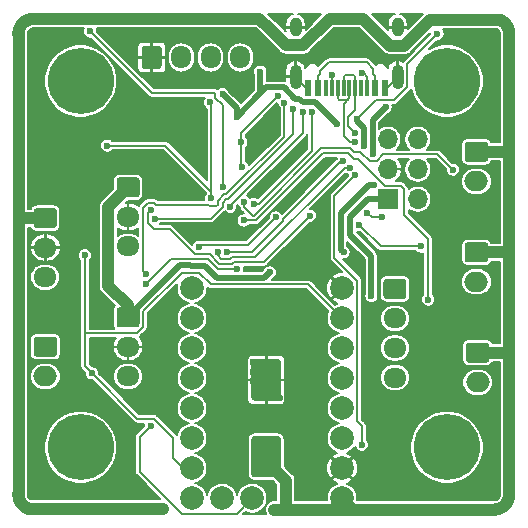
<source format=gbr>
%TF.GenerationSoftware,KiCad,Pcbnew,(5.1.9-0-10_14)*%
%TF.CreationDate,2021-05-20T12:01:01+02:00*%
%TF.ProjectId,turbocan,74757262-6f63-4616-9e2e-6b696361645f,rev?*%
%TF.SameCoordinates,Original*%
%TF.FileFunction,Copper,L2,Bot*%
%TF.FilePolarity,Positive*%
%FSLAX46Y46*%
G04 Gerber Fmt 4.6, Leading zero omitted, Abs format (unit mm)*
G04 Created by KiCad (PCBNEW (5.1.9-0-10_14)) date 2021-05-20 12:01:01*
%MOMM*%
%LPD*%
G01*
G04 APERTURE LIST*
%TA.AperFunction,ComponentPad*%
%ADD10O,1.950000X1.700000*%
%TD*%
%TA.AperFunction,ComponentPad*%
%ADD11O,2.000000X1.700000*%
%TD*%
%TA.AperFunction,SMDPad,CuDef*%
%ADD12R,0.600000X1.450000*%
%TD*%
%TA.AperFunction,SMDPad,CuDef*%
%ADD13R,0.300000X1.450000*%
%TD*%
%TA.AperFunction,ComponentPad*%
%ADD14O,1.000000X2.100000*%
%TD*%
%TA.AperFunction,ComponentPad*%
%ADD15O,1.000000X1.600000*%
%TD*%
%TA.AperFunction,ComponentPad*%
%ADD16C,5.600000*%
%TD*%
%TA.AperFunction,ComponentPad*%
%ADD17C,2.000000*%
%TD*%
%TA.AperFunction,ComponentPad*%
%ADD18O,1.700000X1.950000*%
%TD*%
%TA.AperFunction,ComponentPad*%
%ADD19O,1.700000X1.700000*%
%TD*%
%TA.AperFunction,ComponentPad*%
%ADD20R,1.700000X1.700000*%
%TD*%
%TA.AperFunction,ViaPad*%
%ADD21C,0.600000*%
%TD*%
%TA.AperFunction,ViaPad*%
%ADD22C,0.800000*%
%TD*%
%TA.AperFunction,Conductor*%
%ADD23C,0.200000*%
%TD*%
%TA.AperFunction,Conductor*%
%ADD24C,0.500000*%
%TD*%
%TA.AperFunction,Conductor*%
%ADD25C,1.000000*%
%TD*%
%TA.AperFunction,Conductor*%
%ADD26C,0.100000*%
%TD*%
G04 APERTURE END LIST*
D10*
%TO.P,J8,3*%
%TO.N,Net-(C11-Pad1)*%
X24000000Y-45000000D03*
%TO.P,J8,2*%
%TO.N,GND*%
X24000000Y-42500000D03*
%TO.P,J8,1*%
%TO.N,+5V*%
%TA.AperFunction,ComponentPad*%
G36*
G01*
X23275000Y-39150000D02*
X24725000Y-39150000D01*
G75*
G02*
X24975000Y-39400000I0J-250000D01*
G01*
X24975000Y-40600000D01*
G75*
G02*
X24725000Y-40850000I-250000J0D01*
G01*
X23275000Y-40850000D01*
G75*
G02*
X23025000Y-40600000I0J250000D01*
G01*
X23025000Y-39400000D01*
G75*
G02*
X23275000Y-39150000I250000J0D01*
G01*
G37*
%TD.AperFunction*%
%TD*%
%TO.P,C21,2*%
%TO.N,+24V*%
%TA.AperFunction,SMDPad,CuDef*%
G36*
G01*
X34700000Y-50050000D02*
X36700000Y-50050000D01*
G75*
G02*
X36950000Y-50300000I0J-250000D01*
G01*
X36950000Y-53300000D01*
G75*
G02*
X36700000Y-53550000I-250000J0D01*
G01*
X34700000Y-53550000D01*
G75*
G02*
X34450000Y-53300000I0J250000D01*
G01*
X34450000Y-50300000D01*
G75*
G02*
X34700000Y-50050000I250000J0D01*
G01*
G37*
%TD.AperFunction*%
%TO.P,C21,1*%
%TO.N,GND*%
%TA.AperFunction,SMDPad,CuDef*%
G36*
G01*
X34700000Y-43550000D02*
X36700000Y-43550000D01*
G75*
G02*
X36950000Y-43800000I0J-250000D01*
G01*
X36950000Y-46800000D01*
G75*
G02*
X36700000Y-47050000I-250000J0D01*
G01*
X34700000Y-47050000D01*
G75*
G02*
X34450000Y-46800000I0J250000D01*
G01*
X34450000Y-43800000D01*
G75*
G02*
X34700000Y-43550000I250000J0D01*
G01*
G37*
%TD.AperFunction*%
%TD*%
D11*
%TO.P,J13,2*%
%TO.N,Net-(J13-Pad2)*%
X53600000Y-45500000D03*
%TO.P,J13,1*%
%TO.N,+24V*%
%TA.AperFunction,ComponentPad*%
G36*
G01*
X52850000Y-42150000D02*
X54350000Y-42150000D01*
G75*
G02*
X54600000Y-42400000I0J-250000D01*
G01*
X54600000Y-43600000D01*
G75*
G02*
X54350000Y-43850000I-250000J0D01*
G01*
X52850000Y-43850000D01*
G75*
G02*
X52600000Y-43600000I0J250000D01*
G01*
X52600000Y-42400000D01*
G75*
G02*
X52850000Y-42150000I250000J0D01*
G01*
G37*
%TD.AperFunction*%
%TD*%
D12*
%TO.P,J1,B1*%
%TO.N,GND*%
X45750000Y-20545000D03*
%TO.P,J1,A9*%
%TO.N,Net-(D1-Pad2)*%
X44950000Y-20545000D03*
%TO.P,J1,B9*%
X40050000Y-20545000D03*
%TO.P,J1,B12*%
%TO.N,GND*%
X39250000Y-20545000D03*
%TO.P,J1,A1*%
X39250000Y-20545000D03*
%TO.P,J1,A4*%
%TO.N,Net-(D1-Pad2)*%
X40050000Y-20545000D03*
%TO.P,J1,B4*%
X44950000Y-20545000D03*
%TO.P,J1,A12*%
%TO.N,GND*%
X45750000Y-20545000D03*
D13*
%TO.P,J1,B8*%
%TO.N,Net-(J1-PadB8)*%
X40750000Y-20545000D03*
%TO.P,J1,A5*%
%TO.N,Net-(J1-PadA5)*%
X41250000Y-20545000D03*
%TO.P,J1,B7*%
%TO.N,USBDM*%
X41750000Y-20545000D03*
%TO.P,J1,A7*%
X42750000Y-20545000D03*
%TO.P,J1,B6*%
%TO.N,USBDP*%
X43250000Y-20545000D03*
%TO.P,J1,A8*%
%TO.N,Net-(J1-PadA8)*%
X43750000Y-20545000D03*
%TO.P,J1,B5*%
%TO.N,Net-(J1-PadB5)*%
X44250000Y-20545000D03*
%TO.P,J1,A6*%
%TO.N,USBDP*%
X42250000Y-20545000D03*
D14*
%TO.P,J1,S1*%
%TO.N,GND*%
X46820000Y-19630000D03*
X38180000Y-19630000D03*
D15*
X38180000Y-15450000D03*
X46820000Y-15450000D03*
%TD*%
D16*
%TO.P,H4,1*%
%TO.N,N/C*%
X51000000Y-51000000D03*
%TD*%
%TO.P,H3,1*%
%TO.N,N/C*%
X51000000Y-20000000D03*
%TD*%
%TO.P,H2,1*%
%TO.N,N/C*%
X20000000Y-51000000D03*
%TD*%
%TO.P,H1,1*%
%TO.N,N/C*%
X20000000Y-20000000D03*
%TD*%
D17*
%TO.P,U2,18*%
%TO.N,DIAG*%
X31960000Y-55320000D03*
%TO.P,U2,17*%
%TO.N,INDEX*%
X34500000Y-55320000D03*
%TO.P,U2,16*%
%TO.N,EN*%
X29420000Y-55320000D03*
%TO.P,U2,15*%
%TO.N,+3V3*%
X29420000Y-52780000D03*
%TO.P,U2,14*%
%TO.N,MISO*%
X29420000Y-50240000D03*
%TO.P,U2,13*%
%TO.N,INT2*%
X29420000Y-47700000D03*
%TO.P,U2,12*%
%TO.N,INT1_TX*%
X29420000Y-45160000D03*
%TO.P,U2,11*%
%TO.N,CS_RX*%
X29420000Y-42620000D03*
%TO.P,U2,10*%
%TO.N,MOSI_STEP*%
X29420000Y-40080000D03*
%TO.P,U2,9*%
%TO.N,SCK_DIR*%
X29420000Y-37540000D03*
%TO.P,U2,8*%
%TO.N,+24V*%
X42120000Y-55320000D03*
%TO.P,U2,7*%
%TO.N,GND*%
X42120000Y-52780000D03*
%TO.P,U2,6*%
%TO.N,Net-(J2-Pad1)*%
X42120000Y-50240000D03*
%TO.P,U2,5*%
%TO.N,Net-(J2-Pad2)*%
X42120000Y-47700000D03*
%TO.P,U2,4*%
%TO.N,Net-(J2-Pad3)*%
X42120000Y-45160000D03*
%TO.P,U2,3*%
%TO.N,Net-(J2-Pad4)*%
X42120000Y-42620000D03*
%TO.P,U2,2*%
%TO.N,+3V3*%
X42120000Y-40080000D03*
%TO.P,U2,1*%
%TO.N,GND*%
X42120000Y-37540000D03*
%TD*%
D10*
%TO.P,J14,3*%
%TO.N,Net-(D4-Pad1)*%
X17000000Y-36600000D03*
%TO.P,J14,2*%
%TO.N,GND*%
X17000000Y-34100000D03*
%TO.P,J14,1*%
%TO.N,+24V*%
%TA.AperFunction,ComponentPad*%
G36*
G01*
X16275000Y-30750000D02*
X17725000Y-30750000D01*
G75*
G02*
X17975000Y-31000000I0J-250000D01*
G01*
X17975000Y-32200000D01*
G75*
G02*
X17725000Y-32450000I-250000J0D01*
G01*
X16275000Y-32450000D01*
G75*
G02*
X16025000Y-32200000I0J250000D01*
G01*
X16025000Y-31000000D01*
G75*
G02*
X16275000Y-30750000I250000J0D01*
G01*
G37*
%TD.AperFunction*%
%TD*%
D11*
%TO.P,J12,2*%
%TO.N,Net-(J12-Pad2)*%
X53500000Y-37000000D03*
%TO.P,J12,1*%
%TO.N,+24V*%
%TA.AperFunction,ComponentPad*%
G36*
G01*
X52750000Y-33650000D02*
X54250000Y-33650000D01*
G75*
G02*
X54500000Y-33900000I0J-250000D01*
G01*
X54500000Y-35100000D01*
G75*
G02*
X54250000Y-35350000I-250000J0D01*
G01*
X52750000Y-35350000D01*
G75*
G02*
X52500000Y-35100000I0J250000D01*
G01*
X52500000Y-33900000D01*
G75*
G02*
X52750000Y-33650000I250000J0D01*
G01*
G37*
%TD.AperFunction*%
%TD*%
%TO.P,J11,2*%
%TO.N,Net-(J11-Pad2)*%
X53500000Y-28500000D03*
%TO.P,J11,1*%
%TO.N,+24V*%
%TA.AperFunction,ComponentPad*%
G36*
G01*
X52750000Y-25150000D02*
X54250000Y-25150000D01*
G75*
G02*
X54500000Y-25400000I0J-250000D01*
G01*
X54500000Y-26600000D01*
G75*
G02*
X54250000Y-26850000I-250000J0D01*
G01*
X52750000Y-26850000D01*
G75*
G02*
X52500000Y-26600000I0J250000D01*
G01*
X52500000Y-25400000D01*
G75*
G02*
X52750000Y-25150000I250000J0D01*
G01*
G37*
%TD.AperFunction*%
%TD*%
D18*
%TO.P,J10,4*%
%TO.N,Net-(D2-PadA)*%
X33500000Y-18000000D03*
%TO.P,J10,3*%
%TO.N,CANL*%
X31000000Y-18000000D03*
%TO.P,J10,2*%
%TO.N,CANH*%
X28500000Y-18000000D03*
%TO.P,J10,1*%
%TO.N,GND*%
%TA.AperFunction,ComponentPad*%
G36*
G01*
X25150000Y-18725000D02*
X25150000Y-17275000D01*
G75*
G02*
X25400000Y-17025000I250000J0D01*
G01*
X26600000Y-17025000D01*
G75*
G02*
X26850000Y-17275000I0J-250000D01*
G01*
X26850000Y-18725000D01*
G75*
G02*
X26600000Y-18975000I-250000J0D01*
G01*
X25400000Y-18975000D01*
G75*
G02*
X25150000Y-18725000I0J250000D01*
G01*
G37*
%TD.AperFunction*%
%TD*%
D11*
%TO.P,J9,2*%
%TO.N,GNDA*%
X17000000Y-45000000D03*
%TO.P,J9,1*%
%TO.N,TH0*%
%TA.AperFunction,ComponentPad*%
G36*
G01*
X16250000Y-41650000D02*
X17750000Y-41650000D01*
G75*
G02*
X18000000Y-41900000I0J-250000D01*
G01*
X18000000Y-43100000D01*
G75*
G02*
X17750000Y-43350000I-250000J0D01*
G01*
X16250000Y-43350000D01*
G75*
G02*
X16000000Y-43100000I0J250000D01*
G01*
X16000000Y-41900000D01*
G75*
G02*
X16250000Y-41650000I250000J0D01*
G01*
G37*
%TD.AperFunction*%
%TD*%
D10*
%TO.P,J7,3*%
%TO.N,Net-(C10-Pad1)*%
X24000000Y-34000000D03*
%TO.P,J7,2*%
%TO.N,GND*%
X24000000Y-31500000D03*
%TO.P,J7,1*%
%TO.N,+5V*%
%TA.AperFunction,ComponentPad*%
G36*
G01*
X23275000Y-28150000D02*
X24725000Y-28150000D01*
G75*
G02*
X24975000Y-28400000I0J-250000D01*
G01*
X24975000Y-29600000D01*
G75*
G02*
X24725000Y-29850000I-250000J0D01*
G01*
X23275000Y-29850000D01*
G75*
G02*
X23025000Y-29600000I0J250000D01*
G01*
X23025000Y-28400000D01*
G75*
G02*
X23275000Y-28150000I250000J0D01*
G01*
G37*
%TD.AperFunction*%
%TD*%
D19*
%TO.P,J5,6*%
%TO.N,SWDIO*%
X48540000Y-24920000D03*
%TO.P,J5,5*%
%TO.N,SWCLK*%
X46000000Y-24920000D03*
%TO.P,J5,4*%
%TO.N,NRST*%
X48540000Y-27460000D03*
%TO.P,J5,3*%
%TO.N,GND*%
X46000000Y-27460000D03*
%TO.P,J5,2*%
%TO.N,BOOT0*%
X48540000Y-30000000D03*
D20*
%TO.P,J5,1*%
%TO.N,+3V3*%
X46000000Y-30000000D03*
%TD*%
D10*
%TO.P,J2,4*%
%TO.N,Net-(J2-Pad4)*%
X46600000Y-45100000D03*
%TO.P,J2,3*%
%TO.N,Net-(J2-Pad3)*%
X46600000Y-42600000D03*
%TO.P,J2,2*%
%TO.N,Net-(J2-Pad2)*%
X46600000Y-40100000D03*
%TO.P,J2,1*%
%TO.N,Net-(J2-Pad1)*%
%TA.AperFunction,ComponentPad*%
G36*
G01*
X45875000Y-36750000D02*
X47325000Y-36750000D01*
G75*
G02*
X47575000Y-37000000I0J-250000D01*
G01*
X47575000Y-38200000D01*
G75*
G02*
X47325000Y-38450000I-250000J0D01*
G01*
X45875000Y-38450000D01*
G75*
G02*
X45625000Y-38200000I0J250000D01*
G01*
X45625000Y-37000000D01*
G75*
G02*
X45875000Y-36750000I250000J0D01*
G01*
G37*
%TD.AperFunction*%
%TD*%
D21*
%TO.N,GND*%
X34600000Y-38050000D03*
X40400000Y-27400000D03*
X38600000Y-29200000D03*
X38400000Y-25800000D03*
X36000000Y-28400000D03*
X35800000Y-25000000D03*
X34600000Y-45400000D03*
X34600000Y-44600000D03*
X34600000Y-43800000D03*
X34600000Y-43000000D03*
X34600000Y-42200000D03*
X34600000Y-41400000D03*
X34600000Y-40600000D03*
X34600000Y-39800000D03*
X34600000Y-39000000D03*
X33600000Y-37800000D03*
X32800000Y-37800000D03*
X32000000Y-37800000D03*
X31000000Y-39000000D03*
X31000000Y-39800000D03*
X31000000Y-40600000D03*
X31000000Y-41400000D03*
X31000000Y-42200000D03*
X31000000Y-43000000D03*
X31000000Y-43800000D03*
X31000000Y-44600000D03*
X31000000Y-45400000D03*
X31000000Y-46200000D03*
X55200000Y-30600000D03*
X46200000Y-18000000D03*
X18700000Y-26100000D03*
X22400000Y-54200000D03*
X46200000Y-53600000D03*
X54400000Y-54200000D03*
X54000000Y-22600000D03*
X47000000Y-22200000D03*
X47200000Y-24000000D03*
X46600000Y-35800000D03*
X39400000Y-43300000D03*
X49000000Y-46600000D03*
X49600000Y-44400000D03*
X24400000Y-47200000D03*
X44800000Y-48600000D03*
X44800000Y-47000000D03*
X44600000Y-44400000D03*
X44600000Y-41000000D03*
X20400000Y-33500000D03*
X31100000Y-47000000D03*
X31800000Y-47400000D03*
X32500000Y-47700000D03*
X33200000Y-47800000D03*
X33800000Y-48200000D03*
X36800000Y-49550000D03*
X36150000Y-49550000D03*
X35500000Y-49500000D03*
X36900000Y-48050000D03*
X36850000Y-46800000D03*
X22265000Y-26735000D03*
X28850000Y-28150000D03*
X29000000Y-24000000D03*
X19450000Y-39400000D03*
X17600000Y-41000000D03*
X18500000Y-44100000D03*
X21150000Y-38850000D03*
X21050000Y-36800000D03*
X40750000Y-31550000D03*
X17850000Y-15950000D03*
X16000000Y-17500000D03*
%TO.N,+3V3*%
X50200000Y-16000000D03*
X33200000Y-23000000D03*
X41660841Y-23600000D03*
X35200000Y-19200000D03*
X44600000Y-38200000D03*
X43963658Y-25472393D03*
X43417951Y-23184805D03*
X20350000Y-34750000D03*
X20949990Y-44750000D03*
X22235000Y-25465000D03*
X31050797Y-29904646D03*
X30941340Y-21794844D03*
X32000012Y-21120000D03*
D22*
%TO.N,+24V*%
X36000000Y-15600000D03*
X37365000Y-53835000D03*
D21*
%TO.N,+5V*%
X36000000Y-36200000D03*
X45800000Y-22199996D03*
X44799674Y-28793232D03*
X44749998Y-26179755D03*
X42249990Y-34500001D03*
%TO.N,NRST*%
X33600000Y-25200000D03*
X33627606Y-27240457D03*
X36669533Y-21287906D03*
%TO.N,Net-(D1-Pad2)*%
X40050000Y-20545000D03*
%TO.N,PROBEZ*%
X39400000Y-31400000D03*
X25951649Y-30918262D03*
%TO.N,LED*%
X20800000Y-15800000D03*
X32040445Y-29009391D03*
%TO.N,Net-(J1-PadA5)*%
X41250041Y-19462885D03*
%TO.N,USBDM*%
X43211437Y-25198700D03*
%TO.N,USBDP*%
X43249979Y-24399617D03*
%TO.N,Net-(J1-PadB5)*%
X43800000Y-19319976D03*
%TO.N,ENDSTOPX*%
X26275035Y-31650000D03*
X38000350Y-22399160D03*
%TO.N,FAN0*%
X51500000Y-27500000D03*
%TO.N,FAN1*%
X33800000Y-31800000D03*
X49400000Y-38500000D03*
%TO.N,HEAT*%
X43249977Y-27977217D03*
X43800000Y-50800000D03*
%TO.N,INDEX*%
X25919959Y-49200000D03*
%TO.N,MISO*%
X36516212Y-31535731D03*
%TO.N,INT1_TX*%
X42773477Y-27327365D03*
%TO.N,CS_RX*%
X42230843Y-26739515D03*
%TO.N,ENDSTOPY*%
X25519934Y-36332039D03*
X37235228Y-21853599D03*
%TO.N,FAN0*%
X33843416Y-30239941D03*
%TO.N,DIAG*%
X32650000Y-30650002D03*
X38777475Y-22589147D03*
%TO.N,INDEX*%
X25519934Y-37209762D03*
X33245584Y-35899993D03*
%TO.N,EN*%
X34624876Y-30411231D03*
X39576408Y-22630676D03*
%TO.N,MISO*%
X29986591Y-34070042D03*
%TO.N,INT1_TX*%
X31576752Y-34480654D03*
%TO.N,CS_RX*%
X32376646Y-34466871D03*
%TO.N,A_MISO*%
X45475680Y-31500000D03*
X44251397Y-31131094D03*
%TO.N,A_CS*%
X48800000Y-34000000D03*
X43595850Y-32205356D03*
%TD*%
D23*
%TO.N,GND*%
X45905000Y-20545000D02*
X46820000Y-19630000D01*
X45750000Y-20545000D02*
X45905000Y-20545000D01*
X39095000Y-20545000D02*
X38180000Y-19630000D01*
X39250000Y-20545000D02*
X39095000Y-20545000D01*
D24*
%TO.N,+3V3*%
X43942888Y-23942888D02*
X43800000Y-23800000D01*
X38506012Y-21506012D02*
X38600000Y-21600000D01*
X38506012Y-21506012D02*
X38775729Y-21775729D01*
X39836570Y-21775729D02*
X41660841Y-23600000D01*
X38775729Y-21775729D02*
X39836570Y-21775729D01*
X35200000Y-19200000D02*
X35200000Y-21000000D01*
X33200000Y-23000000D02*
X35200000Y-21000000D01*
X43942888Y-23942888D02*
X43999988Y-23999988D01*
X43999988Y-25436063D02*
X43963658Y-25472393D01*
X43999988Y-23999988D02*
X43999988Y-25436063D01*
D23*
X47620010Y-20511374D02*
X46531397Y-21599987D01*
X47620010Y-18579990D02*
X47620010Y-20511374D01*
X46531397Y-21599987D02*
X45002769Y-21599987D01*
X45002769Y-21599987D02*
X43417951Y-23184805D01*
X50200000Y-16000000D02*
X47620010Y-18579990D01*
D24*
X43942888Y-23942888D02*
X43417951Y-23417951D01*
X43417951Y-23417951D02*
X43417951Y-23184805D01*
X42800000Y-33031887D02*
X44600000Y-34831887D01*
X42800000Y-31507314D02*
X42800000Y-33031887D01*
X44307314Y-30000000D02*
X42800000Y-31507314D01*
X44600000Y-34831887D02*
X44600000Y-38200000D01*
X46000000Y-30000000D02*
X44307314Y-30000000D01*
D23*
X39239999Y-37199999D02*
X31000001Y-37199999D01*
X42120000Y-40080000D02*
X39239999Y-37199999D01*
X20949990Y-44750000D02*
X20350000Y-44150010D01*
X25275010Y-39502820D02*
X25275010Y-40827824D01*
X28537831Y-36239999D02*
X25275010Y-39502820D01*
X25275010Y-40827824D02*
X24752834Y-41350000D01*
X30044001Y-36239999D02*
X28537831Y-36239999D01*
X24752834Y-41350000D02*
X20350000Y-41350000D01*
X31000001Y-37199999D02*
X31000001Y-37195999D01*
X20350000Y-41350000D02*
X20350000Y-34750000D01*
X31000001Y-37195999D02*
X30044001Y-36239999D01*
X20350000Y-44150010D02*
X20350000Y-41350000D01*
X28691998Y-52780000D02*
X29420000Y-52780000D01*
X27799999Y-50192038D02*
X27799999Y-51888001D01*
X27799999Y-51888001D02*
X28691998Y-52780000D01*
X26207960Y-48599999D02*
X27799999Y-50192038D01*
X24799989Y-48599999D02*
X26207960Y-48599999D01*
X20949990Y-44750000D02*
X24799989Y-48599999D01*
X31050797Y-29350797D02*
X31050797Y-29904646D01*
X27165000Y-25465000D02*
X31050797Y-29350797D01*
X22235000Y-25465000D02*
X27165000Y-25465000D01*
D24*
X35200000Y-21000000D02*
X35662095Y-20537905D01*
X37194388Y-20537905D02*
X38162495Y-21506012D01*
X35662095Y-20537905D02*
X37194388Y-20537905D01*
X38162495Y-21506012D02*
X38506012Y-21506012D01*
D23*
X31050797Y-29904646D02*
X31050797Y-21904301D01*
X31050797Y-21904301D02*
X30941340Y-21794844D01*
D24*
X33200000Y-22319988D02*
X32000012Y-21120000D01*
X33200000Y-23000000D02*
X33200000Y-22319988D01*
D25*
%TO.N,+24V*%
X54991915Y-56274990D02*
X43074990Y-56274990D01*
X55171125Y-56263270D02*
X55114273Y-56269676D01*
X55283675Y-56242845D02*
X55227639Y-56254319D01*
X55339154Y-56228865D02*
X55283675Y-56242845D01*
X55393947Y-56212412D02*
X55339154Y-56228865D01*
X55447951Y-56193514D02*
X55393947Y-56212412D01*
X55604095Y-56122588D02*
X55553125Y-56148558D01*
X55702280Y-56063925D02*
X55653846Y-56094358D01*
X55794833Y-55996681D02*
X55749308Y-56031344D01*
X55853115Y-55946886D02*
X55838739Y-55960026D01*
X55946882Y-55853119D02*
X55853115Y-55946886D01*
X55996681Y-55794833D02*
X55960027Y-55838737D01*
X56063925Y-55702280D02*
X56031342Y-55749311D01*
X56094358Y-55653846D02*
X56063925Y-55702280D01*
X55114273Y-56269676D02*
X55057199Y-56273525D01*
X56122584Y-55604103D02*
X56094358Y-55653846D01*
X55501011Y-56172230D02*
X55447951Y-56193514D01*
X56148560Y-55553121D02*
X56122584Y-55604103D01*
X56273523Y-55057196D02*
X56269673Y-55114293D01*
X56273525Y-15942800D02*
X56274990Y-16008084D01*
X55227639Y-56254319D02*
X55171125Y-56263270D01*
X56172221Y-55501030D02*
X56148560Y-55553121D01*
X56263270Y-55171117D02*
X56254318Y-55227637D01*
X55838739Y-55960026D02*
X55794833Y-55996681D01*
X56263270Y-15828874D02*
X56269676Y-15885726D01*
X56254323Y-15772382D02*
X56263270Y-15828874D01*
X56242844Y-15716319D02*
X56254323Y-15772382D01*
X56212412Y-15606053D02*
X56228868Y-15660854D01*
X56094357Y-15346150D02*
X56122583Y-15395895D01*
X56148565Y-15446889D02*
X56172229Y-15498986D01*
X56228868Y-15660854D02*
X56242844Y-15716319D01*
X56122583Y-15395895D02*
X56148565Y-15446889D01*
X47400000Y-17000000D02*
X49600000Y-14800000D01*
X43074990Y-56274990D02*
X42120000Y-55320000D01*
X56031338Y-15250683D02*
X56063929Y-15297725D01*
X55653843Y-14905639D02*
X55702279Y-14936074D01*
X55996677Y-15205160D02*
X56031338Y-15250683D01*
X55447941Y-14806482D02*
X55501018Y-14827773D01*
X55880981Y-15078584D02*
X55921417Y-15119020D01*
X56269676Y-15885726D02*
X56273525Y-15942800D01*
X55794841Y-15003325D02*
X55838742Y-15039976D01*
X55702279Y-14936074D02*
X55749319Y-14968664D01*
X41074990Y-14725010D02*
X43925010Y-14725010D01*
X55604098Y-14877412D02*
X55653843Y-14905639D01*
X56269673Y-55114293D02*
X56263270Y-55171117D01*
X56063929Y-15297725D02*
X56094357Y-15346150D01*
X55057199Y-56273525D02*
X54991915Y-56274990D01*
X55501018Y-14827773D02*
X55553127Y-14851442D01*
X55553127Y-14851442D02*
X55604098Y-14877412D01*
X55838742Y-15039976D02*
X55880981Y-15078584D01*
X56193514Y-55447947D02*
X56172221Y-55501030D01*
X56228867Y-55339143D02*
X56212410Y-55393948D01*
X56193516Y-15552053D02*
X56212412Y-15606053D01*
X43925010Y-14725010D02*
X46200000Y-17000000D01*
X55429417Y-14800000D02*
X55447941Y-14806482D01*
X56274990Y-54991881D02*
X56273523Y-55057196D01*
X49600000Y-14800000D02*
X55429417Y-14800000D01*
X55553125Y-56148558D02*
X55501011Y-56172230D01*
X56212410Y-55393948D02*
X56193514Y-55447947D01*
X56254318Y-55227637D02*
X56242842Y-55283683D01*
X56031342Y-55749311D02*
X55996681Y-55794833D01*
X38849990Y-16950010D02*
X41074990Y-14725010D01*
X46200000Y-17000000D02*
X47400000Y-17000000D01*
X55960027Y-55838737D02*
X55946882Y-55853119D01*
X55749319Y-14968664D02*
X55794841Y-15003325D01*
X36000000Y-15600000D02*
X37350010Y-16950010D01*
X55653846Y-56094358D02*
X55604095Y-56122588D01*
X55921417Y-15119020D02*
X55960029Y-15161263D01*
X55749308Y-56031344D02*
X55702280Y-56063925D01*
X56172229Y-15498986D02*
X56193516Y-15552053D01*
X55960029Y-15161263D02*
X55996677Y-15205160D01*
X56242842Y-55283683D02*
X56228867Y-55339143D01*
X37350010Y-16950010D02*
X38849990Y-16950010D01*
X56149980Y-43000000D02*
X56274990Y-43125010D01*
X53500000Y-43000000D02*
X56149980Y-43000000D01*
X56274990Y-43125010D02*
X56274990Y-54991881D01*
X53500000Y-34500000D02*
X56049980Y-34500000D01*
X56049980Y-34500000D02*
X56274990Y-34725010D01*
X56274990Y-34725010D02*
X56274990Y-43125010D01*
X55949980Y-26000000D02*
X56274990Y-26325010D01*
X56274990Y-26325010D02*
X56274990Y-34725010D01*
X53500000Y-26000000D02*
X55949980Y-26000000D01*
X56274990Y-16008084D02*
X56274990Y-26325010D01*
X37365000Y-56035000D02*
X37125010Y-56274990D01*
X37365000Y-53835000D02*
X37365000Y-56035000D01*
X37125010Y-56274990D02*
X36400000Y-56274990D01*
X43074990Y-56274990D02*
X37125010Y-56274990D01*
X15570585Y-56200000D02*
X26980614Y-56200000D01*
X15552058Y-56193517D02*
X15570585Y-56200000D01*
X15446881Y-56148561D02*
X15498983Y-56172227D01*
X15395902Y-56122587D02*
X15446881Y-56148561D01*
X15297718Y-56063924D02*
X15346155Y-56094359D01*
X15250684Y-56031339D02*
X15297718Y-56063924D01*
X15205159Y-55996676D02*
X15250684Y-56031339D01*
X15161263Y-55960029D02*
X15205159Y-55996676D01*
X15078582Y-55880979D02*
X15119019Y-55921416D01*
X15039975Y-55838741D02*
X15078582Y-55880979D01*
X15003320Y-55794835D02*
X15039975Y-55838741D01*
X15119019Y-55921416D02*
X15161263Y-55960029D01*
X14936066Y-55702268D02*
X14968659Y-55749313D01*
X14905642Y-55653849D02*
X14936066Y-55702268D01*
X14877408Y-55604090D02*
X14905642Y-55653849D01*
X14851437Y-55553118D02*
X14877408Y-55604090D01*
X14806478Y-55447931D02*
X14827772Y-55501017D01*
X14787588Y-55393950D02*
X14806478Y-55447931D01*
X14736727Y-55171109D02*
X14745677Y-55227621D01*
X14725010Y-54991894D02*
X14726474Y-55057190D01*
X14730323Y-54986581D02*
X14725010Y-54991894D01*
X15498983Y-56172227D02*
X15552058Y-56193517D01*
X15205164Y-15003320D02*
X15161258Y-15039975D01*
X14730323Y-15885734D02*
X14726475Y-15942811D01*
X15346155Y-56094359D02*
X15395902Y-56122587D01*
X14736727Y-15828896D02*
X14730323Y-15885734D01*
X14730321Y-55114250D02*
X14736727Y-55171109D01*
X14745679Y-15772374D02*
X14736727Y-15828896D01*
X14726474Y-55057190D02*
X14730321Y-55114250D01*
X14757154Y-15716328D02*
X14745679Y-15772374D01*
X15250686Y-14968659D02*
X15205164Y-15003320D01*
X15297731Y-14936066D02*
X15250686Y-14968659D01*
X14771130Y-15660862D02*
X14757154Y-15716328D01*
X15716334Y-14757152D02*
X15660865Y-14771128D01*
X14726475Y-15942811D02*
X14725010Y-16008119D01*
X14851438Y-15446881D02*
X14827769Y-15498990D01*
X14877411Y-15395904D02*
X14851438Y-15446881D01*
X14936068Y-15297729D02*
X14905640Y-15346155D01*
X14905640Y-15346155D02*
X14877411Y-15395904D01*
X14968660Y-15250685D02*
X14936068Y-15297729D01*
X14745677Y-55227621D02*
X14757153Y-55283668D01*
X15078583Y-15119019D02*
X15039970Y-15161263D01*
X15119020Y-15078582D02*
X15078583Y-15119019D01*
X15003323Y-15205159D02*
X14968660Y-15250685D01*
X15039970Y-15161263D02*
X15003323Y-15205159D01*
X35125010Y-14725010D02*
X16008105Y-14725010D01*
X14771128Y-55339133D02*
X14787588Y-55393950D01*
X14806482Y-15552060D02*
X14787582Y-15606072D01*
X14757153Y-55283668D02*
X14771128Y-55339133D01*
X15161258Y-15039975D02*
X15119020Y-15078582D01*
X14968659Y-55749313D02*
X15003320Y-55794835D01*
X15346150Y-14905642D02*
X15297731Y-14936066D01*
X15446881Y-14851437D02*
X15395909Y-14877408D01*
X15395909Y-14877408D02*
X15346150Y-14905642D01*
X15552063Y-14806480D02*
X15498982Y-14827772D01*
X15498982Y-14827772D02*
X15446881Y-14851437D01*
X15660865Y-14771128D02*
X15606075Y-14787580D01*
X15606075Y-14787580D02*
X15552063Y-14806480D01*
X15772377Y-14745677D02*
X15716334Y-14757152D01*
X14787582Y-15606072D02*
X14771130Y-15660862D01*
X14725010Y-16008119D02*
X14730323Y-16013432D01*
X36000000Y-15600000D02*
X35125010Y-14725010D01*
X14827772Y-55501017D02*
X14851437Y-55553118D01*
X15828890Y-14736727D02*
X15772377Y-14745677D01*
X15942809Y-14726474D02*
X15885747Y-14730321D01*
X16008105Y-14725010D02*
X15942809Y-14726474D01*
X15885747Y-14730321D02*
X15828890Y-14736727D01*
X14827769Y-15498990D02*
X14806482Y-15552060D01*
X14800000Y-31600000D02*
X14730323Y-31530323D01*
X14730323Y-31530323D02*
X14730323Y-54986581D01*
X17000000Y-31600000D02*
X14800000Y-31600000D01*
X14730323Y-16013432D02*
X14730323Y-31530323D01*
X35700000Y-52170000D02*
X37365000Y-53835000D01*
X35700000Y-51800000D02*
X35700000Y-52170000D01*
D24*
%TO.N,+5V*%
X44699999Y-23299997D02*
X44699999Y-25098730D01*
X45800000Y-22199996D02*
X44699999Y-23299997D01*
X44713660Y-25112391D02*
X44713660Y-26143417D01*
X44699999Y-25098730D02*
X44713660Y-25112391D01*
X44713660Y-26143417D02*
X44749998Y-26179755D01*
X44799674Y-28793232D02*
X44375410Y-28793232D01*
X44375410Y-28793232D02*
X42023579Y-31145063D01*
X42023579Y-31145063D02*
X42023579Y-34273590D01*
X42023579Y-34273590D02*
X42249990Y-34500001D01*
D25*
X22324990Y-37324990D02*
X24000000Y-39000000D01*
X24000000Y-39000000D02*
X24000000Y-40000000D01*
X22324990Y-30675010D02*
X22324990Y-37324990D01*
X24000000Y-29000000D02*
X22324990Y-30675010D01*
D24*
X31549995Y-36649995D02*
X35550005Y-36649995D01*
X30520066Y-35620066D02*
X31549995Y-36649995D01*
X29285012Y-35600000D02*
X29305078Y-35620066D01*
X24000000Y-40000000D02*
X28400000Y-35600000D01*
X29305078Y-35620066D02*
X30520066Y-35620066D01*
X28400000Y-35600000D02*
X29285012Y-35600000D01*
X35550005Y-36649995D02*
X36000000Y-36200000D01*
D23*
%TO.N,NRST*%
X33600000Y-25200000D02*
X33600000Y-27212851D01*
X33600000Y-27212851D02*
X33627606Y-27240457D01*
X33600000Y-25200000D02*
X33600000Y-24357439D01*
X33600000Y-24357439D02*
X36669533Y-21287906D01*
%TO.N,Net-(D1-Pad2)*%
X44950000Y-19585002D02*
X44950000Y-20545000D01*
X44764999Y-19400001D02*
X44950000Y-19585002D01*
X44200000Y-18400000D02*
X44764999Y-18964999D01*
X44764999Y-18964999D02*
X44764999Y-19400001D01*
X40235001Y-19164999D02*
X41000000Y-18400000D01*
X40235001Y-19400001D02*
X40235001Y-19164999D01*
X40050000Y-20545000D02*
X40050000Y-19585002D01*
X41000000Y-18400000D02*
X44200000Y-18400000D01*
X40050000Y-19585002D02*
X40235001Y-19400001D01*
%TO.N,PROBEZ*%
X30913576Y-34670044D02*
X29698589Y-34670044D01*
X29698589Y-34670044D02*
X27528546Y-32500001D01*
X39400000Y-31400000D02*
X35500024Y-35299976D01*
X35500024Y-35299976D02*
X32983754Y-35299976D01*
X26187036Y-32500001D02*
X25675034Y-31988001D01*
X32813838Y-35469892D02*
X31713424Y-35469892D01*
X32983754Y-35299976D02*
X32813838Y-35469892D01*
X31713424Y-35469892D02*
X30913576Y-34670044D01*
X27528546Y-32500001D02*
X26187036Y-32500001D01*
X25675034Y-31988001D02*
X25675034Y-31194877D01*
X25675034Y-31194877D02*
X25951649Y-30918262D01*
%TO.N,LED*%
X20800000Y-15800000D02*
X26002812Y-21002812D01*
X26002812Y-21002812D02*
X31399988Y-21002812D01*
X32040445Y-22048451D02*
X32040445Y-29009391D01*
X31399988Y-21407994D02*
X32040445Y-22048451D01*
X31399988Y-21002812D02*
X31399988Y-21407994D01*
%TO.N,Net-(J1-PadA5)*%
X41250000Y-19462926D02*
X41250041Y-19462885D01*
X41250000Y-20545000D02*
X41250000Y-19462926D01*
%TO.N,USBDM*%
X41859999Y-21570001D02*
X42649999Y-21570001D01*
X42649999Y-21570001D02*
X42750000Y-21470000D01*
X41750000Y-21460002D02*
X41859999Y-21570001D01*
X41750000Y-20545000D02*
X41750000Y-21460002D01*
X42750000Y-20545000D02*
X42750000Y-21470000D01*
X42750000Y-21470000D02*
X42260851Y-21959149D01*
X42787173Y-25198700D02*
X43211437Y-25198700D01*
X42260851Y-21959149D02*
X42260851Y-24672378D01*
X42260851Y-24672378D02*
X42787173Y-25198700D01*
%TO.N,USBDP*%
X42250000Y-19629998D02*
X42250000Y-20545000D01*
X42359999Y-19519999D02*
X42250000Y-19629998D01*
X43149999Y-19519999D02*
X42359999Y-19519999D01*
X43250000Y-19620000D02*
X43149999Y-19519999D01*
X43250000Y-20545000D02*
X43250000Y-19620000D01*
X42660862Y-23810500D02*
X43249979Y-24399617D01*
X42660862Y-23070822D02*
X42660862Y-23810500D01*
X43250000Y-22481684D02*
X42660862Y-23070822D01*
X43250000Y-20545000D02*
X43250000Y-22481684D01*
%TO.N,Net-(J1-PadB5)*%
X43949976Y-19319976D02*
X43800000Y-19319976D01*
X44250000Y-20545000D02*
X44250000Y-19620000D01*
X44250000Y-19620000D02*
X43949976Y-19319976D01*
%TO.N,ENDSTOPX*%
X31999999Y-30311999D02*
X32311999Y-29999999D01*
X32311999Y-29999999D02*
X32498704Y-29999999D01*
X30985166Y-31650000D02*
X31999999Y-30635167D01*
X26275035Y-31650000D02*
X30985166Y-31650000D01*
X32498704Y-29999999D02*
X38000350Y-24498353D01*
X31999999Y-30635167D02*
X31999999Y-30311999D01*
X38000350Y-24498353D02*
X38000350Y-22399160D01*
%TO.N,FAN1*%
X49400000Y-33340000D02*
X49400000Y-38500000D01*
X47389999Y-31329999D02*
X49400000Y-33340000D01*
X47090001Y-28849999D02*
X47389999Y-29149997D01*
X45755450Y-28849999D02*
X47090001Y-28849999D01*
X43505449Y-26599998D02*
X45755450Y-28849999D01*
X40515102Y-26084900D02*
X42643933Y-26084900D01*
X33800000Y-31800000D02*
X34800002Y-31800000D01*
X43159031Y-26599998D02*
X43505449Y-26599998D01*
X42643933Y-26084900D02*
X43159031Y-26599998D01*
X34800002Y-31800000D02*
X40515102Y-26084900D01*
X47389999Y-29149997D02*
X47389999Y-31329999D01*
%TO.N,HEAT*%
X43420001Y-36915999D02*
X41473568Y-34969566D01*
X41473568Y-34969566D02*
X41473568Y-29753626D01*
X41473568Y-29753626D02*
X43249977Y-27977217D01*
X43420001Y-48820001D02*
X43420001Y-36915999D01*
X43800000Y-49200000D02*
X43420001Y-48820001D01*
X43800000Y-50800000D02*
X43800000Y-49200000D01*
%TO.N,INDEX*%
X24999999Y-50119960D02*
X25919959Y-49200000D01*
X24999999Y-53088001D02*
X24999999Y-50119960D01*
X28531999Y-56620001D02*
X24999999Y-53088001D01*
X33199999Y-56620001D02*
X28531999Y-56620001D01*
X34500000Y-55320000D02*
X33199999Y-56620001D01*
%TO.N,CS_RX*%
X37116213Y-31683787D02*
X37116213Y-31800000D01*
X37116213Y-31683787D02*
X42060485Y-26739515D01*
X42060485Y-26739515D02*
X42230843Y-26739515D01*
%TO.N,ENDSTOPY*%
X25275010Y-30706897D02*
X25663647Y-30318260D01*
X25663647Y-30318260D02*
X26239651Y-30318260D01*
X30909457Y-30584007D02*
X31485459Y-30584007D01*
X25275010Y-36087115D02*
X25275010Y-30706897D01*
X31599988Y-30146310D02*
X32146310Y-29599988D01*
X31485459Y-30584007D02*
X31599988Y-30469478D01*
X26239651Y-30318260D02*
X26402092Y-30480701D01*
X25519934Y-36332039D02*
X25275010Y-36087115D01*
X32333015Y-29599988D02*
X37235228Y-24697775D01*
X37235228Y-24697775D02*
X37235228Y-21853599D01*
X26402092Y-30480701D02*
X30806151Y-30480701D01*
X31599988Y-30469478D02*
X31599988Y-30146310D01*
X32146310Y-29599988D02*
X32333015Y-29599988D01*
X30806151Y-30480701D02*
X30909457Y-30584007D01*
%TO.N,FAN0*%
X33843416Y-30664205D02*
X33843416Y-30239941D01*
X51500000Y-27500000D02*
X50200000Y-26200000D01*
X42809622Y-25684889D02*
X40349413Y-25684889D01*
X45037727Y-26779756D02*
X44457674Y-26779756D01*
X43124724Y-25999991D02*
X42809622Y-25684889D01*
X45617483Y-26200000D02*
X45037727Y-26779756D01*
X50200000Y-26200000D02*
X45617483Y-26200000D01*
X43677909Y-25999991D02*
X43124724Y-25999991D01*
X34579200Y-31399989D02*
X33843416Y-30664205D01*
X40349413Y-25684889D02*
X34634313Y-31399989D01*
X44457674Y-26779756D02*
X43677909Y-25999991D01*
X34634313Y-31399989D02*
X34579200Y-31399989D01*
%TO.N,DIAG*%
X38777475Y-24422525D02*
X38777475Y-22589147D01*
X32650000Y-30650002D02*
X32650000Y-30550000D01*
X32650000Y-30550000D02*
X38777475Y-24422525D01*
%TO.N,INDEX*%
X29512834Y-35049989D02*
X29532900Y-35070055D01*
X29532900Y-35070055D02*
X30747887Y-35070055D01*
X31577825Y-35899993D02*
X33245584Y-35899993D01*
X27679707Y-35049989D02*
X29512834Y-35049989D01*
X30747887Y-35070055D02*
X31577825Y-35899993D01*
X25519934Y-37209762D02*
X27679707Y-35049989D01*
%TO.N,EN*%
X34624876Y-30411231D02*
X35049140Y-30411231D01*
X35049140Y-30411231D02*
X39576408Y-25883963D01*
X39576408Y-25883963D02*
X39576408Y-22630676D01*
%TO.N,MISO*%
X34189112Y-33862831D02*
X30193802Y-33862831D01*
X36516212Y-31535731D02*
X34189112Y-33862831D01*
X30193802Y-33862831D02*
X29986591Y-34070042D01*
%TO.N,INT1_TX*%
X42351113Y-27327365D02*
X34778513Y-34899965D01*
X32648149Y-35069881D02*
X31879113Y-35069881D01*
X32818065Y-34899965D02*
X32648149Y-35069881D01*
X42773477Y-27327365D02*
X42351113Y-27327365D01*
X34778513Y-34899965D02*
X32818065Y-34899965D01*
X31576752Y-34767519D02*
X31576752Y-34480654D01*
X31879113Y-35069881D02*
X31576752Y-34767519D01*
%TO.N,CS_RX*%
X37116213Y-31683787D02*
X37116213Y-31823732D01*
X37116213Y-31823732D02*
X34473074Y-34466871D01*
X34473074Y-34466871D02*
X32376646Y-34466871D01*
%TO.N,A_MISO*%
X45475680Y-31500000D02*
X44620303Y-31500000D01*
X44620303Y-31500000D02*
X44251397Y-31131094D01*
%TO.N,A_CS*%
X45390494Y-34000000D02*
X43595850Y-32205356D01*
X48800000Y-34000000D02*
X45390494Y-34000000D01*
%TD*%
%TO.N,GND*%
X55261445Y-15603896D02*
X55278961Y-15616031D01*
X55295922Y-15628946D01*
X55312265Y-15642590D01*
X55327990Y-15656963D01*
X55343041Y-15672014D01*
X55357424Y-15687749D01*
X55371051Y-15704072D01*
X55383960Y-15721026D01*
X55396103Y-15738554D01*
X55407431Y-15756582D01*
X55417928Y-15775082D01*
X55427603Y-15794070D01*
X55436426Y-15813494D01*
X55444342Y-15833227D01*
X55451373Y-15853322D01*
X55457506Y-15873744D01*
X55462708Y-15894388D01*
X55466979Y-15915248D01*
X55470313Y-15936299D01*
X55472697Y-15957460D01*
X55474129Y-15978700D01*
X55474990Y-16017053D01*
X55474991Y-25200000D01*
X54762820Y-25200000D01*
X54759474Y-25188969D01*
X54708515Y-25093630D01*
X54639935Y-25010065D01*
X54556370Y-24941485D01*
X54461031Y-24890526D01*
X54357583Y-24859145D01*
X54250000Y-24848549D01*
X52750000Y-24848549D01*
X52642417Y-24859145D01*
X52538969Y-24890526D01*
X52443630Y-24941485D01*
X52360065Y-25010065D01*
X52291485Y-25093630D01*
X52240526Y-25188969D01*
X52209145Y-25292417D01*
X52198549Y-25400000D01*
X52198549Y-26600000D01*
X52209145Y-26707583D01*
X52240526Y-26811031D01*
X52291485Y-26906370D01*
X52360065Y-26989935D01*
X52443630Y-27058515D01*
X52538969Y-27109474D01*
X52642417Y-27140855D01*
X52750000Y-27151451D01*
X54250000Y-27151451D01*
X54357583Y-27140855D01*
X54461031Y-27109474D01*
X54556370Y-27058515D01*
X54639935Y-26989935D01*
X54708515Y-26906370D01*
X54759474Y-26811031D01*
X54762820Y-26800000D01*
X55474990Y-26800000D01*
X55474991Y-33700000D01*
X54762820Y-33700000D01*
X54759474Y-33688969D01*
X54708515Y-33593630D01*
X54639935Y-33510065D01*
X54556370Y-33441485D01*
X54461031Y-33390526D01*
X54357583Y-33359145D01*
X54250000Y-33348549D01*
X52750000Y-33348549D01*
X52642417Y-33359145D01*
X52538969Y-33390526D01*
X52443630Y-33441485D01*
X52360065Y-33510065D01*
X52291485Y-33593630D01*
X52240526Y-33688969D01*
X52209145Y-33792417D01*
X52198549Y-33900000D01*
X52198549Y-35100000D01*
X52209145Y-35207583D01*
X52240526Y-35311031D01*
X52291485Y-35406370D01*
X52360065Y-35489935D01*
X52443630Y-35558515D01*
X52538969Y-35609474D01*
X52642417Y-35640855D01*
X52750000Y-35651451D01*
X54250000Y-35651451D01*
X54357583Y-35640855D01*
X54461031Y-35609474D01*
X54556370Y-35558515D01*
X54639935Y-35489935D01*
X54708515Y-35406370D01*
X54759474Y-35311031D01*
X54762820Y-35300000D01*
X55474990Y-35300000D01*
X55474991Y-42200000D01*
X54862820Y-42200000D01*
X54859474Y-42188969D01*
X54808515Y-42093630D01*
X54739935Y-42010065D01*
X54656370Y-41941485D01*
X54561031Y-41890526D01*
X54457583Y-41859145D01*
X54350000Y-41848549D01*
X52850000Y-41848549D01*
X52742417Y-41859145D01*
X52638969Y-41890526D01*
X52543630Y-41941485D01*
X52460065Y-42010065D01*
X52391485Y-42093630D01*
X52340526Y-42188969D01*
X52309145Y-42292417D01*
X52298549Y-42400000D01*
X52298549Y-43600000D01*
X52309145Y-43707583D01*
X52340526Y-43811031D01*
X52391485Y-43906370D01*
X52460065Y-43989935D01*
X52543630Y-44058515D01*
X52638969Y-44109474D01*
X52742417Y-44140855D01*
X52850000Y-44151451D01*
X54350000Y-44151451D01*
X54457583Y-44140855D01*
X54561031Y-44109474D01*
X54656370Y-44058515D01*
X54739935Y-43989935D01*
X54808515Y-43906370D01*
X54859474Y-43811031D01*
X54862820Y-43800000D01*
X55474990Y-43800000D01*
X55474991Y-54982892D01*
X55474128Y-55021291D01*
X55472695Y-55042546D01*
X55470312Y-55063698D01*
X55466976Y-55084759D01*
X55462706Y-55105611D01*
X55457503Y-55126263D01*
X55451377Y-55146664D01*
X55444343Y-55166763D01*
X55436412Y-55186536D01*
X55427600Y-55205935D01*
X55417932Y-55224910D01*
X55407429Y-55243419D01*
X55396097Y-55261454D01*
X55383962Y-55278970D01*
X55371060Y-55295915D01*
X55362686Y-55305945D01*
X55305945Y-55362686D01*
X55295919Y-55371057D01*
X55278954Y-55383973D01*
X55261453Y-55396098D01*
X55243425Y-55407426D01*
X55224906Y-55417934D01*
X55205937Y-55427599D01*
X55186499Y-55436428D01*
X55166774Y-55444341D01*
X55146669Y-55451376D01*
X55126275Y-55457500D01*
X55105597Y-55462711D01*
X55084759Y-55466977D01*
X55063704Y-55470312D01*
X55042540Y-55472697D01*
X55021299Y-55474129D01*
X54982946Y-55474990D01*
X43414639Y-55474990D01*
X43420000Y-55448039D01*
X43420000Y-55191961D01*
X43370042Y-54940804D01*
X43272045Y-54704219D01*
X43129776Y-54491298D01*
X42948702Y-54310224D01*
X42735781Y-54167955D01*
X42507511Y-54073402D01*
X42612894Y-54043818D01*
X42849982Y-53923376D01*
X42896989Y-53891966D01*
X42999490Y-53694845D01*
X42120000Y-52815355D01*
X41240510Y-53694845D01*
X41343011Y-53891966D01*
X41574874Y-54022183D01*
X41732215Y-54073516D01*
X41504219Y-54167955D01*
X41291298Y-54310224D01*
X41110224Y-54491298D01*
X40967955Y-54704219D01*
X40869958Y-54940804D01*
X40820000Y-55191961D01*
X40820000Y-55448039D01*
X40825361Y-55474990D01*
X38165000Y-55474990D01*
X38165000Y-53874291D01*
X38168870Y-53835000D01*
X38164416Y-53789776D01*
X38153424Y-53678173D01*
X38107679Y-53527372D01*
X38033393Y-53388393D01*
X37958470Y-53297099D01*
X37958469Y-53297098D01*
X37933422Y-53266578D01*
X37902903Y-53241532D01*
X37413104Y-52751733D01*
X40763762Y-52751733D01*
X40784307Y-53016865D01*
X40856182Y-53272894D01*
X40976624Y-53509982D01*
X41008034Y-53556989D01*
X41205155Y-53659490D01*
X42084645Y-52780000D01*
X42155355Y-52780000D01*
X43034845Y-53659490D01*
X43231966Y-53556989D01*
X43362183Y-53325126D01*
X43444663Y-53072313D01*
X43476238Y-52808267D01*
X43455693Y-52543135D01*
X43383818Y-52287106D01*
X43263376Y-52050018D01*
X43231966Y-52003011D01*
X43034845Y-51900510D01*
X42155355Y-52780000D01*
X42084645Y-52780000D01*
X41205155Y-51900510D01*
X41008034Y-52003011D01*
X40877817Y-52234874D01*
X40795337Y-52487687D01*
X40763762Y-52751733D01*
X37413104Y-52751733D01*
X37251451Y-52590080D01*
X37251451Y-50300000D01*
X37240855Y-50192417D01*
X37209474Y-50088969D01*
X37158515Y-49993630D01*
X37089935Y-49910065D01*
X37006370Y-49841485D01*
X36911031Y-49790526D01*
X36807583Y-49759145D01*
X36700000Y-49748549D01*
X34700000Y-49748549D01*
X34592417Y-49759145D01*
X34488969Y-49790526D01*
X34393630Y-49841485D01*
X34310065Y-49910065D01*
X34241485Y-49993630D01*
X34190526Y-50088969D01*
X34159145Y-50192417D01*
X34148549Y-50300000D01*
X34148549Y-53300000D01*
X34159145Y-53407583D01*
X34190526Y-53511031D01*
X34241485Y-53606370D01*
X34310065Y-53689935D01*
X34393630Y-53758515D01*
X34488969Y-53809474D01*
X34592417Y-53840855D01*
X34700000Y-53851451D01*
X36250080Y-53851451D01*
X36565000Y-54166371D01*
X36565001Y-55474990D01*
X36360707Y-55474990D01*
X36243173Y-55486566D01*
X36092372Y-55532311D01*
X35953394Y-55606597D01*
X35831578Y-55706568D01*
X35731607Y-55828384D01*
X35657321Y-55967362D01*
X35611576Y-56118163D01*
X35596130Y-56274990D01*
X35611576Y-56431817D01*
X35657321Y-56582618D01*
X35706701Y-56675000D01*
X33710685Y-56675000D01*
X33905023Y-56480662D01*
X34120804Y-56570042D01*
X34371961Y-56620000D01*
X34628039Y-56620000D01*
X34879196Y-56570042D01*
X35115781Y-56472045D01*
X35328702Y-56329776D01*
X35509776Y-56148702D01*
X35652045Y-55935781D01*
X35750042Y-55699196D01*
X35800000Y-55448039D01*
X35800000Y-55191961D01*
X35750042Y-54940804D01*
X35652045Y-54704219D01*
X35509776Y-54491298D01*
X35328702Y-54310224D01*
X35115781Y-54167955D01*
X34879196Y-54069958D01*
X34628039Y-54020000D01*
X34371961Y-54020000D01*
X34120804Y-54069958D01*
X33884219Y-54167955D01*
X33671298Y-54310224D01*
X33490224Y-54491298D01*
X33347955Y-54704219D01*
X33249958Y-54940804D01*
X33230000Y-55041140D01*
X33210042Y-54940804D01*
X33112045Y-54704219D01*
X32969776Y-54491298D01*
X32788702Y-54310224D01*
X32575781Y-54167955D01*
X32339196Y-54069958D01*
X32088039Y-54020000D01*
X31831961Y-54020000D01*
X31580804Y-54069958D01*
X31344219Y-54167955D01*
X31131298Y-54310224D01*
X30950224Y-54491298D01*
X30807955Y-54704219D01*
X30709958Y-54940804D01*
X30690000Y-55041140D01*
X30670042Y-54940804D01*
X30572045Y-54704219D01*
X30429776Y-54491298D01*
X30248702Y-54310224D01*
X30035781Y-54167955D01*
X29799196Y-54069958D01*
X29698860Y-54050000D01*
X29799196Y-54030042D01*
X30035781Y-53932045D01*
X30248702Y-53789776D01*
X30429776Y-53608702D01*
X30572045Y-53395781D01*
X30670042Y-53159196D01*
X30720000Y-52908039D01*
X30720000Y-52651961D01*
X30670042Y-52400804D01*
X30572045Y-52164219D01*
X30429776Y-51951298D01*
X30248702Y-51770224D01*
X30035781Y-51627955D01*
X29799196Y-51529958D01*
X29698860Y-51510000D01*
X29799196Y-51490042D01*
X30035781Y-51392045D01*
X30248702Y-51249776D01*
X30429776Y-51068702D01*
X30572045Y-50855781D01*
X30670042Y-50619196D01*
X30720000Y-50368039D01*
X30720000Y-50111961D01*
X30670042Y-49860804D01*
X30572045Y-49624219D01*
X30429776Y-49411298D01*
X30248702Y-49230224D01*
X30035781Y-49087955D01*
X29799196Y-48989958D01*
X29698860Y-48970000D01*
X29799196Y-48950042D01*
X30035781Y-48852045D01*
X30248702Y-48709776D01*
X30429776Y-48528702D01*
X30572045Y-48315781D01*
X30670042Y-48079196D01*
X30720000Y-47828039D01*
X30720000Y-47571961D01*
X30670042Y-47320804D01*
X30572045Y-47084219D01*
X30549181Y-47050000D01*
X34098306Y-47050000D01*
X34105064Y-47118612D01*
X34125077Y-47184587D01*
X34157577Y-47245391D01*
X34201315Y-47298685D01*
X34254609Y-47342423D01*
X34315413Y-47374923D01*
X34381388Y-47394936D01*
X34450000Y-47401694D01*
X35587500Y-47400000D01*
X35675000Y-47312500D01*
X35675000Y-45325000D01*
X35725000Y-45325000D01*
X35725000Y-47312500D01*
X35812500Y-47400000D01*
X36950000Y-47401694D01*
X37018612Y-47394936D01*
X37084587Y-47374923D01*
X37145391Y-47342423D01*
X37198685Y-47298685D01*
X37242423Y-47245391D01*
X37274923Y-47184587D01*
X37294936Y-47118612D01*
X37301694Y-47050000D01*
X37300000Y-45412500D01*
X37212500Y-45325000D01*
X35725000Y-45325000D01*
X35675000Y-45325000D01*
X34187500Y-45325000D01*
X34100000Y-45412500D01*
X34098306Y-47050000D01*
X30549181Y-47050000D01*
X30429776Y-46871298D01*
X30248702Y-46690224D01*
X30035781Y-46547955D01*
X29799196Y-46449958D01*
X29698860Y-46430000D01*
X29799196Y-46410042D01*
X30035781Y-46312045D01*
X30248702Y-46169776D01*
X30429776Y-45988702D01*
X30572045Y-45775781D01*
X30670042Y-45539196D01*
X30720000Y-45288039D01*
X30720000Y-45031961D01*
X30670042Y-44780804D01*
X30572045Y-44544219D01*
X30429776Y-44331298D01*
X30248702Y-44150224D01*
X30035781Y-44007955D01*
X29799196Y-43909958D01*
X29698860Y-43890000D01*
X29799196Y-43870042D01*
X30035781Y-43772045D01*
X30248702Y-43629776D01*
X30328478Y-43550000D01*
X34098306Y-43550000D01*
X34100000Y-45187500D01*
X34187500Y-45275000D01*
X35675000Y-45275000D01*
X35675000Y-43287500D01*
X35725000Y-43287500D01*
X35725000Y-45275000D01*
X37212500Y-45275000D01*
X37300000Y-45187500D01*
X37301694Y-43550000D01*
X37294936Y-43481388D01*
X37274923Y-43415413D01*
X37242423Y-43354609D01*
X37198685Y-43301315D01*
X37145391Y-43257577D01*
X37084587Y-43225077D01*
X37018612Y-43205064D01*
X36950000Y-43198306D01*
X35812500Y-43200000D01*
X35725000Y-43287500D01*
X35675000Y-43287500D01*
X35587500Y-43200000D01*
X34450000Y-43198306D01*
X34381388Y-43205064D01*
X34315413Y-43225077D01*
X34254609Y-43257577D01*
X34201315Y-43301315D01*
X34157577Y-43354609D01*
X34125077Y-43415413D01*
X34105064Y-43481388D01*
X34098306Y-43550000D01*
X30328478Y-43550000D01*
X30429776Y-43448702D01*
X30572045Y-43235781D01*
X30670042Y-42999196D01*
X30720000Y-42748039D01*
X30720000Y-42491961D01*
X30670042Y-42240804D01*
X30572045Y-42004219D01*
X30429776Y-41791298D01*
X30248702Y-41610224D01*
X30035781Y-41467955D01*
X29799196Y-41369958D01*
X29698860Y-41350000D01*
X29799196Y-41330042D01*
X30035781Y-41232045D01*
X30248702Y-41089776D01*
X30429776Y-40908702D01*
X30572045Y-40695781D01*
X30670042Y-40459196D01*
X30720000Y-40208039D01*
X30720000Y-39951961D01*
X30670042Y-39700804D01*
X30572045Y-39464219D01*
X30429776Y-39251298D01*
X30248702Y-39070224D01*
X30035781Y-38927955D01*
X29799196Y-38829958D01*
X29698860Y-38810000D01*
X29799196Y-38790042D01*
X30035781Y-38692045D01*
X30248702Y-38549776D01*
X30429776Y-38368702D01*
X30572045Y-38155781D01*
X30670042Y-37919196D01*
X30720000Y-37668039D01*
X30720000Y-37487665D01*
X30776698Y-37534196D01*
X30846187Y-37571339D01*
X30921587Y-37594211D01*
X30959378Y-37597933D01*
X31000001Y-37601934D01*
X31019647Y-37599999D01*
X39074314Y-37599999D01*
X40959338Y-39485023D01*
X40869958Y-39700804D01*
X40820000Y-39951961D01*
X40820000Y-40208039D01*
X40869958Y-40459196D01*
X40967955Y-40695781D01*
X41110224Y-40908702D01*
X41291298Y-41089776D01*
X41504219Y-41232045D01*
X41740804Y-41330042D01*
X41841140Y-41350000D01*
X41740804Y-41369958D01*
X41504219Y-41467955D01*
X41291298Y-41610224D01*
X41110224Y-41791298D01*
X40967955Y-42004219D01*
X40869958Y-42240804D01*
X40820000Y-42491961D01*
X40820000Y-42748039D01*
X40869958Y-42999196D01*
X40967955Y-43235781D01*
X41110224Y-43448702D01*
X41291298Y-43629776D01*
X41504219Y-43772045D01*
X41740804Y-43870042D01*
X41841140Y-43890000D01*
X41740804Y-43909958D01*
X41504219Y-44007955D01*
X41291298Y-44150224D01*
X41110224Y-44331298D01*
X40967955Y-44544219D01*
X40869958Y-44780804D01*
X40820000Y-45031961D01*
X40820000Y-45288039D01*
X40869958Y-45539196D01*
X40967955Y-45775781D01*
X41110224Y-45988702D01*
X41291298Y-46169776D01*
X41504219Y-46312045D01*
X41740804Y-46410042D01*
X41841140Y-46430000D01*
X41740804Y-46449958D01*
X41504219Y-46547955D01*
X41291298Y-46690224D01*
X41110224Y-46871298D01*
X40967955Y-47084219D01*
X40869958Y-47320804D01*
X40820000Y-47571961D01*
X40820000Y-47828039D01*
X40869958Y-48079196D01*
X40967955Y-48315781D01*
X41110224Y-48528702D01*
X41291298Y-48709776D01*
X41504219Y-48852045D01*
X41740804Y-48950042D01*
X41841140Y-48970000D01*
X41740804Y-48989958D01*
X41504219Y-49087955D01*
X41291298Y-49230224D01*
X41110224Y-49411298D01*
X40967955Y-49624219D01*
X40869958Y-49860804D01*
X40820000Y-50111961D01*
X40820000Y-50368039D01*
X40869958Y-50619196D01*
X40967955Y-50855781D01*
X41110224Y-51068702D01*
X41291298Y-51249776D01*
X41504219Y-51392045D01*
X41732489Y-51486598D01*
X41627106Y-51516182D01*
X41390018Y-51636624D01*
X41343011Y-51668034D01*
X41240510Y-51865155D01*
X42120000Y-52744645D01*
X42999490Y-51865155D01*
X42896989Y-51668034D01*
X42665126Y-51537817D01*
X42507785Y-51486484D01*
X42735781Y-51392045D01*
X42948702Y-51249776D01*
X43129776Y-51068702D01*
X43216019Y-50939629D01*
X43223058Y-50975014D01*
X43268287Y-51084207D01*
X43333950Y-51182478D01*
X43417522Y-51266050D01*
X43515793Y-51331713D01*
X43624986Y-51376942D01*
X43740905Y-51400000D01*
X43859095Y-51400000D01*
X43975014Y-51376942D01*
X44084207Y-51331713D01*
X44182478Y-51266050D01*
X44266050Y-51182478D01*
X44331713Y-51084207D01*
X44376942Y-50975014D01*
X44400000Y-50859095D01*
X44400000Y-50740905D01*
X44390805Y-50694677D01*
X47900000Y-50694677D01*
X47900000Y-51305323D01*
X48019131Y-51904237D01*
X48252815Y-52468401D01*
X48592072Y-52976135D01*
X49023865Y-53407928D01*
X49531599Y-53747185D01*
X50095763Y-53980869D01*
X50694677Y-54100000D01*
X51305323Y-54100000D01*
X51904237Y-53980869D01*
X52468401Y-53747185D01*
X52976135Y-53407928D01*
X53407928Y-52976135D01*
X53747185Y-52468401D01*
X53980869Y-51904237D01*
X54100000Y-51305323D01*
X54100000Y-50694677D01*
X53980869Y-50095763D01*
X53747185Y-49531599D01*
X53407928Y-49023865D01*
X52976135Y-48592072D01*
X52468401Y-48252815D01*
X51904237Y-48019131D01*
X51305323Y-47900000D01*
X50694677Y-47900000D01*
X50095763Y-48019131D01*
X49531599Y-48252815D01*
X49023865Y-48592072D01*
X48592072Y-49023865D01*
X48252815Y-49531599D01*
X48019131Y-50095763D01*
X47900000Y-50694677D01*
X44390805Y-50694677D01*
X44376942Y-50624986D01*
X44331713Y-50515793D01*
X44266050Y-50417522D01*
X44200000Y-50351472D01*
X44200000Y-49219647D01*
X44201935Y-49200000D01*
X44194212Y-49121586D01*
X44171340Y-49046186D01*
X44134197Y-48976697D01*
X44096735Y-48931049D01*
X44096733Y-48931047D01*
X44084211Y-48915789D01*
X44068953Y-48903267D01*
X43820001Y-48654316D01*
X43820001Y-45100000D01*
X45319436Y-45100000D01*
X45341640Y-45325439D01*
X45407398Y-45542215D01*
X45514184Y-45741997D01*
X45657893Y-45917107D01*
X45833003Y-46060816D01*
X46032785Y-46167602D01*
X46249561Y-46233360D01*
X46418508Y-46250000D01*
X46781492Y-46250000D01*
X46950439Y-46233360D01*
X47167215Y-46167602D01*
X47366997Y-46060816D01*
X47542107Y-45917107D01*
X47685816Y-45741997D01*
X47792602Y-45542215D01*
X47805407Y-45500000D01*
X52294436Y-45500000D01*
X52316640Y-45725439D01*
X52382398Y-45942215D01*
X52489184Y-46141997D01*
X52632893Y-46317107D01*
X52808003Y-46460816D01*
X53007785Y-46567602D01*
X53224561Y-46633360D01*
X53393508Y-46650000D01*
X53806492Y-46650000D01*
X53975439Y-46633360D01*
X54192215Y-46567602D01*
X54391997Y-46460816D01*
X54567107Y-46317107D01*
X54710816Y-46141997D01*
X54817602Y-45942215D01*
X54883360Y-45725439D01*
X54905564Y-45500000D01*
X54883360Y-45274561D01*
X54817602Y-45057785D01*
X54710816Y-44858003D01*
X54567107Y-44682893D01*
X54391997Y-44539184D01*
X54192215Y-44432398D01*
X53975439Y-44366640D01*
X53806492Y-44350000D01*
X53393508Y-44350000D01*
X53224561Y-44366640D01*
X53007785Y-44432398D01*
X52808003Y-44539184D01*
X52632893Y-44682893D01*
X52489184Y-44858003D01*
X52382398Y-45057785D01*
X52316640Y-45274561D01*
X52294436Y-45500000D01*
X47805407Y-45500000D01*
X47858360Y-45325439D01*
X47880564Y-45100000D01*
X47858360Y-44874561D01*
X47792602Y-44657785D01*
X47685816Y-44458003D01*
X47542107Y-44282893D01*
X47366997Y-44139184D01*
X47167215Y-44032398D01*
X46950439Y-43966640D01*
X46781492Y-43950000D01*
X46418508Y-43950000D01*
X46249561Y-43966640D01*
X46032785Y-44032398D01*
X45833003Y-44139184D01*
X45657893Y-44282893D01*
X45514184Y-44458003D01*
X45407398Y-44657785D01*
X45341640Y-44874561D01*
X45319436Y-45100000D01*
X43820001Y-45100000D01*
X43820001Y-42600000D01*
X45319436Y-42600000D01*
X45341640Y-42825439D01*
X45407398Y-43042215D01*
X45514184Y-43241997D01*
X45657893Y-43417107D01*
X45833003Y-43560816D01*
X46032785Y-43667602D01*
X46249561Y-43733360D01*
X46418508Y-43750000D01*
X46781492Y-43750000D01*
X46950439Y-43733360D01*
X47167215Y-43667602D01*
X47366997Y-43560816D01*
X47542107Y-43417107D01*
X47685816Y-43241997D01*
X47792602Y-43042215D01*
X47858360Y-42825439D01*
X47880564Y-42600000D01*
X47858360Y-42374561D01*
X47792602Y-42157785D01*
X47685816Y-41958003D01*
X47542107Y-41782893D01*
X47366997Y-41639184D01*
X47167215Y-41532398D01*
X46950439Y-41466640D01*
X46781492Y-41450000D01*
X46418508Y-41450000D01*
X46249561Y-41466640D01*
X46032785Y-41532398D01*
X45833003Y-41639184D01*
X45657893Y-41782893D01*
X45514184Y-41958003D01*
X45407398Y-42157785D01*
X45341640Y-42374561D01*
X45319436Y-42600000D01*
X43820001Y-42600000D01*
X43820001Y-40100000D01*
X45319436Y-40100000D01*
X45341640Y-40325439D01*
X45407398Y-40542215D01*
X45514184Y-40741997D01*
X45657893Y-40917107D01*
X45833003Y-41060816D01*
X46032785Y-41167602D01*
X46249561Y-41233360D01*
X46418508Y-41250000D01*
X46781492Y-41250000D01*
X46950439Y-41233360D01*
X47167215Y-41167602D01*
X47366997Y-41060816D01*
X47542107Y-40917107D01*
X47685816Y-40741997D01*
X47792602Y-40542215D01*
X47858360Y-40325439D01*
X47880564Y-40100000D01*
X47858360Y-39874561D01*
X47792602Y-39657785D01*
X47685816Y-39458003D01*
X47542107Y-39282893D01*
X47366997Y-39139184D01*
X47167215Y-39032398D01*
X46950439Y-38966640D01*
X46781492Y-38950000D01*
X46418508Y-38950000D01*
X46249561Y-38966640D01*
X46032785Y-39032398D01*
X45833003Y-39139184D01*
X45657893Y-39282893D01*
X45514184Y-39458003D01*
X45407398Y-39657785D01*
X45341640Y-39874561D01*
X45319436Y-40100000D01*
X43820001Y-40100000D01*
X43820001Y-36935645D01*
X43821936Y-36915999D01*
X43814213Y-36837585D01*
X43811088Y-36827284D01*
X43791341Y-36762185D01*
X43754198Y-36692696D01*
X43716736Y-36647048D01*
X43716734Y-36647046D01*
X43704212Y-36631788D01*
X43688954Y-36619266D01*
X42164422Y-35094735D01*
X42190895Y-35100001D01*
X42309085Y-35100001D01*
X42425004Y-35076943D01*
X42534197Y-35031714D01*
X42632468Y-34966051D01*
X42716040Y-34882479D01*
X42781703Y-34784208D01*
X42826932Y-34675015D01*
X42849990Y-34559096D01*
X42849990Y-34440906D01*
X42826932Y-34324987D01*
X42781703Y-34215794D01*
X42716040Y-34117523D01*
X42632468Y-34033951D01*
X42573579Y-33994602D01*
X42573579Y-33583283D01*
X44050000Y-35059705D01*
X44050001Y-37959940D01*
X44023058Y-38024986D01*
X44000000Y-38140905D01*
X44000000Y-38259095D01*
X44023058Y-38375014D01*
X44068287Y-38484207D01*
X44133950Y-38582478D01*
X44217522Y-38666050D01*
X44315793Y-38731713D01*
X44424986Y-38776942D01*
X44540905Y-38800000D01*
X44659095Y-38800000D01*
X44775014Y-38776942D01*
X44884207Y-38731713D01*
X44982478Y-38666050D01*
X45066050Y-38582478D01*
X45131713Y-38484207D01*
X45176942Y-38375014D01*
X45200000Y-38259095D01*
X45200000Y-38140905D01*
X45176942Y-38024986D01*
X45150000Y-37959942D01*
X45150000Y-37000000D01*
X45323549Y-37000000D01*
X45323549Y-38200000D01*
X45334145Y-38307583D01*
X45365526Y-38411031D01*
X45416485Y-38506370D01*
X45485065Y-38589935D01*
X45568630Y-38658515D01*
X45663969Y-38709474D01*
X45767417Y-38740855D01*
X45875000Y-38751451D01*
X47325000Y-38751451D01*
X47432583Y-38740855D01*
X47536031Y-38709474D01*
X47631370Y-38658515D01*
X47714935Y-38589935D01*
X47783515Y-38506370D01*
X47834474Y-38411031D01*
X47865855Y-38307583D01*
X47876451Y-38200000D01*
X47876451Y-37000000D01*
X47865855Y-36892417D01*
X47834474Y-36788969D01*
X47783515Y-36693630D01*
X47714935Y-36610065D01*
X47631370Y-36541485D01*
X47536031Y-36490526D01*
X47432583Y-36459145D01*
X47325000Y-36448549D01*
X45875000Y-36448549D01*
X45767417Y-36459145D01*
X45663969Y-36490526D01*
X45568630Y-36541485D01*
X45485065Y-36610065D01*
X45416485Y-36693630D01*
X45365526Y-36788969D01*
X45334145Y-36892417D01*
X45323549Y-37000000D01*
X45150000Y-37000000D01*
X45150000Y-34858894D01*
X45152660Y-34831886D01*
X45150000Y-34804878D01*
X45150000Y-34804869D01*
X45142042Y-34724068D01*
X45110592Y-34620393D01*
X45059521Y-34524845D01*
X45050607Y-34513984D01*
X45008013Y-34462082D01*
X45008008Y-34462077D01*
X44990790Y-34441097D01*
X44969810Y-34423879D01*
X43350000Y-32804070D01*
X43350000Y-32752957D01*
X43420836Y-32782298D01*
X43536755Y-32805356D01*
X43630165Y-32805356D01*
X45093761Y-34268953D01*
X45106283Y-34284211D01*
X45121541Y-34296733D01*
X45121543Y-34296735D01*
X45167191Y-34334197D01*
X45236679Y-34371340D01*
X45284461Y-34385834D01*
X45312080Y-34394212D01*
X45332052Y-34396179D01*
X45390494Y-34401935D01*
X45410140Y-34400000D01*
X48351472Y-34400000D01*
X48417522Y-34466050D01*
X48515793Y-34531713D01*
X48624986Y-34576942D01*
X48740905Y-34600000D01*
X48859095Y-34600000D01*
X48975014Y-34576942D01*
X49000000Y-34566592D01*
X49000001Y-38051471D01*
X48933950Y-38117522D01*
X48868287Y-38215793D01*
X48823058Y-38324986D01*
X48800000Y-38440905D01*
X48800000Y-38559095D01*
X48823058Y-38675014D01*
X48868287Y-38784207D01*
X48933950Y-38882478D01*
X49017522Y-38966050D01*
X49115793Y-39031713D01*
X49224986Y-39076942D01*
X49340905Y-39100000D01*
X49459095Y-39100000D01*
X49575014Y-39076942D01*
X49684207Y-39031713D01*
X49782478Y-38966050D01*
X49866050Y-38882478D01*
X49931713Y-38784207D01*
X49976942Y-38675014D01*
X50000000Y-38559095D01*
X50000000Y-38440905D01*
X49976942Y-38324986D01*
X49931713Y-38215793D01*
X49866050Y-38117522D01*
X49800000Y-38051472D01*
X49800000Y-37000000D01*
X52194436Y-37000000D01*
X52216640Y-37225439D01*
X52282398Y-37442215D01*
X52389184Y-37641997D01*
X52532893Y-37817107D01*
X52708003Y-37960816D01*
X52907785Y-38067602D01*
X53124561Y-38133360D01*
X53293508Y-38150000D01*
X53706492Y-38150000D01*
X53875439Y-38133360D01*
X54092215Y-38067602D01*
X54291997Y-37960816D01*
X54467107Y-37817107D01*
X54610816Y-37641997D01*
X54717602Y-37442215D01*
X54783360Y-37225439D01*
X54805564Y-37000000D01*
X54783360Y-36774561D01*
X54717602Y-36557785D01*
X54610816Y-36358003D01*
X54467107Y-36182893D01*
X54291997Y-36039184D01*
X54092215Y-35932398D01*
X53875439Y-35866640D01*
X53706492Y-35850000D01*
X53293508Y-35850000D01*
X53124561Y-35866640D01*
X52907785Y-35932398D01*
X52708003Y-36039184D01*
X52532893Y-36182893D01*
X52389184Y-36358003D01*
X52282398Y-36557785D01*
X52216640Y-36774561D01*
X52194436Y-37000000D01*
X49800000Y-37000000D01*
X49800000Y-33359647D01*
X49801935Y-33340000D01*
X49794212Y-33261586D01*
X49771340Y-33186186D01*
X49734197Y-33116697D01*
X49696735Y-33071050D01*
X49684211Y-33055789D01*
X49668949Y-33043264D01*
X47789999Y-31164314D01*
X47789999Y-30876344D01*
X47806918Y-30893263D01*
X47995271Y-31019116D01*
X48204557Y-31105806D01*
X48426735Y-31150000D01*
X48653265Y-31150000D01*
X48875443Y-31105806D01*
X49084729Y-31019116D01*
X49273082Y-30893263D01*
X49433263Y-30733082D01*
X49559116Y-30544729D01*
X49645806Y-30335443D01*
X49690000Y-30113265D01*
X49690000Y-29886735D01*
X49645806Y-29664557D01*
X49559116Y-29455271D01*
X49433263Y-29266918D01*
X49273082Y-29106737D01*
X49084729Y-28980884D01*
X48875443Y-28894194D01*
X48653265Y-28850000D01*
X48426735Y-28850000D01*
X48204557Y-28894194D01*
X47995271Y-28980884D01*
X47806918Y-29106737D01*
X47789399Y-29124256D01*
X47784211Y-29071583D01*
X47761339Y-28996183D01*
X47724196Y-28926694D01*
X47674210Y-28865786D01*
X47658953Y-28853265D01*
X47386738Y-28581051D01*
X47374212Y-28565788D01*
X47313304Y-28515802D01*
X47243815Y-28478659D01*
X47168415Y-28455787D01*
X47109648Y-28449999D01*
X47109647Y-28449999D01*
X47090001Y-28448064D01*
X47070355Y-28449999D01*
X46673340Y-28449999D01*
X46832742Y-28324026D01*
X46985304Y-28144964D01*
X47100002Y-27939579D01*
X47172427Y-27715764D01*
X47181058Y-27672373D01*
X47112219Y-27485000D01*
X46025000Y-27485000D01*
X46025000Y-27505000D01*
X45975000Y-27505000D01*
X45975000Y-27485000D01*
X45955000Y-27485000D01*
X45955000Y-27435000D01*
X45975000Y-27435000D01*
X45975000Y-27415000D01*
X46025000Y-27415000D01*
X46025000Y-27435000D01*
X47112219Y-27435000D01*
X47181058Y-27247627D01*
X47172427Y-27204236D01*
X47100002Y-26980421D01*
X46985304Y-26775036D01*
X46836172Y-26600000D01*
X47773655Y-26600000D01*
X47646737Y-26726918D01*
X47520884Y-26915271D01*
X47434194Y-27124557D01*
X47390000Y-27346735D01*
X47390000Y-27573265D01*
X47434194Y-27795443D01*
X47520884Y-28004729D01*
X47646737Y-28193082D01*
X47806918Y-28353263D01*
X47995271Y-28479116D01*
X48204557Y-28565806D01*
X48426735Y-28610000D01*
X48653265Y-28610000D01*
X48875443Y-28565806D01*
X49034311Y-28500000D01*
X52194436Y-28500000D01*
X52216640Y-28725439D01*
X52282398Y-28942215D01*
X52389184Y-29141997D01*
X52532893Y-29317107D01*
X52708003Y-29460816D01*
X52907785Y-29567602D01*
X53124561Y-29633360D01*
X53293508Y-29650000D01*
X53706492Y-29650000D01*
X53875439Y-29633360D01*
X54092215Y-29567602D01*
X54291997Y-29460816D01*
X54467107Y-29317107D01*
X54610816Y-29141997D01*
X54717602Y-28942215D01*
X54783360Y-28725439D01*
X54805564Y-28500000D01*
X54783360Y-28274561D01*
X54717602Y-28057785D01*
X54610816Y-27858003D01*
X54467107Y-27682893D01*
X54291997Y-27539184D01*
X54092215Y-27432398D01*
X53875439Y-27366640D01*
X53706492Y-27350000D01*
X53293508Y-27350000D01*
X53124561Y-27366640D01*
X52907785Y-27432398D01*
X52708003Y-27539184D01*
X52532893Y-27682893D01*
X52389184Y-27858003D01*
X52282398Y-28057785D01*
X52216640Y-28274561D01*
X52194436Y-28500000D01*
X49034311Y-28500000D01*
X49084729Y-28479116D01*
X49273082Y-28353263D01*
X49433263Y-28193082D01*
X49559116Y-28004729D01*
X49645806Y-27795443D01*
X49690000Y-27573265D01*
X49690000Y-27346735D01*
X49645806Y-27124557D01*
X49559116Y-26915271D01*
X49433263Y-26726918D01*
X49306345Y-26600000D01*
X50034315Y-26600000D01*
X50900000Y-27465685D01*
X50900000Y-27559095D01*
X50923058Y-27675014D01*
X50968287Y-27784207D01*
X51033950Y-27882478D01*
X51117522Y-27966050D01*
X51215793Y-28031713D01*
X51324986Y-28076942D01*
X51440905Y-28100000D01*
X51559095Y-28100000D01*
X51675014Y-28076942D01*
X51784207Y-28031713D01*
X51882478Y-27966050D01*
X51966050Y-27882478D01*
X52031713Y-27784207D01*
X52076942Y-27675014D01*
X52100000Y-27559095D01*
X52100000Y-27440905D01*
X52076942Y-27324986D01*
X52031713Y-27215793D01*
X51966050Y-27117522D01*
X51882478Y-27033950D01*
X51784207Y-26968287D01*
X51675014Y-26923058D01*
X51559095Y-26900000D01*
X51465685Y-26900000D01*
X50496735Y-25931050D01*
X50484211Y-25915789D01*
X50423303Y-25865803D01*
X50353814Y-25828660D01*
X50278414Y-25805788D01*
X50219647Y-25800000D01*
X50219646Y-25800000D01*
X50200000Y-25798065D01*
X50180354Y-25800000D01*
X49286345Y-25800000D01*
X49433263Y-25653082D01*
X49559116Y-25464729D01*
X49645806Y-25255443D01*
X49690000Y-25033265D01*
X49690000Y-24806735D01*
X49645806Y-24584557D01*
X49559116Y-24375271D01*
X49433263Y-24186918D01*
X49273082Y-24026737D01*
X49084729Y-23900884D01*
X48875443Y-23814194D01*
X48653265Y-23770000D01*
X48426735Y-23770000D01*
X48204557Y-23814194D01*
X47995271Y-23900884D01*
X47806918Y-24026737D01*
X47646737Y-24186918D01*
X47520884Y-24375271D01*
X47434194Y-24584557D01*
X47390000Y-24806735D01*
X47390000Y-25033265D01*
X47434194Y-25255443D01*
X47520884Y-25464729D01*
X47646737Y-25653082D01*
X47793655Y-25800000D01*
X46746345Y-25800000D01*
X46893263Y-25653082D01*
X47019116Y-25464729D01*
X47105806Y-25255443D01*
X47150000Y-25033265D01*
X47150000Y-24806735D01*
X47105806Y-24584557D01*
X47019116Y-24375271D01*
X46893263Y-24186918D01*
X46733082Y-24026737D01*
X46544729Y-23900884D01*
X46335443Y-23814194D01*
X46113265Y-23770000D01*
X45886735Y-23770000D01*
X45664557Y-23814194D01*
X45455271Y-23900884D01*
X45266918Y-24026737D01*
X45249999Y-24043656D01*
X45249999Y-23527814D01*
X46019163Y-22758651D01*
X46084207Y-22731709D01*
X46182478Y-22666046D01*
X46266050Y-22582474D01*
X46331713Y-22484203D01*
X46376942Y-22375010D01*
X46400000Y-22259091D01*
X46400000Y-22140901D01*
X46376942Y-22024982D01*
X46366589Y-21999987D01*
X46511751Y-21999987D01*
X46531397Y-22001922D01*
X46551043Y-21999987D01*
X46551044Y-21999987D01*
X46609811Y-21994199D01*
X46685211Y-21971327D01*
X46754700Y-21934184D01*
X46815608Y-21884198D01*
X46828134Y-21868935D01*
X47888963Y-20808107D01*
X47904221Y-20795585D01*
X47917414Y-20779510D01*
X47954206Y-20734678D01*
X47957129Y-20729210D01*
X47976943Y-20692142D01*
X48019131Y-20904237D01*
X48252815Y-21468401D01*
X48592072Y-21976135D01*
X49023865Y-22407928D01*
X49531599Y-22747185D01*
X50095763Y-22980869D01*
X50694677Y-23100000D01*
X51305323Y-23100000D01*
X51904237Y-22980869D01*
X52468401Y-22747185D01*
X52976135Y-22407928D01*
X53407928Y-21976135D01*
X53747185Y-21468401D01*
X53980869Y-20904237D01*
X54100000Y-20305323D01*
X54100000Y-19694677D01*
X53980869Y-19095763D01*
X53747185Y-18531599D01*
X53407928Y-18023865D01*
X52976135Y-17592072D01*
X52468401Y-17252815D01*
X51904237Y-17019131D01*
X51305323Y-16900000D01*
X50694677Y-16900000D01*
X50095763Y-17019131D01*
X49531599Y-17252815D01*
X49475158Y-17290528D01*
X50165686Y-16600000D01*
X50259095Y-16600000D01*
X50375014Y-16576942D01*
X50484207Y-16531713D01*
X50582478Y-16466050D01*
X50666050Y-16382478D01*
X50731713Y-16284207D01*
X50776942Y-16175014D01*
X50800000Y-16059095D01*
X50800000Y-15940905D01*
X50776942Y-15824986D01*
X50731713Y-15715793D01*
X50666050Y-15617522D01*
X50648528Y-15600000D01*
X55255244Y-15600000D01*
X55261445Y-15603896D01*
%TA.AperFunction,Conductor*%
D26*
G36*
X55261445Y-15603896D02*
G01*
X55278961Y-15616031D01*
X55295922Y-15628946D01*
X55312265Y-15642590D01*
X55327990Y-15656963D01*
X55343041Y-15672014D01*
X55357424Y-15687749D01*
X55371051Y-15704072D01*
X55383960Y-15721026D01*
X55396103Y-15738554D01*
X55407431Y-15756582D01*
X55417928Y-15775082D01*
X55427603Y-15794070D01*
X55436426Y-15813494D01*
X55444342Y-15833227D01*
X55451373Y-15853322D01*
X55457506Y-15873744D01*
X55462708Y-15894388D01*
X55466979Y-15915248D01*
X55470313Y-15936299D01*
X55472697Y-15957460D01*
X55474129Y-15978700D01*
X55474990Y-16017053D01*
X55474991Y-25200000D01*
X54762820Y-25200000D01*
X54759474Y-25188969D01*
X54708515Y-25093630D01*
X54639935Y-25010065D01*
X54556370Y-24941485D01*
X54461031Y-24890526D01*
X54357583Y-24859145D01*
X54250000Y-24848549D01*
X52750000Y-24848549D01*
X52642417Y-24859145D01*
X52538969Y-24890526D01*
X52443630Y-24941485D01*
X52360065Y-25010065D01*
X52291485Y-25093630D01*
X52240526Y-25188969D01*
X52209145Y-25292417D01*
X52198549Y-25400000D01*
X52198549Y-26600000D01*
X52209145Y-26707583D01*
X52240526Y-26811031D01*
X52291485Y-26906370D01*
X52360065Y-26989935D01*
X52443630Y-27058515D01*
X52538969Y-27109474D01*
X52642417Y-27140855D01*
X52750000Y-27151451D01*
X54250000Y-27151451D01*
X54357583Y-27140855D01*
X54461031Y-27109474D01*
X54556370Y-27058515D01*
X54639935Y-26989935D01*
X54708515Y-26906370D01*
X54759474Y-26811031D01*
X54762820Y-26800000D01*
X55474990Y-26800000D01*
X55474991Y-33700000D01*
X54762820Y-33700000D01*
X54759474Y-33688969D01*
X54708515Y-33593630D01*
X54639935Y-33510065D01*
X54556370Y-33441485D01*
X54461031Y-33390526D01*
X54357583Y-33359145D01*
X54250000Y-33348549D01*
X52750000Y-33348549D01*
X52642417Y-33359145D01*
X52538969Y-33390526D01*
X52443630Y-33441485D01*
X52360065Y-33510065D01*
X52291485Y-33593630D01*
X52240526Y-33688969D01*
X52209145Y-33792417D01*
X52198549Y-33900000D01*
X52198549Y-35100000D01*
X52209145Y-35207583D01*
X52240526Y-35311031D01*
X52291485Y-35406370D01*
X52360065Y-35489935D01*
X52443630Y-35558515D01*
X52538969Y-35609474D01*
X52642417Y-35640855D01*
X52750000Y-35651451D01*
X54250000Y-35651451D01*
X54357583Y-35640855D01*
X54461031Y-35609474D01*
X54556370Y-35558515D01*
X54639935Y-35489935D01*
X54708515Y-35406370D01*
X54759474Y-35311031D01*
X54762820Y-35300000D01*
X55474990Y-35300000D01*
X55474991Y-42200000D01*
X54862820Y-42200000D01*
X54859474Y-42188969D01*
X54808515Y-42093630D01*
X54739935Y-42010065D01*
X54656370Y-41941485D01*
X54561031Y-41890526D01*
X54457583Y-41859145D01*
X54350000Y-41848549D01*
X52850000Y-41848549D01*
X52742417Y-41859145D01*
X52638969Y-41890526D01*
X52543630Y-41941485D01*
X52460065Y-42010065D01*
X52391485Y-42093630D01*
X52340526Y-42188969D01*
X52309145Y-42292417D01*
X52298549Y-42400000D01*
X52298549Y-43600000D01*
X52309145Y-43707583D01*
X52340526Y-43811031D01*
X52391485Y-43906370D01*
X52460065Y-43989935D01*
X52543630Y-44058515D01*
X52638969Y-44109474D01*
X52742417Y-44140855D01*
X52850000Y-44151451D01*
X54350000Y-44151451D01*
X54457583Y-44140855D01*
X54561031Y-44109474D01*
X54656370Y-44058515D01*
X54739935Y-43989935D01*
X54808515Y-43906370D01*
X54859474Y-43811031D01*
X54862820Y-43800000D01*
X55474990Y-43800000D01*
X55474991Y-54982892D01*
X55474128Y-55021291D01*
X55472695Y-55042546D01*
X55470312Y-55063698D01*
X55466976Y-55084759D01*
X55462706Y-55105611D01*
X55457503Y-55126263D01*
X55451377Y-55146664D01*
X55444343Y-55166763D01*
X55436412Y-55186536D01*
X55427600Y-55205935D01*
X55417932Y-55224910D01*
X55407429Y-55243419D01*
X55396097Y-55261454D01*
X55383962Y-55278970D01*
X55371060Y-55295915D01*
X55362686Y-55305945D01*
X55305945Y-55362686D01*
X55295919Y-55371057D01*
X55278954Y-55383973D01*
X55261453Y-55396098D01*
X55243425Y-55407426D01*
X55224906Y-55417934D01*
X55205937Y-55427599D01*
X55186499Y-55436428D01*
X55166774Y-55444341D01*
X55146669Y-55451376D01*
X55126275Y-55457500D01*
X55105597Y-55462711D01*
X55084759Y-55466977D01*
X55063704Y-55470312D01*
X55042540Y-55472697D01*
X55021299Y-55474129D01*
X54982946Y-55474990D01*
X43414639Y-55474990D01*
X43420000Y-55448039D01*
X43420000Y-55191961D01*
X43370042Y-54940804D01*
X43272045Y-54704219D01*
X43129776Y-54491298D01*
X42948702Y-54310224D01*
X42735781Y-54167955D01*
X42507511Y-54073402D01*
X42612894Y-54043818D01*
X42849982Y-53923376D01*
X42896989Y-53891966D01*
X42999490Y-53694845D01*
X42120000Y-52815355D01*
X41240510Y-53694845D01*
X41343011Y-53891966D01*
X41574874Y-54022183D01*
X41732215Y-54073516D01*
X41504219Y-54167955D01*
X41291298Y-54310224D01*
X41110224Y-54491298D01*
X40967955Y-54704219D01*
X40869958Y-54940804D01*
X40820000Y-55191961D01*
X40820000Y-55448039D01*
X40825361Y-55474990D01*
X38165000Y-55474990D01*
X38165000Y-53874291D01*
X38168870Y-53835000D01*
X38164416Y-53789776D01*
X38153424Y-53678173D01*
X38107679Y-53527372D01*
X38033393Y-53388393D01*
X37958470Y-53297099D01*
X37958469Y-53297098D01*
X37933422Y-53266578D01*
X37902903Y-53241532D01*
X37413104Y-52751733D01*
X40763762Y-52751733D01*
X40784307Y-53016865D01*
X40856182Y-53272894D01*
X40976624Y-53509982D01*
X41008034Y-53556989D01*
X41205155Y-53659490D01*
X42084645Y-52780000D01*
X42155355Y-52780000D01*
X43034845Y-53659490D01*
X43231966Y-53556989D01*
X43362183Y-53325126D01*
X43444663Y-53072313D01*
X43476238Y-52808267D01*
X43455693Y-52543135D01*
X43383818Y-52287106D01*
X43263376Y-52050018D01*
X43231966Y-52003011D01*
X43034845Y-51900510D01*
X42155355Y-52780000D01*
X42084645Y-52780000D01*
X41205155Y-51900510D01*
X41008034Y-52003011D01*
X40877817Y-52234874D01*
X40795337Y-52487687D01*
X40763762Y-52751733D01*
X37413104Y-52751733D01*
X37251451Y-52590080D01*
X37251451Y-50300000D01*
X37240855Y-50192417D01*
X37209474Y-50088969D01*
X37158515Y-49993630D01*
X37089935Y-49910065D01*
X37006370Y-49841485D01*
X36911031Y-49790526D01*
X36807583Y-49759145D01*
X36700000Y-49748549D01*
X34700000Y-49748549D01*
X34592417Y-49759145D01*
X34488969Y-49790526D01*
X34393630Y-49841485D01*
X34310065Y-49910065D01*
X34241485Y-49993630D01*
X34190526Y-50088969D01*
X34159145Y-50192417D01*
X34148549Y-50300000D01*
X34148549Y-53300000D01*
X34159145Y-53407583D01*
X34190526Y-53511031D01*
X34241485Y-53606370D01*
X34310065Y-53689935D01*
X34393630Y-53758515D01*
X34488969Y-53809474D01*
X34592417Y-53840855D01*
X34700000Y-53851451D01*
X36250080Y-53851451D01*
X36565000Y-54166371D01*
X36565001Y-55474990D01*
X36360707Y-55474990D01*
X36243173Y-55486566D01*
X36092372Y-55532311D01*
X35953394Y-55606597D01*
X35831578Y-55706568D01*
X35731607Y-55828384D01*
X35657321Y-55967362D01*
X35611576Y-56118163D01*
X35596130Y-56274990D01*
X35611576Y-56431817D01*
X35657321Y-56582618D01*
X35706701Y-56675000D01*
X33710685Y-56675000D01*
X33905023Y-56480662D01*
X34120804Y-56570042D01*
X34371961Y-56620000D01*
X34628039Y-56620000D01*
X34879196Y-56570042D01*
X35115781Y-56472045D01*
X35328702Y-56329776D01*
X35509776Y-56148702D01*
X35652045Y-55935781D01*
X35750042Y-55699196D01*
X35800000Y-55448039D01*
X35800000Y-55191961D01*
X35750042Y-54940804D01*
X35652045Y-54704219D01*
X35509776Y-54491298D01*
X35328702Y-54310224D01*
X35115781Y-54167955D01*
X34879196Y-54069958D01*
X34628039Y-54020000D01*
X34371961Y-54020000D01*
X34120804Y-54069958D01*
X33884219Y-54167955D01*
X33671298Y-54310224D01*
X33490224Y-54491298D01*
X33347955Y-54704219D01*
X33249958Y-54940804D01*
X33230000Y-55041140D01*
X33210042Y-54940804D01*
X33112045Y-54704219D01*
X32969776Y-54491298D01*
X32788702Y-54310224D01*
X32575781Y-54167955D01*
X32339196Y-54069958D01*
X32088039Y-54020000D01*
X31831961Y-54020000D01*
X31580804Y-54069958D01*
X31344219Y-54167955D01*
X31131298Y-54310224D01*
X30950224Y-54491298D01*
X30807955Y-54704219D01*
X30709958Y-54940804D01*
X30690000Y-55041140D01*
X30670042Y-54940804D01*
X30572045Y-54704219D01*
X30429776Y-54491298D01*
X30248702Y-54310224D01*
X30035781Y-54167955D01*
X29799196Y-54069958D01*
X29698860Y-54050000D01*
X29799196Y-54030042D01*
X30035781Y-53932045D01*
X30248702Y-53789776D01*
X30429776Y-53608702D01*
X30572045Y-53395781D01*
X30670042Y-53159196D01*
X30720000Y-52908039D01*
X30720000Y-52651961D01*
X30670042Y-52400804D01*
X30572045Y-52164219D01*
X30429776Y-51951298D01*
X30248702Y-51770224D01*
X30035781Y-51627955D01*
X29799196Y-51529958D01*
X29698860Y-51510000D01*
X29799196Y-51490042D01*
X30035781Y-51392045D01*
X30248702Y-51249776D01*
X30429776Y-51068702D01*
X30572045Y-50855781D01*
X30670042Y-50619196D01*
X30720000Y-50368039D01*
X30720000Y-50111961D01*
X30670042Y-49860804D01*
X30572045Y-49624219D01*
X30429776Y-49411298D01*
X30248702Y-49230224D01*
X30035781Y-49087955D01*
X29799196Y-48989958D01*
X29698860Y-48970000D01*
X29799196Y-48950042D01*
X30035781Y-48852045D01*
X30248702Y-48709776D01*
X30429776Y-48528702D01*
X30572045Y-48315781D01*
X30670042Y-48079196D01*
X30720000Y-47828039D01*
X30720000Y-47571961D01*
X30670042Y-47320804D01*
X30572045Y-47084219D01*
X30549181Y-47050000D01*
X34098306Y-47050000D01*
X34105064Y-47118612D01*
X34125077Y-47184587D01*
X34157577Y-47245391D01*
X34201315Y-47298685D01*
X34254609Y-47342423D01*
X34315413Y-47374923D01*
X34381388Y-47394936D01*
X34450000Y-47401694D01*
X35587500Y-47400000D01*
X35675000Y-47312500D01*
X35675000Y-45325000D01*
X35725000Y-45325000D01*
X35725000Y-47312500D01*
X35812500Y-47400000D01*
X36950000Y-47401694D01*
X37018612Y-47394936D01*
X37084587Y-47374923D01*
X37145391Y-47342423D01*
X37198685Y-47298685D01*
X37242423Y-47245391D01*
X37274923Y-47184587D01*
X37294936Y-47118612D01*
X37301694Y-47050000D01*
X37300000Y-45412500D01*
X37212500Y-45325000D01*
X35725000Y-45325000D01*
X35675000Y-45325000D01*
X34187500Y-45325000D01*
X34100000Y-45412500D01*
X34098306Y-47050000D01*
X30549181Y-47050000D01*
X30429776Y-46871298D01*
X30248702Y-46690224D01*
X30035781Y-46547955D01*
X29799196Y-46449958D01*
X29698860Y-46430000D01*
X29799196Y-46410042D01*
X30035781Y-46312045D01*
X30248702Y-46169776D01*
X30429776Y-45988702D01*
X30572045Y-45775781D01*
X30670042Y-45539196D01*
X30720000Y-45288039D01*
X30720000Y-45031961D01*
X30670042Y-44780804D01*
X30572045Y-44544219D01*
X30429776Y-44331298D01*
X30248702Y-44150224D01*
X30035781Y-44007955D01*
X29799196Y-43909958D01*
X29698860Y-43890000D01*
X29799196Y-43870042D01*
X30035781Y-43772045D01*
X30248702Y-43629776D01*
X30328478Y-43550000D01*
X34098306Y-43550000D01*
X34100000Y-45187500D01*
X34187500Y-45275000D01*
X35675000Y-45275000D01*
X35675000Y-43287500D01*
X35725000Y-43287500D01*
X35725000Y-45275000D01*
X37212500Y-45275000D01*
X37300000Y-45187500D01*
X37301694Y-43550000D01*
X37294936Y-43481388D01*
X37274923Y-43415413D01*
X37242423Y-43354609D01*
X37198685Y-43301315D01*
X37145391Y-43257577D01*
X37084587Y-43225077D01*
X37018612Y-43205064D01*
X36950000Y-43198306D01*
X35812500Y-43200000D01*
X35725000Y-43287500D01*
X35675000Y-43287500D01*
X35587500Y-43200000D01*
X34450000Y-43198306D01*
X34381388Y-43205064D01*
X34315413Y-43225077D01*
X34254609Y-43257577D01*
X34201315Y-43301315D01*
X34157577Y-43354609D01*
X34125077Y-43415413D01*
X34105064Y-43481388D01*
X34098306Y-43550000D01*
X30328478Y-43550000D01*
X30429776Y-43448702D01*
X30572045Y-43235781D01*
X30670042Y-42999196D01*
X30720000Y-42748039D01*
X30720000Y-42491961D01*
X30670042Y-42240804D01*
X30572045Y-42004219D01*
X30429776Y-41791298D01*
X30248702Y-41610224D01*
X30035781Y-41467955D01*
X29799196Y-41369958D01*
X29698860Y-41350000D01*
X29799196Y-41330042D01*
X30035781Y-41232045D01*
X30248702Y-41089776D01*
X30429776Y-40908702D01*
X30572045Y-40695781D01*
X30670042Y-40459196D01*
X30720000Y-40208039D01*
X30720000Y-39951961D01*
X30670042Y-39700804D01*
X30572045Y-39464219D01*
X30429776Y-39251298D01*
X30248702Y-39070224D01*
X30035781Y-38927955D01*
X29799196Y-38829958D01*
X29698860Y-38810000D01*
X29799196Y-38790042D01*
X30035781Y-38692045D01*
X30248702Y-38549776D01*
X30429776Y-38368702D01*
X30572045Y-38155781D01*
X30670042Y-37919196D01*
X30720000Y-37668039D01*
X30720000Y-37487665D01*
X30776698Y-37534196D01*
X30846187Y-37571339D01*
X30921587Y-37594211D01*
X30959378Y-37597933D01*
X31000001Y-37601934D01*
X31019647Y-37599999D01*
X39074314Y-37599999D01*
X40959338Y-39485023D01*
X40869958Y-39700804D01*
X40820000Y-39951961D01*
X40820000Y-40208039D01*
X40869958Y-40459196D01*
X40967955Y-40695781D01*
X41110224Y-40908702D01*
X41291298Y-41089776D01*
X41504219Y-41232045D01*
X41740804Y-41330042D01*
X41841140Y-41350000D01*
X41740804Y-41369958D01*
X41504219Y-41467955D01*
X41291298Y-41610224D01*
X41110224Y-41791298D01*
X40967955Y-42004219D01*
X40869958Y-42240804D01*
X40820000Y-42491961D01*
X40820000Y-42748039D01*
X40869958Y-42999196D01*
X40967955Y-43235781D01*
X41110224Y-43448702D01*
X41291298Y-43629776D01*
X41504219Y-43772045D01*
X41740804Y-43870042D01*
X41841140Y-43890000D01*
X41740804Y-43909958D01*
X41504219Y-44007955D01*
X41291298Y-44150224D01*
X41110224Y-44331298D01*
X40967955Y-44544219D01*
X40869958Y-44780804D01*
X40820000Y-45031961D01*
X40820000Y-45288039D01*
X40869958Y-45539196D01*
X40967955Y-45775781D01*
X41110224Y-45988702D01*
X41291298Y-46169776D01*
X41504219Y-46312045D01*
X41740804Y-46410042D01*
X41841140Y-46430000D01*
X41740804Y-46449958D01*
X41504219Y-46547955D01*
X41291298Y-46690224D01*
X41110224Y-46871298D01*
X40967955Y-47084219D01*
X40869958Y-47320804D01*
X40820000Y-47571961D01*
X40820000Y-47828039D01*
X40869958Y-48079196D01*
X40967955Y-48315781D01*
X41110224Y-48528702D01*
X41291298Y-48709776D01*
X41504219Y-48852045D01*
X41740804Y-48950042D01*
X41841140Y-48970000D01*
X41740804Y-48989958D01*
X41504219Y-49087955D01*
X41291298Y-49230224D01*
X41110224Y-49411298D01*
X40967955Y-49624219D01*
X40869958Y-49860804D01*
X40820000Y-50111961D01*
X40820000Y-50368039D01*
X40869958Y-50619196D01*
X40967955Y-50855781D01*
X41110224Y-51068702D01*
X41291298Y-51249776D01*
X41504219Y-51392045D01*
X41732489Y-51486598D01*
X41627106Y-51516182D01*
X41390018Y-51636624D01*
X41343011Y-51668034D01*
X41240510Y-51865155D01*
X42120000Y-52744645D01*
X42999490Y-51865155D01*
X42896989Y-51668034D01*
X42665126Y-51537817D01*
X42507785Y-51486484D01*
X42735781Y-51392045D01*
X42948702Y-51249776D01*
X43129776Y-51068702D01*
X43216019Y-50939629D01*
X43223058Y-50975014D01*
X43268287Y-51084207D01*
X43333950Y-51182478D01*
X43417522Y-51266050D01*
X43515793Y-51331713D01*
X43624986Y-51376942D01*
X43740905Y-51400000D01*
X43859095Y-51400000D01*
X43975014Y-51376942D01*
X44084207Y-51331713D01*
X44182478Y-51266050D01*
X44266050Y-51182478D01*
X44331713Y-51084207D01*
X44376942Y-50975014D01*
X44400000Y-50859095D01*
X44400000Y-50740905D01*
X44390805Y-50694677D01*
X47900000Y-50694677D01*
X47900000Y-51305323D01*
X48019131Y-51904237D01*
X48252815Y-52468401D01*
X48592072Y-52976135D01*
X49023865Y-53407928D01*
X49531599Y-53747185D01*
X50095763Y-53980869D01*
X50694677Y-54100000D01*
X51305323Y-54100000D01*
X51904237Y-53980869D01*
X52468401Y-53747185D01*
X52976135Y-53407928D01*
X53407928Y-52976135D01*
X53747185Y-52468401D01*
X53980869Y-51904237D01*
X54100000Y-51305323D01*
X54100000Y-50694677D01*
X53980869Y-50095763D01*
X53747185Y-49531599D01*
X53407928Y-49023865D01*
X52976135Y-48592072D01*
X52468401Y-48252815D01*
X51904237Y-48019131D01*
X51305323Y-47900000D01*
X50694677Y-47900000D01*
X50095763Y-48019131D01*
X49531599Y-48252815D01*
X49023865Y-48592072D01*
X48592072Y-49023865D01*
X48252815Y-49531599D01*
X48019131Y-50095763D01*
X47900000Y-50694677D01*
X44390805Y-50694677D01*
X44376942Y-50624986D01*
X44331713Y-50515793D01*
X44266050Y-50417522D01*
X44200000Y-50351472D01*
X44200000Y-49219647D01*
X44201935Y-49200000D01*
X44194212Y-49121586D01*
X44171340Y-49046186D01*
X44134197Y-48976697D01*
X44096735Y-48931049D01*
X44096733Y-48931047D01*
X44084211Y-48915789D01*
X44068953Y-48903267D01*
X43820001Y-48654316D01*
X43820001Y-45100000D01*
X45319436Y-45100000D01*
X45341640Y-45325439D01*
X45407398Y-45542215D01*
X45514184Y-45741997D01*
X45657893Y-45917107D01*
X45833003Y-46060816D01*
X46032785Y-46167602D01*
X46249561Y-46233360D01*
X46418508Y-46250000D01*
X46781492Y-46250000D01*
X46950439Y-46233360D01*
X47167215Y-46167602D01*
X47366997Y-46060816D01*
X47542107Y-45917107D01*
X47685816Y-45741997D01*
X47792602Y-45542215D01*
X47805407Y-45500000D01*
X52294436Y-45500000D01*
X52316640Y-45725439D01*
X52382398Y-45942215D01*
X52489184Y-46141997D01*
X52632893Y-46317107D01*
X52808003Y-46460816D01*
X53007785Y-46567602D01*
X53224561Y-46633360D01*
X53393508Y-46650000D01*
X53806492Y-46650000D01*
X53975439Y-46633360D01*
X54192215Y-46567602D01*
X54391997Y-46460816D01*
X54567107Y-46317107D01*
X54710816Y-46141997D01*
X54817602Y-45942215D01*
X54883360Y-45725439D01*
X54905564Y-45500000D01*
X54883360Y-45274561D01*
X54817602Y-45057785D01*
X54710816Y-44858003D01*
X54567107Y-44682893D01*
X54391997Y-44539184D01*
X54192215Y-44432398D01*
X53975439Y-44366640D01*
X53806492Y-44350000D01*
X53393508Y-44350000D01*
X53224561Y-44366640D01*
X53007785Y-44432398D01*
X52808003Y-44539184D01*
X52632893Y-44682893D01*
X52489184Y-44858003D01*
X52382398Y-45057785D01*
X52316640Y-45274561D01*
X52294436Y-45500000D01*
X47805407Y-45500000D01*
X47858360Y-45325439D01*
X47880564Y-45100000D01*
X47858360Y-44874561D01*
X47792602Y-44657785D01*
X47685816Y-44458003D01*
X47542107Y-44282893D01*
X47366997Y-44139184D01*
X47167215Y-44032398D01*
X46950439Y-43966640D01*
X46781492Y-43950000D01*
X46418508Y-43950000D01*
X46249561Y-43966640D01*
X46032785Y-44032398D01*
X45833003Y-44139184D01*
X45657893Y-44282893D01*
X45514184Y-44458003D01*
X45407398Y-44657785D01*
X45341640Y-44874561D01*
X45319436Y-45100000D01*
X43820001Y-45100000D01*
X43820001Y-42600000D01*
X45319436Y-42600000D01*
X45341640Y-42825439D01*
X45407398Y-43042215D01*
X45514184Y-43241997D01*
X45657893Y-43417107D01*
X45833003Y-43560816D01*
X46032785Y-43667602D01*
X46249561Y-43733360D01*
X46418508Y-43750000D01*
X46781492Y-43750000D01*
X46950439Y-43733360D01*
X47167215Y-43667602D01*
X47366997Y-43560816D01*
X47542107Y-43417107D01*
X47685816Y-43241997D01*
X47792602Y-43042215D01*
X47858360Y-42825439D01*
X47880564Y-42600000D01*
X47858360Y-42374561D01*
X47792602Y-42157785D01*
X47685816Y-41958003D01*
X47542107Y-41782893D01*
X47366997Y-41639184D01*
X47167215Y-41532398D01*
X46950439Y-41466640D01*
X46781492Y-41450000D01*
X46418508Y-41450000D01*
X46249561Y-41466640D01*
X46032785Y-41532398D01*
X45833003Y-41639184D01*
X45657893Y-41782893D01*
X45514184Y-41958003D01*
X45407398Y-42157785D01*
X45341640Y-42374561D01*
X45319436Y-42600000D01*
X43820001Y-42600000D01*
X43820001Y-40100000D01*
X45319436Y-40100000D01*
X45341640Y-40325439D01*
X45407398Y-40542215D01*
X45514184Y-40741997D01*
X45657893Y-40917107D01*
X45833003Y-41060816D01*
X46032785Y-41167602D01*
X46249561Y-41233360D01*
X46418508Y-41250000D01*
X46781492Y-41250000D01*
X46950439Y-41233360D01*
X47167215Y-41167602D01*
X47366997Y-41060816D01*
X47542107Y-40917107D01*
X47685816Y-40741997D01*
X47792602Y-40542215D01*
X47858360Y-40325439D01*
X47880564Y-40100000D01*
X47858360Y-39874561D01*
X47792602Y-39657785D01*
X47685816Y-39458003D01*
X47542107Y-39282893D01*
X47366997Y-39139184D01*
X47167215Y-39032398D01*
X46950439Y-38966640D01*
X46781492Y-38950000D01*
X46418508Y-38950000D01*
X46249561Y-38966640D01*
X46032785Y-39032398D01*
X45833003Y-39139184D01*
X45657893Y-39282893D01*
X45514184Y-39458003D01*
X45407398Y-39657785D01*
X45341640Y-39874561D01*
X45319436Y-40100000D01*
X43820001Y-40100000D01*
X43820001Y-36935645D01*
X43821936Y-36915999D01*
X43814213Y-36837585D01*
X43811088Y-36827284D01*
X43791341Y-36762185D01*
X43754198Y-36692696D01*
X43716736Y-36647048D01*
X43716734Y-36647046D01*
X43704212Y-36631788D01*
X43688954Y-36619266D01*
X42164422Y-35094735D01*
X42190895Y-35100001D01*
X42309085Y-35100001D01*
X42425004Y-35076943D01*
X42534197Y-35031714D01*
X42632468Y-34966051D01*
X42716040Y-34882479D01*
X42781703Y-34784208D01*
X42826932Y-34675015D01*
X42849990Y-34559096D01*
X42849990Y-34440906D01*
X42826932Y-34324987D01*
X42781703Y-34215794D01*
X42716040Y-34117523D01*
X42632468Y-34033951D01*
X42573579Y-33994602D01*
X42573579Y-33583283D01*
X44050000Y-35059705D01*
X44050001Y-37959940D01*
X44023058Y-38024986D01*
X44000000Y-38140905D01*
X44000000Y-38259095D01*
X44023058Y-38375014D01*
X44068287Y-38484207D01*
X44133950Y-38582478D01*
X44217522Y-38666050D01*
X44315793Y-38731713D01*
X44424986Y-38776942D01*
X44540905Y-38800000D01*
X44659095Y-38800000D01*
X44775014Y-38776942D01*
X44884207Y-38731713D01*
X44982478Y-38666050D01*
X45066050Y-38582478D01*
X45131713Y-38484207D01*
X45176942Y-38375014D01*
X45200000Y-38259095D01*
X45200000Y-38140905D01*
X45176942Y-38024986D01*
X45150000Y-37959942D01*
X45150000Y-37000000D01*
X45323549Y-37000000D01*
X45323549Y-38200000D01*
X45334145Y-38307583D01*
X45365526Y-38411031D01*
X45416485Y-38506370D01*
X45485065Y-38589935D01*
X45568630Y-38658515D01*
X45663969Y-38709474D01*
X45767417Y-38740855D01*
X45875000Y-38751451D01*
X47325000Y-38751451D01*
X47432583Y-38740855D01*
X47536031Y-38709474D01*
X47631370Y-38658515D01*
X47714935Y-38589935D01*
X47783515Y-38506370D01*
X47834474Y-38411031D01*
X47865855Y-38307583D01*
X47876451Y-38200000D01*
X47876451Y-37000000D01*
X47865855Y-36892417D01*
X47834474Y-36788969D01*
X47783515Y-36693630D01*
X47714935Y-36610065D01*
X47631370Y-36541485D01*
X47536031Y-36490526D01*
X47432583Y-36459145D01*
X47325000Y-36448549D01*
X45875000Y-36448549D01*
X45767417Y-36459145D01*
X45663969Y-36490526D01*
X45568630Y-36541485D01*
X45485065Y-36610065D01*
X45416485Y-36693630D01*
X45365526Y-36788969D01*
X45334145Y-36892417D01*
X45323549Y-37000000D01*
X45150000Y-37000000D01*
X45150000Y-34858894D01*
X45152660Y-34831886D01*
X45150000Y-34804878D01*
X45150000Y-34804869D01*
X45142042Y-34724068D01*
X45110592Y-34620393D01*
X45059521Y-34524845D01*
X45050607Y-34513984D01*
X45008013Y-34462082D01*
X45008008Y-34462077D01*
X44990790Y-34441097D01*
X44969810Y-34423879D01*
X43350000Y-32804070D01*
X43350000Y-32752957D01*
X43420836Y-32782298D01*
X43536755Y-32805356D01*
X43630165Y-32805356D01*
X45093761Y-34268953D01*
X45106283Y-34284211D01*
X45121541Y-34296733D01*
X45121543Y-34296735D01*
X45167191Y-34334197D01*
X45236679Y-34371340D01*
X45284461Y-34385834D01*
X45312080Y-34394212D01*
X45332052Y-34396179D01*
X45390494Y-34401935D01*
X45410140Y-34400000D01*
X48351472Y-34400000D01*
X48417522Y-34466050D01*
X48515793Y-34531713D01*
X48624986Y-34576942D01*
X48740905Y-34600000D01*
X48859095Y-34600000D01*
X48975014Y-34576942D01*
X49000000Y-34566592D01*
X49000001Y-38051471D01*
X48933950Y-38117522D01*
X48868287Y-38215793D01*
X48823058Y-38324986D01*
X48800000Y-38440905D01*
X48800000Y-38559095D01*
X48823058Y-38675014D01*
X48868287Y-38784207D01*
X48933950Y-38882478D01*
X49017522Y-38966050D01*
X49115793Y-39031713D01*
X49224986Y-39076942D01*
X49340905Y-39100000D01*
X49459095Y-39100000D01*
X49575014Y-39076942D01*
X49684207Y-39031713D01*
X49782478Y-38966050D01*
X49866050Y-38882478D01*
X49931713Y-38784207D01*
X49976942Y-38675014D01*
X50000000Y-38559095D01*
X50000000Y-38440905D01*
X49976942Y-38324986D01*
X49931713Y-38215793D01*
X49866050Y-38117522D01*
X49800000Y-38051472D01*
X49800000Y-37000000D01*
X52194436Y-37000000D01*
X52216640Y-37225439D01*
X52282398Y-37442215D01*
X52389184Y-37641997D01*
X52532893Y-37817107D01*
X52708003Y-37960816D01*
X52907785Y-38067602D01*
X53124561Y-38133360D01*
X53293508Y-38150000D01*
X53706492Y-38150000D01*
X53875439Y-38133360D01*
X54092215Y-38067602D01*
X54291997Y-37960816D01*
X54467107Y-37817107D01*
X54610816Y-37641997D01*
X54717602Y-37442215D01*
X54783360Y-37225439D01*
X54805564Y-37000000D01*
X54783360Y-36774561D01*
X54717602Y-36557785D01*
X54610816Y-36358003D01*
X54467107Y-36182893D01*
X54291997Y-36039184D01*
X54092215Y-35932398D01*
X53875439Y-35866640D01*
X53706492Y-35850000D01*
X53293508Y-35850000D01*
X53124561Y-35866640D01*
X52907785Y-35932398D01*
X52708003Y-36039184D01*
X52532893Y-36182893D01*
X52389184Y-36358003D01*
X52282398Y-36557785D01*
X52216640Y-36774561D01*
X52194436Y-37000000D01*
X49800000Y-37000000D01*
X49800000Y-33359647D01*
X49801935Y-33340000D01*
X49794212Y-33261586D01*
X49771340Y-33186186D01*
X49734197Y-33116697D01*
X49696735Y-33071050D01*
X49684211Y-33055789D01*
X49668949Y-33043264D01*
X47789999Y-31164314D01*
X47789999Y-30876344D01*
X47806918Y-30893263D01*
X47995271Y-31019116D01*
X48204557Y-31105806D01*
X48426735Y-31150000D01*
X48653265Y-31150000D01*
X48875443Y-31105806D01*
X49084729Y-31019116D01*
X49273082Y-30893263D01*
X49433263Y-30733082D01*
X49559116Y-30544729D01*
X49645806Y-30335443D01*
X49690000Y-30113265D01*
X49690000Y-29886735D01*
X49645806Y-29664557D01*
X49559116Y-29455271D01*
X49433263Y-29266918D01*
X49273082Y-29106737D01*
X49084729Y-28980884D01*
X48875443Y-28894194D01*
X48653265Y-28850000D01*
X48426735Y-28850000D01*
X48204557Y-28894194D01*
X47995271Y-28980884D01*
X47806918Y-29106737D01*
X47789399Y-29124256D01*
X47784211Y-29071583D01*
X47761339Y-28996183D01*
X47724196Y-28926694D01*
X47674210Y-28865786D01*
X47658953Y-28853265D01*
X47386738Y-28581051D01*
X47374212Y-28565788D01*
X47313304Y-28515802D01*
X47243815Y-28478659D01*
X47168415Y-28455787D01*
X47109648Y-28449999D01*
X47109647Y-28449999D01*
X47090001Y-28448064D01*
X47070355Y-28449999D01*
X46673340Y-28449999D01*
X46832742Y-28324026D01*
X46985304Y-28144964D01*
X47100002Y-27939579D01*
X47172427Y-27715764D01*
X47181058Y-27672373D01*
X47112219Y-27485000D01*
X46025000Y-27485000D01*
X46025000Y-27505000D01*
X45975000Y-27505000D01*
X45975000Y-27485000D01*
X45955000Y-27485000D01*
X45955000Y-27435000D01*
X45975000Y-27435000D01*
X45975000Y-27415000D01*
X46025000Y-27415000D01*
X46025000Y-27435000D01*
X47112219Y-27435000D01*
X47181058Y-27247627D01*
X47172427Y-27204236D01*
X47100002Y-26980421D01*
X46985304Y-26775036D01*
X46836172Y-26600000D01*
X47773655Y-26600000D01*
X47646737Y-26726918D01*
X47520884Y-26915271D01*
X47434194Y-27124557D01*
X47390000Y-27346735D01*
X47390000Y-27573265D01*
X47434194Y-27795443D01*
X47520884Y-28004729D01*
X47646737Y-28193082D01*
X47806918Y-28353263D01*
X47995271Y-28479116D01*
X48204557Y-28565806D01*
X48426735Y-28610000D01*
X48653265Y-28610000D01*
X48875443Y-28565806D01*
X49034311Y-28500000D01*
X52194436Y-28500000D01*
X52216640Y-28725439D01*
X52282398Y-28942215D01*
X52389184Y-29141997D01*
X52532893Y-29317107D01*
X52708003Y-29460816D01*
X52907785Y-29567602D01*
X53124561Y-29633360D01*
X53293508Y-29650000D01*
X53706492Y-29650000D01*
X53875439Y-29633360D01*
X54092215Y-29567602D01*
X54291997Y-29460816D01*
X54467107Y-29317107D01*
X54610816Y-29141997D01*
X54717602Y-28942215D01*
X54783360Y-28725439D01*
X54805564Y-28500000D01*
X54783360Y-28274561D01*
X54717602Y-28057785D01*
X54610816Y-27858003D01*
X54467107Y-27682893D01*
X54291997Y-27539184D01*
X54092215Y-27432398D01*
X53875439Y-27366640D01*
X53706492Y-27350000D01*
X53293508Y-27350000D01*
X53124561Y-27366640D01*
X52907785Y-27432398D01*
X52708003Y-27539184D01*
X52532893Y-27682893D01*
X52389184Y-27858003D01*
X52282398Y-28057785D01*
X52216640Y-28274561D01*
X52194436Y-28500000D01*
X49034311Y-28500000D01*
X49084729Y-28479116D01*
X49273082Y-28353263D01*
X49433263Y-28193082D01*
X49559116Y-28004729D01*
X49645806Y-27795443D01*
X49690000Y-27573265D01*
X49690000Y-27346735D01*
X49645806Y-27124557D01*
X49559116Y-26915271D01*
X49433263Y-26726918D01*
X49306345Y-26600000D01*
X50034315Y-26600000D01*
X50900000Y-27465685D01*
X50900000Y-27559095D01*
X50923058Y-27675014D01*
X50968287Y-27784207D01*
X51033950Y-27882478D01*
X51117522Y-27966050D01*
X51215793Y-28031713D01*
X51324986Y-28076942D01*
X51440905Y-28100000D01*
X51559095Y-28100000D01*
X51675014Y-28076942D01*
X51784207Y-28031713D01*
X51882478Y-27966050D01*
X51966050Y-27882478D01*
X52031713Y-27784207D01*
X52076942Y-27675014D01*
X52100000Y-27559095D01*
X52100000Y-27440905D01*
X52076942Y-27324986D01*
X52031713Y-27215793D01*
X51966050Y-27117522D01*
X51882478Y-27033950D01*
X51784207Y-26968287D01*
X51675014Y-26923058D01*
X51559095Y-26900000D01*
X51465685Y-26900000D01*
X50496735Y-25931050D01*
X50484211Y-25915789D01*
X50423303Y-25865803D01*
X50353814Y-25828660D01*
X50278414Y-25805788D01*
X50219647Y-25800000D01*
X50219646Y-25800000D01*
X50200000Y-25798065D01*
X50180354Y-25800000D01*
X49286345Y-25800000D01*
X49433263Y-25653082D01*
X49559116Y-25464729D01*
X49645806Y-25255443D01*
X49690000Y-25033265D01*
X49690000Y-24806735D01*
X49645806Y-24584557D01*
X49559116Y-24375271D01*
X49433263Y-24186918D01*
X49273082Y-24026737D01*
X49084729Y-23900884D01*
X48875443Y-23814194D01*
X48653265Y-23770000D01*
X48426735Y-23770000D01*
X48204557Y-23814194D01*
X47995271Y-23900884D01*
X47806918Y-24026737D01*
X47646737Y-24186918D01*
X47520884Y-24375271D01*
X47434194Y-24584557D01*
X47390000Y-24806735D01*
X47390000Y-25033265D01*
X47434194Y-25255443D01*
X47520884Y-25464729D01*
X47646737Y-25653082D01*
X47793655Y-25800000D01*
X46746345Y-25800000D01*
X46893263Y-25653082D01*
X47019116Y-25464729D01*
X47105806Y-25255443D01*
X47150000Y-25033265D01*
X47150000Y-24806735D01*
X47105806Y-24584557D01*
X47019116Y-24375271D01*
X46893263Y-24186918D01*
X46733082Y-24026737D01*
X46544729Y-23900884D01*
X46335443Y-23814194D01*
X46113265Y-23770000D01*
X45886735Y-23770000D01*
X45664557Y-23814194D01*
X45455271Y-23900884D01*
X45266918Y-24026737D01*
X45249999Y-24043656D01*
X45249999Y-23527814D01*
X46019163Y-22758651D01*
X46084207Y-22731709D01*
X46182478Y-22666046D01*
X46266050Y-22582474D01*
X46331713Y-22484203D01*
X46376942Y-22375010D01*
X46400000Y-22259091D01*
X46400000Y-22140901D01*
X46376942Y-22024982D01*
X46366589Y-21999987D01*
X46511751Y-21999987D01*
X46531397Y-22001922D01*
X46551043Y-21999987D01*
X46551044Y-21999987D01*
X46609811Y-21994199D01*
X46685211Y-21971327D01*
X46754700Y-21934184D01*
X46815608Y-21884198D01*
X46828134Y-21868935D01*
X47888963Y-20808107D01*
X47904221Y-20795585D01*
X47917414Y-20779510D01*
X47954206Y-20734678D01*
X47957129Y-20729210D01*
X47976943Y-20692142D01*
X48019131Y-20904237D01*
X48252815Y-21468401D01*
X48592072Y-21976135D01*
X49023865Y-22407928D01*
X49531599Y-22747185D01*
X50095763Y-22980869D01*
X50694677Y-23100000D01*
X51305323Y-23100000D01*
X51904237Y-22980869D01*
X52468401Y-22747185D01*
X52976135Y-22407928D01*
X53407928Y-21976135D01*
X53747185Y-21468401D01*
X53980869Y-20904237D01*
X54100000Y-20305323D01*
X54100000Y-19694677D01*
X53980869Y-19095763D01*
X53747185Y-18531599D01*
X53407928Y-18023865D01*
X52976135Y-17592072D01*
X52468401Y-17252815D01*
X51904237Y-17019131D01*
X51305323Y-16900000D01*
X50694677Y-16900000D01*
X50095763Y-17019131D01*
X49531599Y-17252815D01*
X49475158Y-17290528D01*
X50165686Y-16600000D01*
X50259095Y-16600000D01*
X50375014Y-16576942D01*
X50484207Y-16531713D01*
X50582478Y-16466050D01*
X50666050Y-16382478D01*
X50731713Y-16284207D01*
X50776942Y-16175014D01*
X50800000Y-16059095D01*
X50800000Y-15940905D01*
X50776942Y-15824986D01*
X50731713Y-15715793D01*
X50666050Y-15617522D01*
X50648528Y-15600000D01*
X55255244Y-15600000D01*
X55261445Y-15603896D01*
G37*
%TD.AperFunction*%
D23*
X20223058Y-15624986D02*
X20200000Y-15740905D01*
X20200000Y-15859095D01*
X20223058Y-15975014D01*
X20268287Y-16084207D01*
X20333950Y-16182478D01*
X20417522Y-16266050D01*
X20515793Y-16331713D01*
X20624986Y-16376942D01*
X20740905Y-16400000D01*
X20834315Y-16400000D01*
X25706079Y-21271765D01*
X25718601Y-21287023D01*
X25733859Y-21299545D01*
X25733861Y-21299547D01*
X25753638Y-21315777D01*
X25779509Y-21337009D01*
X25848998Y-21374152D01*
X25924398Y-21397024D01*
X25983165Y-21402812D01*
X25983175Y-21402812D01*
X26002811Y-21404746D01*
X26022447Y-21402812D01*
X30484844Y-21402812D01*
X30475290Y-21412366D01*
X30409627Y-21510637D01*
X30364398Y-21619830D01*
X30341340Y-21735749D01*
X30341340Y-21853939D01*
X30364398Y-21969858D01*
X30409627Y-22079051D01*
X30475290Y-22177322D01*
X30558862Y-22260894D01*
X30650798Y-22322324D01*
X30650797Y-28385111D01*
X27461737Y-25196052D01*
X27449211Y-25180789D01*
X27388303Y-25130803D01*
X27318814Y-25093660D01*
X27243414Y-25070788D01*
X27184647Y-25065000D01*
X27184646Y-25065000D01*
X27165000Y-25063065D01*
X27145354Y-25065000D01*
X22683528Y-25065000D01*
X22617478Y-24998950D01*
X22519207Y-24933287D01*
X22410014Y-24888058D01*
X22294095Y-24865000D01*
X22175905Y-24865000D01*
X22059986Y-24888058D01*
X21950793Y-24933287D01*
X21852522Y-24998950D01*
X21768950Y-25082522D01*
X21703287Y-25180793D01*
X21658058Y-25289986D01*
X21635000Y-25405905D01*
X21635000Y-25524095D01*
X21658058Y-25640014D01*
X21703287Y-25749207D01*
X21768950Y-25847478D01*
X21852522Y-25931050D01*
X21950793Y-25996713D01*
X22059986Y-26041942D01*
X22175905Y-26065000D01*
X22294095Y-26065000D01*
X22410014Y-26041942D01*
X22519207Y-25996713D01*
X22617478Y-25931050D01*
X22683528Y-25865000D01*
X26999315Y-25865000D01*
X30620615Y-29486300D01*
X30584747Y-29522168D01*
X30519084Y-29620439D01*
X30473855Y-29729632D01*
X30450797Y-29845551D01*
X30450797Y-29963741D01*
X30473855Y-30079660D01*
X30474286Y-30080701D01*
X26567777Y-30080701D01*
X26536388Y-30049312D01*
X26523862Y-30034049D01*
X26462954Y-29984063D01*
X26393465Y-29946920D01*
X26318065Y-29924048D01*
X26259298Y-29918260D01*
X26259297Y-29918260D01*
X26239651Y-29916325D01*
X26220005Y-29918260D01*
X25683294Y-29918260D01*
X25663647Y-29916325D01*
X25644000Y-29918260D01*
X25585233Y-29924048D01*
X25509833Y-29946920D01*
X25440344Y-29984063D01*
X25379436Y-30034049D01*
X25366910Y-30049312D01*
X25006058Y-30410164D01*
X24990800Y-30422686D01*
X24978278Y-30437944D01*
X24978275Y-30437947D01*
X24940813Y-30483595D01*
X24903671Y-30553083D01*
X24893768Y-30585728D01*
X24812471Y-30516126D01*
X24607317Y-30400912D01*
X24383628Y-30327935D01*
X24150000Y-30300000D01*
X24025000Y-30300000D01*
X24025000Y-31475000D01*
X24045000Y-31475000D01*
X24045000Y-31525000D01*
X24025000Y-31525000D01*
X24025000Y-32700000D01*
X24150000Y-32700000D01*
X24383628Y-32672065D01*
X24607317Y-32599088D01*
X24812471Y-32483874D01*
X24875011Y-32430331D01*
X24875011Y-33127828D01*
X24766997Y-33039184D01*
X24567215Y-32932398D01*
X24350439Y-32866640D01*
X24181492Y-32850000D01*
X23818508Y-32850000D01*
X23649561Y-32866640D01*
X23432785Y-32932398D01*
X23233003Y-33039184D01*
X23124990Y-33127828D01*
X23124990Y-32430331D01*
X23187529Y-32483874D01*
X23392683Y-32599088D01*
X23616372Y-32672065D01*
X23850000Y-32700000D01*
X23975000Y-32700000D01*
X23975000Y-31525000D01*
X23955000Y-31525000D01*
X23955000Y-31475000D01*
X23975000Y-31475000D01*
X23975000Y-30300000D01*
X23850000Y-30300000D01*
X23828840Y-30302530D01*
X23979919Y-30151451D01*
X24725000Y-30151451D01*
X24832583Y-30140855D01*
X24936031Y-30109474D01*
X25031370Y-30058515D01*
X25114935Y-29989935D01*
X25183515Y-29906370D01*
X25234474Y-29811031D01*
X25265855Y-29707583D01*
X25276451Y-29600000D01*
X25276451Y-28400000D01*
X25265855Y-28292417D01*
X25234474Y-28188969D01*
X25183515Y-28093630D01*
X25114935Y-28010065D01*
X25031370Y-27941485D01*
X24936031Y-27890526D01*
X24832583Y-27859145D01*
X24725000Y-27848549D01*
X23275000Y-27848549D01*
X23167417Y-27859145D01*
X23063969Y-27890526D01*
X22968630Y-27941485D01*
X22885065Y-28010065D01*
X22816485Y-28093630D01*
X22765526Y-28188969D01*
X22734145Y-28292417D01*
X22723549Y-28400000D01*
X22723549Y-29145081D01*
X21787093Y-30081537D01*
X21756568Y-30106588D01*
X21709086Y-30164446D01*
X21656597Y-30228404D01*
X21597786Y-30338432D01*
X21582311Y-30367383D01*
X21536566Y-30518184D01*
X21525107Y-30634533D01*
X21521120Y-30675010D01*
X21524990Y-30714301D01*
X21524991Y-37285689D01*
X21521120Y-37324990D01*
X21536567Y-37481817D01*
X21582311Y-37632617D01*
X21656597Y-37771596D01*
X21731521Y-37862891D01*
X21756569Y-37893412D01*
X21787089Y-37918459D01*
X22882194Y-39013564D01*
X22816485Y-39093630D01*
X22765526Y-39188969D01*
X22734145Y-39292417D01*
X22723549Y-39400000D01*
X22723549Y-40600000D01*
X22734145Y-40707583D01*
X22765526Y-40811031D01*
X22816485Y-40906370D01*
X22852291Y-40950000D01*
X20750000Y-40950000D01*
X20750000Y-35198528D01*
X20816050Y-35132478D01*
X20881713Y-35034207D01*
X20926942Y-34925014D01*
X20950000Y-34809095D01*
X20950000Y-34690905D01*
X20926942Y-34574986D01*
X20881713Y-34465793D01*
X20816050Y-34367522D01*
X20732478Y-34283950D01*
X20634207Y-34218287D01*
X20525014Y-34173058D01*
X20409095Y-34150000D01*
X20290905Y-34150000D01*
X20174986Y-34173058D01*
X20065793Y-34218287D01*
X19967522Y-34283950D01*
X19883950Y-34367522D01*
X19818287Y-34465793D01*
X19773058Y-34574986D01*
X19750000Y-34690905D01*
X19750000Y-34809095D01*
X19773058Y-34925014D01*
X19818287Y-35034207D01*
X19883950Y-35132478D01*
X19950001Y-35198529D01*
X19950000Y-41330353D01*
X19948065Y-41350000D01*
X19950001Y-41369657D01*
X19950000Y-44130363D01*
X19948065Y-44150010D01*
X19950000Y-44169656D01*
X19955788Y-44228423D01*
X19978660Y-44303823D01*
X20015803Y-44373312D01*
X20065789Y-44434221D01*
X20081052Y-44446747D01*
X20349990Y-44715685D01*
X20349990Y-44809095D01*
X20373048Y-44925014D01*
X20418277Y-45034207D01*
X20483940Y-45132478D01*
X20567512Y-45216050D01*
X20665783Y-45281713D01*
X20774976Y-45326942D01*
X20890895Y-45350000D01*
X20984305Y-45350000D01*
X24503256Y-48868952D01*
X24515778Y-48884210D01*
X24531036Y-48896732D01*
X24531038Y-48896734D01*
X24576686Y-48934196D01*
X24646175Y-48971339D01*
X24721575Y-48994211D01*
X24799989Y-49001934D01*
X24819636Y-48999999D01*
X25353367Y-48999999D01*
X25343017Y-49024986D01*
X25319959Y-49140905D01*
X25319959Y-49234314D01*
X24731047Y-49823227D01*
X24715789Y-49835749D01*
X24703267Y-49851007D01*
X24703264Y-49851010D01*
X24665802Y-49896658D01*
X24628660Y-49966146D01*
X24605787Y-50041547D01*
X24598064Y-50119960D01*
X24600000Y-50139616D01*
X24599999Y-53068354D01*
X24598064Y-53088001D01*
X24599999Y-53107647D01*
X24605787Y-53166414D01*
X24628659Y-53241814D01*
X24665802Y-53311303D01*
X24715788Y-53372212D01*
X24731051Y-53384738D01*
X26746312Y-55400000D01*
X15744757Y-55400000D01*
X15738543Y-55396096D01*
X15721032Y-55383964D01*
X15704073Y-55371052D01*
X15687753Y-55357427D01*
X15672009Y-55343036D01*
X15656962Y-55327989D01*
X15642588Y-55312263D01*
X15628944Y-55295920D01*
X15616028Y-55278957D01*
X15603895Y-55261444D01*
X15592572Y-55243423D01*
X15582061Y-55224899D01*
X15572396Y-55205930D01*
X15563586Y-55186535D01*
X15555646Y-55166741D01*
X15548625Y-55146675D01*
X15542494Y-55126259D01*
X15537293Y-55105618D01*
X15533019Y-55084742D01*
X15529687Y-55063704D01*
X15528038Y-55049070D01*
X15530323Y-55025874D01*
X15530323Y-55025871D01*
X15534193Y-54986581D01*
X15530323Y-54947290D01*
X15530323Y-50694677D01*
X16900000Y-50694677D01*
X16900000Y-51305323D01*
X17019131Y-51904237D01*
X17252815Y-52468401D01*
X17592072Y-52976135D01*
X18023865Y-53407928D01*
X18531599Y-53747185D01*
X19095763Y-53980869D01*
X19694677Y-54100000D01*
X20305323Y-54100000D01*
X20904237Y-53980869D01*
X21468401Y-53747185D01*
X21976135Y-53407928D01*
X22407928Y-52976135D01*
X22747185Y-52468401D01*
X22980869Y-51904237D01*
X23100000Y-51305323D01*
X23100000Y-50694677D01*
X22980869Y-50095763D01*
X22747185Y-49531599D01*
X22407928Y-49023865D01*
X21976135Y-48592072D01*
X21468401Y-48252815D01*
X20904237Y-48019131D01*
X20305323Y-47900000D01*
X19694677Y-47900000D01*
X19095763Y-48019131D01*
X18531599Y-48252815D01*
X18023865Y-48592072D01*
X17592072Y-49023865D01*
X17252815Y-49531599D01*
X17019131Y-50095763D01*
X16900000Y-50694677D01*
X15530323Y-50694677D01*
X15530323Y-45000000D01*
X15694436Y-45000000D01*
X15716640Y-45225439D01*
X15782398Y-45442215D01*
X15889184Y-45641997D01*
X16032893Y-45817107D01*
X16208003Y-45960816D01*
X16407785Y-46067602D01*
X16624561Y-46133360D01*
X16793508Y-46150000D01*
X17206492Y-46150000D01*
X17375439Y-46133360D01*
X17592215Y-46067602D01*
X17791997Y-45960816D01*
X17967107Y-45817107D01*
X18110816Y-45641997D01*
X18217602Y-45442215D01*
X18283360Y-45225439D01*
X18305564Y-45000000D01*
X18283360Y-44774561D01*
X18217602Y-44557785D01*
X18110816Y-44358003D01*
X17967107Y-44182893D01*
X17791997Y-44039184D01*
X17592215Y-43932398D01*
X17375439Y-43866640D01*
X17206492Y-43850000D01*
X16793508Y-43850000D01*
X16624561Y-43866640D01*
X16407785Y-43932398D01*
X16208003Y-44039184D01*
X16032893Y-44182893D01*
X15889184Y-44358003D01*
X15782398Y-44557785D01*
X15716640Y-44774561D01*
X15694436Y-45000000D01*
X15530323Y-45000000D01*
X15530323Y-41900000D01*
X15698549Y-41900000D01*
X15698549Y-43100000D01*
X15709145Y-43207583D01*
X15740526Y-43311031D01*
X15791485Y-43406370D01*
X15860065Y-43489935D01*
X15943630Y-43558515D01*
X16038969Y-43609474D01*
X16142417Y-43640855D01*
X16250000Y-43651451D01*
X17750000Y-43651451D01*
X17857583Y-43640855D01*
X17961031Y-43609474D01*
X18056370Y-43558515D01*
X18139935Y-43489935D01*
X18208515Y-43406370D01*
X18259474Y-43311031D01*
X18290855Y-43207583D01*
X18301451Y-43100000D01*
X18301451Y-41900000D01*
X18290855Y-41792417D01*
X18259474Y-41688969D01*
X18208515Y-41593630D01*
X18139935Y-41510065D01*
X18056370Y-41441485D01*
X17961031Y-41390526D01*
X17857583Y-41359145D01*
X17750000Y-41348549D01*
X16250000Y-41348549D01*
X16142417Y-41359145D01*
X16038969Y-41390526D01*
X15943630Y-41441485D01*
X15860065Y-41510065D01*
X15791485Y-41593630D01*
X15740526Y-41688969D01*
X15709145Y-41792417D01*
X15698549Y-41900000D01*
X15530323Y-41900000D01*
X15530323Y-36600000D01*
X15719436Y-36600000D01*
X15741640Y-36825439D01*
X15807398Y-37042215D01*
X15914184Y-37241997D01*
X16057893Y-37417107D01*
X16233003Y-37560816D01*
X16432785Y-37667602D01*
X16649561Y-37733360D01*
X16818508Y-37750000D01*
X17181492Y-37750000D01*
X17350439Y-37733360D01*
X17567215Y-37667602D01*
X17766997Y-37560816D01*
X17942107Y-37417107D01*
X18085816Y-37241997D01*
X18192602Y-37042215D01*
X18258360Y-36825439D01*
X18280564Y-36600000D01*
X18258360Y-36374561D01*
X18192602Y-36157785D01*
X18085816Y-35958003D01*
X17942107Y-35782893D01*
X17766997Y-35639184D01*
X17567215Y-35532398D01*
X17350439Y-35466640D01*
X17181492Y-35450000D01*
X16818508Y-35450000D01*
X16649561Y-35466640D01*
X16432785Y-35532398D01*
X16233003Y-35639184D01*
X16057893Y-35782893D01*
X15914184Y-35958003D01*
X15807398Y-36157785D01*
X15741640Y-36374561D01*
X15719436Y-36600000D01*
X15530323Y-36600000D01*
X15530323Y-34312373D01*
X15693942Y-34312373D01*
X15756777Y-34536123D01*
X15863347Y-34745897D01*
X16008794Y-34930850D01*
X16187529Y-35083874D01*
X16392683Y-35199088D01*
X16616372Y-35272065D01*
X16850000Y-35300000D01*
X16975000Y-35300000D01*
X16975000Y-34125000D01*
X17025000Y-34125000D01*
X17025000Y-35300000D01*
X17150000Y-35300000D01*
X17383628Y-35272065D01*
X17607317Y-35199088D01*
X17812471Y-35083874D01*
X17991206Y-34930850D01*
X18136653Y-34745897D01*
X18243223Y-34536123D01*
X18306058Y-34312373D01*
X18237219Y-34125000D01*
X17025000Y-34125000D01*
X16975000Y-34125000D01*
X15762781Y-34125000D01*
X15693942Y-34312373D01*
X15530323Y-34312373D01*
X15530323Y-33887627D01*
X15693942Y-33887627D01*
X15762781Y-34075000D01*
X16975000Y-34075000D01*
X16975000Y-32900000D01*
X17025000Y-32900000D01*
X17025000Y-34075000D01*
X18237219Y-34075000D01*
X18306058Y-33887627D01*
X18243223Y-33663877D01*
X18136653Y-33454103D01*
X17991206Y-33269150D01*
X17812471Y-33116126D01*
X17607317Y-33000912D01*
X17383628Y-32927935D01*
X17150000Y-32900000D01*
X17025000Y-32900000D01*
X16975000Y-32900000D01*
X16850000Y-32900000D01*
X16616372Y-32927935D01*
X16392683Y-33000912D01*
X16187529Y-33116126D01*
X16008794Y-33269150D01*
X15863347Y-33454103D01*
X15756777Y-33663877D01*
X15693942Y-33887627D01*
X15530323Y-33887627D01*
X15530323Y-32400000D01*
X15762180Y-32400000D01*
X15765526Y-32411031D01*
X15816485Y-32506370D01*
X15885065Y-32589935D01*
X15968630Y-32658515D01*
X16063969Y-32709474D01*
X16167417Y-32740855D01*
X16275000Y-32751451D01*
X17725000Y-32751451D01*
X17832583Y-32740855D01*
X17936031Y-32709474D01*
X18031370Y-32658515D01*
X18114935Y-32589935D01*
X18183515Y-32506370D01*
X18234474Y-32411031D01*
X18265855Y-32307583D01*
X18276451Y-32200000D01*
X18276451Y-31000000D01*
X18265855Y-30892417D01*
X18234474Y-30788969D01*
X18183515Y-30693630D01*
X18114935Y-30610065D01*
X18031370Y-30541485D01*
X17936031Y-30490526D01*
X17832583Y-30459145D01*
X17725000Y-30448549D01*
X16275000Y-30448549D01*
X16167417Y-30459145D01*
X16063969Y-30490526D01*
X15968630Y-30541485D01*
X15885065Y-30610065D01*
X15816485Y-30693630D01*
X15765526Y-30788969D01*
X15762180Y-30800000D01*
X15530323Y-30800000D01*
X15530323Y-19694677D01*
X16900000Y-19694677D01*
X16900000Y-20305323D01*
X17019131Y-20904237D01*
X17252815Y-21468401D01*
X17592072Y-21976135D01*
X18023865Y-22407928D01*
X18531599Y-22747185D01*
X19095763Y-22980869D01*
X19694677Y-23100000D01*
X20305323Y-23100000D01*
X20904237Y-22980869D01*
X21468401Y-22747185D01*
X21976135Y-22407928D01*
X22407928Y-21976135D01*
X22747185Y-21468401D01*
X22980869Y-20904237D01*
X23100000Y-20305323D01*
X23100000Y-19694677D01*
X22980869Y-19095763D01*
X22747185Y-18531599D01*
X22407928Y-18023865D01*
X21976135Y-17592072D01*
X21468401Y-17252815D01*
X20904237Y-17019131D01*
X20305323Y-16900000D01*
X19694677Y-16900000D01*
X19095763Y-17019131D01*
X18531599Y-17252815D01*
X18023865Y-17592072D01*
X17592072Y-18023865D01*
X17252815Y-18531599D01*
X17019131Y-19095763D01*
X16900000Y-19694677D01*
X15530323Y-19694677D01*
X15530323Y-16052723D01*
X15534193Y-16013432D01*
X15530209Y-15972981D01*
X15528038Y-15950938D01*
X15529687Y-15936303D01*
X15533020Y-15915260D01*
X15537295Y-15894380D01*
X15542496Y-15873738D01*
X15548620Y-15853344D01*
X15555658Y-15833230D01*
X15563579Y-15813482D01*
X15572394Y-15794075D01*
X15582074Y-15775076D01*
X15592568Y-15756582D01*
X15603889Y-15738566D01*
X15616040Y-15721026D01*
X15628951Y-15704069D01*
X15642572Y-15687753D01*
X15656963Y-15672009D01*
X15672015Y-15656957D01*
X15687732Y-15642591D01*
X15704085Y-15628939D01*
X15721028Y-15616038D01*
X15738564Y-15603889D01*
X15756576Y-15592572D01*
X15775100Y-15582061D01*
X15794066Y-15572397D01*
X15813480Y-15563579D01*
X15833234Y-15555656D01*
X15853353Y-15548616D01*
X15873726Y-15542498D01*
X15894392Y-15537291D01*
X15915258Y-15533019D01*
X15936300Y-15529686D01*
X15957460Y-15527302D01*
X15978709Y-15525870D01*
X16017053Y-15525010D01*
X20264469Y-15525010D01*
X20223058Y-15624986D01*
%TA.AperFunction,Conductor*%
D26*
G36*
X20223058Y-15624986D02*
G01*
X20200000Y-15740905D01*
X20200000Y-15859095D01*
X20223058Y-15975014D01*
X20268287Y-16084207D01*
X20333950Y-16182478D01*
X20417522Y-16266050D01*
X20515793Y-16331713D01*
X20624986Y-16376942D01*
X20740905Y-16400000D01*
X20834315Y-16400000D01*
X25706079Y-21271765D01*
X25718601Y-21287023D01*
X25733859Y-21299545D01*
X25733861Y-21299547D01*
X25753638Y-21315777D01*
X25779509Y-21337009D01*
X25848998Y-21374152D01*
X25924398Y-21397024D01*
X25983165Y-21402812D01*
X25983175Y-21402812D01*
X26002811Y-21404746D01*
X26022447Y-21402812D01*
X30484844Y-21402812D01*
X30475290Y-21412366D01*
X30409627Y-21510637D01*
X30364398Y-21619830D01*
X30341340Y-21735749D01*
X30341340Y-21853939D01*
X30364398Y-21969858D01*
X30409627Y-22079051D01*
X30475290Y-22177322D01*
X30558862Y-22260894D01*
X30650798Y-22322324D01*
X30650797Y-28385111D01*
X27461737Y-25196052D01*
X27449211Y-25180789D01*
X27388303Y-25130803D01*
X27318814Y-25093660D01*
X27243414Y-25070788D01*
X27184647Y-25065000D01*
X27184646Y-25065000D01*
X27165000Y-25063065D01*
X27145354Y-25065000D01*
X22683528Y-25065000D01*
X22617478Y-24998950D01*
X22519207Y-24933287D01*
X22410014Y-24888058D01*
X22294095Y-24865000D01*
X22175905Y-24865000D01*
X22059986Y-24888058D01*
X21950793Y-24933287D01*
X21852522Y-24998950D01*
X21768950Y-25082522D01*
X21703287Y-25180793D01*
X21658058Y-25289986D01*
X21635000Y-25405905D01*
X21635000Y-25524095D01*
X21658058Y-25640014D01*
X21703287Y-25749207D01*
X21768950Y-25847478D01*
X21852522Y-25931050D01*
X21950793Y-25996713D01*
X22059986Y-26041942D01*
X22175905Y-26065000D01*
X22294095Y-26065000D01*
X22410014Y-26041942D01*
X22519207Y-25996713D01*
X22617478Y-25931050D01*
X22683528Y-25865000D01*
X26999315Y-25865000D01*
X30620615Y-29486300D01*
X30584747Y-29522168D01*
X30519084Y-29620439D01*
X30473855Y-29729632D01*
X30450797Y-29845551D01*
X30450797Y-29963741D01*
X30473855Y-30079660D01*
X30474286Y-30080701D01*
X26567777Y-30080701D01*
X26536388Y-30049312D01*
X26523862Y-30034049D01*
X26462954Y-29984063D01*
X26393465Y-29946920D01*
X26318065Y-29924048D01*
X26259298Y-29918260D01*
X26259297Y-29918260D01*
X26239651Y-29916325D01*
X26220005Y-29918260D01*
X25683294Y-29918260D01*
X25663647Y-29916325D01*
X25644000Y-29918260D01*
X25585233Y-29924048D01*
X25509833Y-29946920D01*
X25440344Y-29984063D01*
X25379436Y-30034049D01*
X25366910Y-30049312D01*
X25006058Y-30410164D01*
X24990800Y-30422686D01*
X24978278Y-30437944D01*
X24978275Y-30437947D01*
X24940813Y-30483595D01*
X24903671Y-30553083D01*
X24893768Y-30585728D01*
X24812471Y-30516126D01*
X24607317Y-30400912D01*
X24383628Y-30327935D01*
X24150000Y-30300000D01*
X24025000Y-30300000D01*
X24025000Y-31475000D01*
X24045000Y-31475000D01*
X24045000Y-31525000D01*
X24025000Y-31525000D01*
X24025000Y-32700000D01*
X24150000Y-32700000D01*
X24383628Y-32672065D01*
X24607317Y-32599088D01*
X24812471Y-32483874D01*
X24875011Y-32430331D01*
X24875011Y-33127828D01*
X24766997Y-33039184D01*
X24567215Y-32932398D01*
X24350439Y-32866640D01*
X24181492Y-32850000D01*
X23818508Y-32850000D01*
X23649561Y-32866640D01*
X23432785Y-32932398D01*
X23233003Y-33039184D01*
X23124990Y-33127828D01*
X23124990Y-32430331D01*
X23187529Y-32483874D01*
X23392683Y-32599088D01*
X23616372Y-32672065D01*
X23850000Y-32700000D01*
X23975000Y-32700000D01*
X23975000Y-31525000D01*
X23955000Y-31525000D01*
X23955000Y-31475000D01*
X23975000Y-31475000D01*
X23975000Y-30300000D01*
X23850000Y-30300000D01*
X23828840Y-30302530D01*
X23979919Y-30151451D01*
X24725000Y-30151451D01*
X24832583Y-30140855D01*
X24936031Y-30109474D01*
X25031370Y-30058515D01*
X25114935Y-29989935D01*
X25183515Y-29906370D01*
X25234474Y-29811031D01*
X25265855Y-29707583D01*
X25276451Y-29600000D01*
X25276451Y-28400000D01*
X25265855Y-28292417D01*
X25234474Y-28188969D01*
X25183515Y-28093630D01*
X25114935Y-28010065D01*
X25031370Y-27941485D01*
X24936031Y-27890526D01*
X24832583Y-27859145D01*
X24725000Y-27848549D01*
X23275000Y-27848549D01*
X23167417Y-27859145D01*
X23063969Y-27890526D01*
X22968630Y-27941485D01*
X22885065Y-28010065D01*
X22816485Y-28093630D01*
X22765526Y-28188969D01*
X22734145Y-28292417D01*
X22723549Y-28400000D01*
X22723549Y-29145081D01*
X21787093Y-30081537D01*
X21756568Y-30106588D01*
X21709086Y-30164446D01*
X21656597Y-30228404D01*
X21597786Y-30338432D01*
X21582311Y-30367383D01*
X21536566Y-30518184D01*
X21525107Y-30634533D01*
X21521120Y-30675010D01*
X21524990Y-30714301D01*
X21524991Y-37285689D01*
X21521120Y-37324990D01*
X21536567Y-37481817D01*
X21582311Y-37632617D01*
X21656597Y-37771596D01*
X21731521Y-37862891D01*
X21756569Y-37893412D01*
X21787089Y-37918459D01*
X22882194Y-39013564D01*
X22816485Y-39093630D01*
X22765526Y-39188969D01*
X22734145Y-39292417D01*
X22723549Y-39400000D01*
X22723549Y-40600000D01*
X22734145Y-40707583D01*
X22765526Y-40811031D01*
X22816485Y-40906370D01*
X22852291Y-40950000D01*
X20750000Y-40950000D01*
X20750000Y-35198528D01*
X20816050Y-35132478D01*
X20881713Y-35034207D01*
X20926942Y-34925014D01*
X20950000Y-34809095D01*
X20950000Y-34690905D01*
X20926942Y-34574986D01*
X20881713Y-34465793D01*
X20816050Y-34367522D01*
X20732478Y-34283950D01*
X20634207Y-34218287D01*
X20525014Y-34173058D01*
X20409095Y-34150000D01*
X20290905Y-34150000D01*
X20174986Y-34173058D01*
X20065793Y-34218287D01*
X19967522Y-34283950D01*
X19883950Y-34367522D01*
X19818287Y-34465793D01*
X19773058Y-34574986D01*
X19750000Y-34690905D01*
X19750000Y-34809095D01*
X19773058Y-34925014D01*
X19818287Y-35034207D01*
X19883950Y-35132478D01*
X19950001Y-35198529D01*
X19950000Y-41330353D01*
X19948065Y-41350000D01*
X19950001Y-41369657D01*
X19950000Y-44130363D01*
X19948065Y-44150010D01*
X19950000Y-44169656D01*
X19955788Y-44228423D01*
X19978660Y-44303823D01*
X20015803Y-44373312D01*
X20065789Y-44434221D01*
X20081052Y-44446747D01*
X20349990Y-44715685D01*
X20349990Y-44809095D01*
X20373048Y-44925014D01*
X20418277Y-45034207D01*
X20483940Y-45132478D01*
X20567512Y-45216050D01*
X20665783Y-45281713D01*
X20774976Y-45326942D01*
X20890895Y-45350000D01*
X20984305Y-45350000D01*
X24503256Y-48868952D01*
X24515778Y-48884210D01*
X24531036Y-48896732D01*
X24531038Y-48896734D01*
X24576686Y-48934196D01*
X24646175Y-48971339D01*
X24721575Y-48994211D01*
X24799989Y-49001934D01*
X24819636Y-48999999D01*
X25353367Y-48999999D01*
X25343017Y-49024986D01*
X25319959Y-49140905D01*
X25319959Y-49234314D01*
X24731047Y-49823227D01*
X24715789Y-49835749D01*
X24703267Y-49851007D01*
X24703264Y-49851010D01*
X24665802Y-49896658D01*
X24628660Y-49966146D01*
X24605787Y-50041547D01*
X24598064Y-50119960D01*
X24600000Y-50139616D01*
X24599999Y-53068354D01*
X24598064Y-53088001D01*
X24599999Y-53107647D01*
X24605787Y-53166414D01*
X24628659Y-53241814D01*
X24665802Y-53311303D01*
X24715788Y-53372212D01*
X24731051Y-53384738D01*
X26746312Y-55400000D01*
X15744757Y-55400000D01*
X15738543Y-55396096D01*
X15721032Y-55383964D01*
X15704073Y-55371052D01*
X15687753Y-55357427D01*
X15672009Y-55343036D01*
X15656962Y-55327989D01*
X15642588Y-55312263D01*
X15628944Y-55295920D01*
X15616028Y-55278957D01*
X15603895Y-55261444D01*
X15592572Y-55243423D01*
X15582061Y-55224899D01*
X15572396Y-55205930D01*
X15563586Y-55186535D01*
X15555646Y-55166741D01*
X15548625Y-55146675D01*
X15542494Y-55126259D01*
X15537293Y-55105618D01*
X15533019Y-55084742D01*
X15529687Y-55063704D01*
X15528038Y-55049070D01*
X15530323Y-55025874D01*
X15530323Y-55025871D01*
X15534193Y-54986581D01*
X15530323Y-54947290D01*
X15530323Y-50694677D01*
X16900000Y-50694677D01*
X16900000Y-51305323D01*
X17019131Y-51904237D01*
X17252815Y-52468401D01*
X17592072Y-52976135D01*
X18023865Y-53407928D01*
X18531599Y-53747185D01*
X19095763Y-53980869D01*
X19694677Y-54100000D01*
X20305323Y-54100000D01*
X20904237Y-53980869D01*
X21468401Y-53747185D01*
X21976135Y-53407928D01*
X22407928Y-52976135D01*
X22747185Y-52468401D01*
X22980869Y-51904237D01*
X23100000Y-51305323D01*
X23100000Y-50694677D01*
X22980869Y-50095763D01*
X22747185Y-49531599D01*
X22407928Y-49023865D01*
X21976135Y-48592072D01*
X21468401Y-48252815D01*
X20904237Y-48019131D01*
X20305323Y-47900000D01*
X19694677Y-47900000D01*
X19095763Y-48019131D01*
X18531599Y-48252815D01*
X18023865Y-48592072D01*
X17592072Y-49023865D01*
X17252815Y-49531599D01*
X17019131Y-50095763D01*
X16900000Y-50694677D01*
X15530323Y-50694677D01*
X15530323Y-45000000D01*
X15694436Y-45000000D01*
X15716640Y-45225439D01*
X15782398Y-45442215D01*
X15889184Y-45641997D01*
X16032893Y-45817107D01*
X16208003Y-45960816D01*
X16407785Y-46067602D01*
X16624561Y-46133360D01*
X16793508Y-46150000D01*
X17206492Y-46150000D01*
X17375439Y-46133360D01*
X17592215Y-46067602D01*
X17791997Y-45960816D01*
X17967107Y-45817107D01*
X18110816Y-45641997D01*
X18217602Y-45442215D01*
X18283360Y-45225439D01*
X18305564Y-45000000D01*
X18283360Y-44774561D01*
X18217602Y-44557785D01*
X18110816Y-44358003D01*
X17967107Y-44182893D01*
X17791997Y-44039184D01*
X17592215Y-43932398D01*
X17375439Y-43866640D01*
X17206492Y-43850000D01*
X16793508Y-43850000D01*
X16624561Y-43866640D01*
X16407785Y-43932398D01*
X16208003Y-44039184D01*
X16032893Y-44182893D01*
X15889184Y-44358003D01*
X15782398Y-44557785D01*
X15716640Y-44774561D01*
X15694436Y-45000000D01*
X15530323Y-45000000D01*
X15530323Y-41900000D01*
X15698549Y-41900000D01*
X15698549Y-43100000D01*
X15709145Y-43207583D01*
X15740526Y-43311031D01*
X15791485Y-43406370D01*
X15860065Y-43489935D01*
X15943630Y-43558515D01*
X16038969Y-43609474D01*
X16142417Y-43640855D01*
X16250000Y-43651451D01*
X17750000Y-43651451D01*
X17857583Y-43640855D01*
X17961031Y-43609474D01*
X18056370Y-43558515D01*
X18139935Y-43489935D01*
X18208515Y-43406370D01*
X18259474Y-43311031D01*
X18290855Y-43207583D01*
X18301451Y-43100000D01*
X18301451Y-41900000D01*
X18290855Y-41792417D01*
X18259474Y-41688969D01*
X18208515Y-41593630D01*
X18139935Y-41510065D01*
X18056370Y-41441485D01*
X17961031Y-41390526D01*
X17857583Y-41359145D01*
X17750000Y-41348549D01*
X16250000Y-41348549D01*
X16142417Y-41359145D01*
X16038969Y-41390526D01*
X15943630Y-41441485D01*
X15860065Y-41510065D01*
X15791485Y-41593630D01*
X15740526Y-41688969D01*
X15709145Y-41792417D01*
X15698549Y-41900000D01*
X15530323Y-41900000D01*
X15530323Y-36600000D01*
X15719436Y-36600000D01*
X15741640Y-36825439D01*
X15807398Y-37042215D01*
X15914184Y-37241997D01*
X16057893Y-37417107D01*
X16233003Y-37560816D01*
X16432785Y-37667602D01*
X16649561Y-37733360D01*
X16818508Y-37750000D01*
X17181492Y-37750000D01*
X17350439Y-37733360D01*
X17567215Y-37667602D01*
X17766997Y-37560816D01*
X17942107Y-37417107D01*
X18085816Y-37241997D01*
X18192602Y-37042215D01*
X18258360Y-36825439D01*
X18280564Y-36600000D01*
X18258360Y-36374561D01*
X18192602Y-36157785D01*
X18085816Y-35958003D01*
X17942107Y-35782893D01*
X17766997Y-35639184D01*
X17567215Y-35532398D01*
X17350439Y-35466640D01*
X17181492Y-35450000D01*
X16818508Y-35450000D01*
X16649561Y-35466640D01*
X16432785Y-35532398D01*
X16233003Y-35639184D01*
X16057893Y-35782893D01*
X15914184Y-35958003D01*
X15807398Y-36157785D01*
X15741640Y-36374561D01*
X15719436Y-36600000D01*
X15530323Y-36600000D01*
X15530323Y-34312373D01*
X15693942Y-34312373D01*
X15756777Y-34536123D01*
X15863347Y-34745897D01*
X16008794Y-34930850D01*
X16187529Y-35083874D01*
X16392683Y-35199088D01*
X16616372Y-35272065D01*
X16850000Y-35300000D01*
X16975000Y-35300000D01*
X16975000Y-34125000D01*
X17025000Y-34125000D01*
X17025000Y-35300000D01*
X17150000Y-35300000D01*
X17383628Y-35272065D01*
X17607317Y-35199088D01*
X17812471Y-35083874D01*
X17991206Y-34930850D01*
X18136653Y-34745897D01*
X18243223Y-34536123D01*
X18306058Y-34312373D01*
X18237219Y-34125000D01*
X17025000Y-34125000D01*
X16975000Y-34125000D01*
X15762781Y-34125000D01*
X15693942Y-34312373D01*
X15530323Y-34312373D01*
X15530323Y-33887627D01*
X15693942Y-33887627D01*
X15762781Y-34075000D01*
X16975000Y-34075000D01*
X16975000Y-32900000D01*
X17025000Y-32900000D01*
X17025000Y-34075000D01*
X18237219Y-34075000D01*
X18306058Y-33887627D01*
X18243223Y-33663877D01*
X18136653Y-33454103D01*
X17991206Y-33269150D01*
X17812471Y-33116126D01*
X17607317Y-33000912D01*
X17383628Y-32927935D01*
X17150000Y-32900000D01*
X17025000Y-32900000D01*
X16975000Y-32900000D01*
X16850000Y-32900000D01*
X16616372Y-32927935D01*
X16392683Y-33000912D01*
X16187529Y-33116126D01*
X16008794Y-33269150D01*
X15863347Y-33454103D01*
X15756777Y-33663877D01*
X15693942Y-33887627D01*
X15530323Y-33887627D01*
X15530323Y-32400000D01*
X15762180Y-32400000D01*
X15765526Y-32411031D01*
X15816485Y-32506370D01*
X15885065Y-32589935D01*
X15968630Y-32658515D01*
X16063969Y-32709474D01*
X16167417Y-32740855D01*
X16275000Y-32751451D01*
X17725000Y-32751451D01*
X17832583Y-32740855D01*
X17936031Y-32709474D01*
X18031370Y-32658515D01*
X18114935Y-32589935D01*
X18183515Y-32506370D01*
X18234474Y-32411031D01*
X18265855Y-32307583D01*
X18276451Y-32200000D01*
X18276451Y-31000000D01*
X18265855Y-30892417D01*
X18234474Y-30788969D01*
X18183515Y-30693630D01*
X18114935Y-30610065D01*
X18031370Y-30541485D01*
X17936031Y-30490526D01*
X17832583Y-30459145D01*
X17725000Y-30448549D01*
X16275000Y-30448549D01*
X16167417Y-30459145D01*
X16063969Y-30490526D01*
X15968630Y-30541485D01*
X15885065Y-30610065D01*
X15816485Y-30693630D01*
X15765526Y-30788969D01*
X15762180Y-30800000D01*
X15530323Y-30800000D01*
X15530323Y-19694677D01*
X16900000Y-19694677D01*
X16900000Y-20305323D01*
X17019131Y-20904237D01*
X17252815Y-21468401D01*
X17592072Y-21976135D01*
X18023865Y-22407928D01*
X18531599Y-22747185D01*
X19095763Y-22980869D01*
X19694677Y-23100000D01*
X20305323Y-23100000D01*
X20904237Y-22980869D01*
X21468401Y-22747185D01*
X21976135Y-22407928D01*
X22407928Y-21976135D01*
X22747185Y-21468401D01*
X22980869Y-20904237D01*
X23100000Y-20305323D01*
X23100000Y-19694677D01*
X22980869Y-19095763D01*
X22747185Y-18531599D01*
X22407928Y-18023865D01*
X21976135Y-17592072D01*
X21468401Y-17252815D01*
X20904237Y-17019131D01*
X20305323Y-16900000D01*
X19694677Y-16900000D01*
X19095763Y-17019131D01*
X18531599Y-17252815D01*
X18023865Y-17592072D01*
X17592072Y-18023865D01*
X17252815Y-18531599D01*
X17019131Y-19095763D01*
X16900000Y-19694677D01*
X15530323Y-19694677D01*
X15530323Y-16052723D01*
X15534193Y-16013432D01*
X15530209Y-15972981D01*
X15528038Y-15950938D01*
X15529687Y-15936303D01*
X15533020Y-15915260D01*
X15537295Y-15894380D01*
X15542496Y-15873738D01*
X15548620Y-15853344D01*
X15555658Y-15833230D01*
X15563579Y-15813482D01*
X15572394Y-15794075D01*
X15582074Y-15775076D01*
X15592568Y-15756582D01*
X15603889Y-15738566D01*
X15616040Y-15721026D01*
X15628951Y-15704069D01*
X15642572Y-15687753D01*
X15656963Y-15672009D01*
X15672015Y-15656957D01*
X15687732Y-15642591D01*
X15704085Y-15628939D01*
X15721028Y-15616038D01*
X15738564Y-15603889D01*
X15756576Y-15592572D01*
X15775100Y-15582061D01*
X15794066Y-15572397D01*
X15813480Y-15563579D01*
X15833234Y-15555656D01*
X15853353Y-15548616D01*
X15873726Y-15542498D01*
X15894392Y-15537291D01*
X15915258Y-15533019D01*
X15936300Y-15529686D01*
X15957460Y-15527302D01*
X15978709Y-15525870D01*
X16017053Y-15525010D01*
X20264469Y-15525010D01*
X20223058Y-15624986D01*
G37*
%TD.AperFunction*%
D23*
X28120000Y-37411961D02*
X28120000Y-37668039D01*
X28169958Y-37919196D01*
X28267955Y-38155781D01*
X28410224Y-38368702D01*
X28591298Y-38549776D01*
X28804219Y-38692045D01*
X29040804Y-38790042D01*
X29141140Y-38810000D01*
X29040804Y-38829958D01*
X28804219Y-38927955D01*
X28591298Y-39070224D01*
X28410224Y-39251298D01*
X28267955Y-39464219D01*
X28169958Y-39700804D01*
X28120000Y-39951961D01*
X28120000Y-40208039D01*
X28169958Y-40459196D01*
X28267955Y-40695781D01*
X28410224Y-40908702D01*
X28591298Y-41089776D01*
X28804219Y-41232045D01*
X29040804Y-41330042D01*
X29141140Y-41350000D01*
X29040804Y-41369958D01*
X28804219Y-41467955D01*
X28591298Y-41610224D01*
X28410224Y-41791298D01*
X28267955Y-42004219D01*
X28169958Y-42240804D01*
X28120000Y-42491961D01*
X28120000Y-42748039D01*
X28169958Y-42999196D01*
X28267955Y-43235781D01*
X28410224Y-43448702D01*
X28591298Y-43629776D01*
X28804219Y-43772045D01*
X29040804Y-43870042D01*
X29141140Y-43890000D01*
X29040804Y-43909958D01*
X28804219Y-44007955D01*
X28591298Y-44150224D01*
X28410224Y-44331298D01*
X28267955Y-44544219D01*
X28169958Y-44780804D01*
X28120000Y-45031961D01*
X28120000Y-45288039D01*
X28169958Y-45539196D01*
X28267955Y-45775781D01*
X28410224Y-45988702D01*
X28591298Y-46169776D01*
X28804219Y-46312045D01*
X29040804Y-46410042D01*
X29141140Y-46430000D01*
X29040804Y-46449958D01*
X28804219Y-46547955D01*
X28591298Y-46690224D01*
X28410224Y-46871298D01*
X28267955Y-47084219D01*
X28169958Y-47320804D01*
X28120000Y-47571961D01*
X28120000Y-47828039D01*
X28169958Y-48079196D01*
X28267955Y-48315781D01*
X28410224Y-48528702D01*
X28591298Y-48709776D01*
X28804219Y-48852045D01*
X29040804Y-48950042D01*
X29141140Y-48970000D01*
X29040804Y-48989958D01*
X28804219Y-49087955D01*
X28591298Y-49230224D01*
X28410224Y-49411298D01*
X28267955Y-49624219D01*
X28169958Y-49860804D01*
X28144613Y-49988223D01*
X28134196Y-49968735D01*
X28084210Y-49907827D01*
X28068953Y-49895306D01*
X26504697Y-48331051D01*
X26492171Y-48315788D01*
X26431263Y-48265802D01*
X26361774Y-48228659D01*
X26286374Y-48205787D01*
X26227607Y-48199999D01*
X26227606Y-48199999D01*
X26207960Y-48198064D01*
X26188314Y-48199999D01*
X24965675Y-48199999D01*
X21765676Y-45000000D01*
X22719436Y-45000000D01*
X22741640Y-45225439D01*
X22807398Y-45442215D01*
X22914184Y-45641997D01*
X23057893Y-45817107D01*
X23233003Y-45960816D01*
X23432785Y-46067602D01*
X23649561Y-46133360D01*
X23818508Y-46150000D01*
X24181492Y-46150000D01*
X24350439Y-46133360D01*
X24567215Y-46067602D01*
X24766997Y-45960816D01*
X24942107Y-45817107D01*
X25085816Y-45641997D01*
X25192602Y-45442215D01*
X25258360Y-45225439D01*
X25280564Y-45000000D01*
X25258360Y-44774561D01*
X25192602Y-44557785D01*
X25085816Y-44358003D01*
X24942107Y-44182893D01*
X24766997Y-44039184D01*
X24567215Y-43932398D01*
X24350439Y-43866640D01*
X24181492Y-43850000D01*
X23818508Y-43850000D01*
X23649561Y-43866640D01*
X23432785Y-43932398D01*
X23233003Y-44039184D01*
X23057893Y-44182893D01*
X22914184Y-44358003D01*
X22807398Y-44557785D01*
X22741640Y-44774561D01*
X22719436Y-45000000D01*
X21765676Y-45000000D01*
X21549990Y-44784315D01*
X21549990Y-44690905D01*
X21526932Y-44574986D01*
X21481703Y-44465793D01*
X21416040Y-44367522D01*
X21332468Y-44283950D01*
X21234197Y-44218287D01*
X21125004Y-44173058D01*
X21009085Y-44150000D01*
X20915675Y-44150000D01*
X20750000Y-43984325D01*
X20750000Y-42712373D01*
X22693942Y-42712373D01*
X22756777Y-42936123D01*
X22863347Y-43145897D01*
X23008794Y-43330850D01*
X23187529Y-43483874D01*
X23392683Y-43599088D01*
X23616372Y-43672065D01*
X23850000Y-43700000D01*
X23975000Y-43700000D01*
X23975000Y-42525000D01*
X24025000Y-42525000D01*
X24025000Y-43700000D01*
X24150000Y-43700000D01*
X24383628Y-43672065D01*
X24607317Y-43599088D01*
X24812471Y-43483874D01*
X24991206Y-43330850D01*
X25136653Y-43145897D01*
X25243223Y-42936123D01*
X25306058Y-42712373D01*
X25237219Y-42525000D01*
X24025000Y-42525000D01*
X23975000Y-42525000D01*
X22762781Y-42525000D01*
X22693942Y-42712373D01*
X20750000Y-42712373D01*
X20750000Y-41750000D01*
X22945214Y-41750000D01*
X22863347Y-41854103D01*
X22756777Y-42063877D01*
X22693942Y-42287627D01*
X22762781Y-42475000D01*
X23975000Y-42475000D01*
X23975000Y-42455000D01*
X24025000Y-42455000D01*
X24025000Y-42475000D01*
X25237219Y-42475000D01*
X25306058Y-42287627D01*
X25243223Y-42063877D01*
X25136653Y-41854103D01*
X24992487Y-41670779D01*
X25037045Y-41634211D01*
X25049571Y-41618948D01*
X25543958Y-41124561D01*
X25559221Y-41112035D01*
X25609207Y-41051127D01*
X25646350Y-40981638D01*
X25669222Y-40906238D01*
X25675010Y-40847471D01*
X25675010Y-40847461D01*
X25676944Y-40827825D01*
X25675010Y-40808189D01*
X25675010Y-39668505D01*
X28166791Y-37176724D01*
X28120000Y-37411961D01*
%TA.AperFunction,Conductor*%
D26*
G36*
X28120000Y-37411961D02*
G01*
X28120000Y-37668039D01*
X28169958Y-37919196D01*
X28267955Y-38155781D01*
X28410224Y-38368702D01*
X28591298Y-38549776D01*
X28804219Y-38692045D01*
X29040804Y-38790042D01*
X29141140Y-38810000D01*
X29040804Y-38829958D01*
X28804219Y-38927955D01*
X28591298Y-39070224D01*
X28410224Y-39251298D01*
X28267955Y-39464219D01*
X28169958Y-39700804D01*
X28120000Y-39951961D01*
X28120000Y-40208039D01*
X28169958Y-40459196D01*
X28267955Y-40695781D01*
X28410224Y-40908702D01*
X28591298Y-41089776D01*
X28804219Y-41232045D01*
X29040804Y-41330042D01*
X29141140Y-41350000D01*
X29040804Y-41369958D01*
X28804219Y-41467955D01*
X28591298Y-41610224D01*
X28410224Y-41791298D01*
X28267955Y-42004219D01*
X28169958Y-42240804D01*
X28120000Y-42491961D01*
X28120000Y-42748039D01*
X28169958Y-42999196D01*
X28267955Y-43235781D01*
X28410224Y-43448702D01*
X28591298Y-43629776D01*
X28804219Y-43772045D01*
X29040804Y-43870042D01*
X29141140Y-43890000D01*
X29040804Y-43909958D01*
X28804219Y-44007955D01*
X28591298Y-44150224D01*
X28410224Y-44331298D01*
X28267955Y-44544219D01*
X28169958Y-44780804D01*
X28120000Y-45031961D01*
X28120000Y-45288039D01*
X28169958Y-45539196D01*
X28267955Y-45775781D01*
X28410224Y-45988702D01*
X28591298Y-46169776D01*
X28804219Y-46312045D01*
X29040804Y-46410042D01*
X29141140Y-46430000D01*
X29040804Y-46449958D01*
X28804219Y-46547955D01*
X28591298Y-46690224D01*
X28410224Y-46871298D01*
X28267955Y-47084219D01*
X28169958Y-47320804D01*
X28120000Y-47571961D01*
X28120000Y-47828039D01*
X28169958Y-48079196D01*
X28267955Y-48315781D01*
X28410224Y-48528702D01*
X28591298Y-48709776D01*
X28804219Y-48852045D01*
X29040804Y-48950042D01*
X29141140Y-48970000D01*
X29040804Y-48989958D01*
X28804219Y-49087955D01*
X28591298Y-49230224D01*
X28410224Y-49411298D01*
X28267955Y-49624219D01*
X28169958Y-49860804D01*
X28144613Y-49988223D01*
X28134196Y-49968735D01*
X28084210Y-49907827D01*
X28068953Y-49895306D01*
X26504697Y-48331051D01*
X26492171Y-48315788D01*
X26431263Y-48265802D01*
X26361774Y-48228659D01*
X26286374Y-48205787D01*
X26227607Y-48199999D01*
X26227606Y-48199999D01*
X26207960Y-48198064D01*
X26188314Y-48199999D01*
X24965675Y-48199999D01*
X21765676Y-45000000D01*
X22719436Y-45000000D01*
X22741640Y-45225439D01*
X22807398Y-45442215D01*
X22914184Y-45641997D01*
X23057893Y-45817107D01*
X23233003Y-45960816D01*
X23432785Y-46067602D01*
X23649561Y-46133360D01*
X23818508Y-46150000D01*
X24181492Y-46150000D01*
X24350439Y-46133360D01*
X24567215Y-46067602D01*
X24766997Y-45960816D01*
X24942107Y-45817107D01*
X25085816Y-45641997D01*
X25192602Y-45442215D01*
X25258360Y-45225439D01*
X25280564Y-45000000D01*
X25258360Y-44774561D01*
X25192602Y-44557785D01*
X25085816Y-44358003D01*
X24942107Y-44182893D01*
X24766997Y-44039184D01*
X24567215Y-43932398D01*
X24350439Y-43866640D01*
X24181492Y-43850000D01*
X23818508Y-43850000D01*
X23649561Y-43866640D01*
X23432785Y-43932398D01*
X23233003Y-44039184D01*
X23057893Y-44182893D01*
X22914184Y-44358003D01*
X22807398Y-44557785D01*
X22741640Y-44774561D01*
X22719436Y-45000000D01*
X21765676Y-45000000D01*
X21549990Y-44784315D01*
X21549990Y-44690905D01*
X21526932Y-44574986D01*
X21481703Y-44465793D01*
X21416040Y-44367522D01*
X21332468Y-44283950D01*
X21234197Y-44218287D01*
X21125004Y-44173058D01*
X21009085Y-44150000D01*
X20915675Y-44150000D01*
X20750000Y-43984325D01*
X20750000Y-42712373D01*
X22693942Y-42712373D01*
X22756777Y-42936123D01*
X22863347Y-43145897D01*
X23008794Y-43330850D01*
X23187529Y-43483874D01*
X23392683Y-43599088D01*
X23616372Y-43672065D01*
X23850000Y-43700000D01*
X23975000Y-43700000D01*
X23975000Y-42525000D01*
X24025000Y-42525000D01*
X24025000Y-43700000D01*
X24150000Y-43700000D01*
X24383628Y-43672065D01*
X24607317Y-43599088D01*
X24812471Y-43483874D01*
X24991206Y-43330850D01*
X25136653Y-43145897D01*
X25243223Y-42936123D01*
X25306058Y-42712373D01*
X25237219Y-42525000D01*
X24025000Y-42525000D01*
X23975000Y-42525000D01*
X22762781Y-42525000D01*
X22693942Y-42712373D01*
X20750000Y-42712373D01*
X20750000Y-41750000D01*
X22945214Y-41750000D01*
X22863347Y-41854103D01*
X22756777Y-42063877D01*
X22693942Y-42287627D01*
X22762781Y-42475000D01*
X23975000Y-42475000D01*
X23975000Y-42455000D01*
X24025000Y-42455000D01*
X24025000Y-42475000D01*
X25237219Y-42475000D01*
X25306058Y-42287627D01*
X25243223Y-42063877D01*
X25136653Y-41854103D01*
X24992487Y-41670779D01*
X25037045Y-41634211D01*
X25049571Y-41618948D01*
X25543958Y-41124561D01*
X25559221Y-41112035D01*
X25609207Y-41051127D01*
X25646350Y-40981638D01*
X25669222Y-40906238D01*
X25675010Y-40847471D01*
X25675010Y-40847461D01*
X25676944Y-40827825D01*
X25675010Y-40808189D01*
X25675010Y-39668505D01*
X28166791Y-37176724D01*
X28120000Y-37411961D01*
G37*
%TD.AperFunction*%
D23*
X42489270Y-27859078D02*
X42598463Y-27904307D01*
X42650660Y-27914690D01*
X42649977Y-27918122D01*
X42649977Y-28011532D01*
X41204616Y-29456893D01*
X41189358Y-29469415D01*
X41176836Y-29484673D01*
X41176833Y-29484676D01*
X41139371Y-29530324D01*
X41102229Y-29599812D01*
X41079356Y-29675213D01*
X41071633Y-29753626D01*
X41073569Y-29773282D01*
X41073568Y-34949920D01*
X41071633Y-34969566D01*
X41073568Y-34989212D01*
X41079356Y-35047979D01*
X41102228Y-35123379D01*
X41139371Y-35192868D01*
X41189357Y-35253777D01*
X41204620Y-35266303D01*
X42123962Y-36185645D01*
X41883135Y-36204307D01*
X41627106Y-36276182D01*
X41390018Y-36396624D01*
X41343011Y-36428034D01*
X41240510Y-36625155D01*
X42120000Y-37504645D01*
X42134143Y-37490503D01*
X42169498Y-37525858D01*
X42155355Y-37540000D01*
X42169498Y-37554143D01*
X42134143Y-37589498D01*
X42120000Y-37575355D01*
X41240510Y-38454845D01*
X41343011Y-38651966D01*
X41574874Y-38782183D01*
X41732215Y-38833516D01*
X41525023Y-38919338D01*
X40117418Y-37511733D01*
X40763762Y-37511733D01*
X40784307Y-37776865D01*
X40856182Y-38032894D01*
X40976624Y-38269982D01*
X41008034Y-38316989D01*
X41205155Y-38419490D01*
X42084645Y-37540000D01*
X41205155Y-36660510D01*
X41008034Y-36763011D01*
X40877817Y-36994874D01*
X40795337Y-37247687D01*
X40763762Y-37511733D01*
X40117418Y-37511733D01*
X39536736Y-36931051D01*
X39524210Y-36915788D01*
X39463302Y-36865802D01*
X39393813Y-36828659D01*
X39318413Y-36805787D01*
X39259646Y-36799999D01*
X39259645Y-36799999D01*
X39239999Y-36798064D01*
X39220353Y-36799999D01*
X36177819Y-36799999D01*
X36219162Y-36758655D01*
X36284207Y-36731713D01*
X36382478Y-36666050D01*
X36466050Y-36582478D01*
X36531713Y-36484207D01*
X36576942Y-36375014D01*
X36600000Y-36259095D01*
X36600000Y-36140905D01*
X36576942Y-36024986D01*
X36531713Y-35915793D01*
X36466050Y-35817522D01*
X36382478Y-35733950D01*
X36284207Y-35668287D01*
X36175014Y-35623058D01*
X36059095Y-35600000D01*
X35940905Y-35600000D01*
X35824986Y-35623058D01*
X35715793Y-35668287D01*
X35617522Y-35733950D01*
X35533950Y-35817522D01*
X35468287Y-35915793D01*
X35441345Y-35980838D01*
X35322188Y-36099995D01*
X33812176Y-36099995D01*
X33822526Y-36075007D01*
X33845584Y-35959088D01*
X33845584Y-35840898D01*
X33822526Y-35724979D01*
X33812169Y-35699976D01*
X35480378Y-35699976D01*
X35500024Y-35701911D01*
X35519670Y-35699976D01*
X35519671Y-35699976D01*
X35578438Y-35694188D01*
X35653838Y-35671316D01*
X35723327Y-35634173D01*
X35784235Y-35584187D01*
X35796761Y-35568924D01*
X39365686Y-32000000D01*
X39459095Y-32000000D01*
X39575014Y-31976942D01*
X39684207Y-31931713D01*
X39782478Y-31866050D01*
X39866050Y-31782478D01*
X39931713Y-31684207D01*
X39976942Y-31575014D01*
X40000000Y-31459095D01*
X40000000Y-31340905D01*
X39976942Y-31224986D01*
X39931713Y-31115793D01*
X39866050Y-31017522D01*
X39782478Y-30933950D01*
X39684207Y-30868287D01*
X39575014Y-30823058D01*
X39459095Y-30800000D01*
X39444163Y-30800000D01*
X42426816Y-27817347D01*
X42489270Y-27859078D01*
%TA.AperFunction,Conductor*%
D26*
G36*
X42489270Y-27859078D02*
G01*
X42598463Y-27904307D01*
X42650660Y-27914690D01*
X42649977Y-27918122D01*
X42649977Y-28011532D01*
X41204616Y-29456893D01*
X41189358Y-29469415D01*
X41176836Y-29484673D01*
X41176833Y-29484676D01*
X41139371Y-29530324D01*
X41102229Y-29599812D01*
X41079356Y-29675213D01*
X41071633Y-29753626D01*
X41073569Y-29773282D01*
X41073568Y-34949920D01*
X41071633Y-34969566D01*
X41073568Y-34989212D01*
X41079356Y-35047979D01*
X41102228Y-35123379D01*
X41139371Y-35192868D01*
X41189357Y-35253777D01*
X41204620Y-35266303D01*
X42123962Y-36185645D01*
X41883135Y-36204307D01*
X41627106Y-36276182D01*
X41390018Y-36396624D01*
X41343011Y-36428034D01*
X41240510Y-36625155D01*
X42120000Y-37504645D01*
X42134143Y-37490503D01*
X42169498Y-37525858D01*
X42155355Y-37540000D01*
X42169498Y-37554143D01*
X42134143Y-37589498D01*
X42120000Y-37575355D01*
X41240510Y-38454845D01*
X41343011Y-38651966D01*
X41574874Y-38782183D01*
X41732215Y-38833516D01*
X41525023Y-38919338D01*
X40117418Y-37511733D01*
X40763762Y-37511733D01*
X40784307Y-37776865D01*
X40856182Y-38032894D01*
X40976624Y-38269982D01*
X41008034Y-38316989D01*
X41205155Y-38419490D01*
X42084645Y-37540000D01*
X41205155Y-36660510D01*
X41008034Y-36763011D01*
X40877817Y-36994874D01*
X40795337Y-37247687D01*
X40763762Y-37511733D01*
X40117418Y-37511733D01*
X39536736Y-36931051D01*
X39524210Y-36915788D01*
X39463302Y-36865802D01*
X39393813Y-36828659D01*
X39318413Y-36805787D01*
X39259646Y-36799999D01*
X39259645Y-36799999D01*
X39239999Y-36798064D01*
X39220353Y-36799999D01*
X36177819Y-36799999D01*
X36219162Y-36758655D01*
X36284207Y-36731713D01*
X36382478Y-36666050D01*
X36466050Y-36582478D01*
X36531713Y-36484207D01*
X36576942Y-36375014D01*
X36600000Y-36259095D01*
X36600000Y-36140905D01*
X36576942Y-36024986D01*
X36531713Y-35915793D01*
X36466050Y-35817522D01*
X36382478Y-35733950D01*
X36284207Y-35668287D01*
X36175014Y-35623058D01*
X36059095Y-35600000D01*
X35940905Y-35600000D01*
X35824986Y-35623058D01*
X35715793Y-35668287D01*
X35617522Y-35733950D01*
X35533950Y-35817522D01*
X35468287Y-35915793D01*
X35441345Y-35980838D01*
X35322188Y-36099995D01*
X33812176Y-36099995D01*
X33822526Y-36075007D01*
X33845584Y-35959088D01*
X33845584Y-35840898D01*
X33822526Y-35724979D01*
X33812169Y-35699976D01*
X35480378Y-35699976D01*
X35500024Y-35701911D01*
X35519670Y-35699976D01*
X35519671Y-35699976D01*
X35578438Y-35694188D01*
X35653838Y-35671316D01*
X35723327Y-35634173D01*
X35784235Y-35584187D01*
X35796761Y-35568924D01*
X39365686Y-32000000D01*
X39459095Y-32000000D01*
X39575014Y-31976942D01*
X39684207Y-31931713D01*
X39782478Y-31866050D01*
X39866050Y-31782478D01*
X39931713Y-31684207D01*
X39976942Y-31575014D01*
X40000000Y-31459095D01*
X40000000Y-31340905D01*
X39976942Y-31224986D01*
X39931713Y-31115793D01*
X39866050Y-31017522D01*
X39782478Y-30933950D01*
X39684207Y-30868287D01*
X39575014Y-30823058D01*
X39459095Y-30800000D01*
X39444163Y-30800000D01*
X42426816Y-27817347D01*
X42489270Y-27859078D01*
G37*
%TD.AperFunction*%
D23*
X41653901Y-26564501D02*
X41649950Y-26584365D01*
X37021836Y-31212479D01*
X36982262Y-31153253D01*
X36898690Y-31069681D01*
X36800419Y-31004018D01*
X36691226Y-30958789D01*
X36575307Y-30935731D01*
X36457117Y-30935731D01*
X36341198Y-30958789D01*
X36232005Y-31004018D01*
X36133734Y-31069681D01*
X36050162Y-31153253D01*
X35984499Y-31251524D01*
X35939270Y-31360717D01*
X35916212Y-31476636D01*
X35916212Y-31570046D01*
X34023427Y-33462831D01*
X30213449Y-33462831D01*
X30193802Y-33460896D01*
X30174155Y-33462831D01*
X30115388Y-33468619D01*
X30084950Y-33477852D01*
X30045686Y-33470042D01*
X29927496Y-33470042D01*
X29811577Y-33493100D01*
X29702384Y-33538329D01*
X29604113Y-33603992D01*
X29520541Y-33687564D01*
X29454878Y-33785835D01*
X29432966Y-33838735D01*
X27825283Y-32231053D01*
X27812757Y-32215790D01*
X27751849Y-32165804D01*
X27682360Y-32128661D01*
X27606960Y-32105789D01*
X27548193Y-32100001D01*
X27548192Y-32100001D01*
X27528546Y-32098066D01*
X27508900Y-32100001D01*
X26673562Y-32100001D01*
X26723563Y-32050000D01*
X30965520Y-32050000D01*
X30985166Y-32051935D01*
X31004812Y-32050000D01*
X31004813Y-32050000D01*
X31063580Y-32044212D01*
X31138980Y-32021340D01*
X31208469Y-31984197D01*
X31269377Y-31934211D01*
X31281903Y-31918948D01*
X32177710Y-31023141D01*
X32183950Y-31032480D01*
X32267522Y-31116052D01*
X32365793Y-31181715D01*
X32474986Y-31226944D01*
X32590905Y-31250002D01*
X32709095Y-31250002D01*
X32825014Y-31226944D01*
X32934207Y-31181715D01*
X33032478Y-31116052D01*
X33116050Y-31032480D01*
X33181713Y-30934209D01*
X33226942Y-30825016D01*
X33250000Y-30709097D01*
X33250000Y-30590907D01*
X33237520Y-30528165D01*
X33291152Y-30474533D01*
X33311703Y-30524148D01*
X33377366Y-30622419D01*
X33443920Y-30688973D01*
X33444558Y-30695442D01*
X33449204Y-30742618D01*
X33472076Y-30818018D01*
X33509219Y-30887507D01*
X33559205Y-30948416D01*
X33574468Y-30960942D01*
X33813526Y-31200000D01*
X33740905Y-31200000D01*
X33624986Y-31223058D01*
X33515793Y-31268287D01*
X33417522Y-31333950D01*
X33333950Y-31417522D01*
X33268287Y-31515793D01*
X33223058Y-31624986D01*
X33200000Y-31740905D01*
X33200000Y-31859095D01*
X33223058Y-31975014D01*
X33268287Y-32084207D01*
X33333950Y-32182478D01*
X33417522Y-32266050D01*
X33515793Y-32331713D01*
X33624986Y-32376942D01*
X33740905Y-32400000D01*
X33859095Y-32400000D01*
X33975014Y-32376942D01*
X34084207Y-32331713D01*
X34182478Y-32266050D01*
X34248528Y-32200000D01*
X34780356Y-32200000D01*
X34800002Y-32201935D01*
X34819648Y-32200000D01*
X34819649Y-32200000D01*
X34878416Y-32194212D01*
X34953816Y-32171340D01*
X35023305Y-32134197D01*
X35084213Y-32084211D01*
X35096739Y-32068948D01*
X40680788Y-26484900D01*
X41686873Y-26484900D01*
X41653901Y-26564501D01*
%TA.AperFunction,Conductor*%
D26*
G36*
X41653901Y-26564501D02*
G01*
X41649950Y-26584365D01*
X37021836Y-31212479D01*
X36982262Y-31153253D01*
X36898690Y-31069681D01*
X36800419Y-31004018D01*
X36691226Y-30958789D01*
X36575307Y-30935731D01*
X36457117Y-30935731D01*
X36341198Y-30958789D01*
X36232005Y-31004018D01*
X36133734Y-31069681D01*
X36050162Y-31153253D01*
X35984499Y-31251524D01*
X35939270Y-31360717D01*
X35916212Y-31476636D01*
X35916212Y-31570046D01*
X34023427Y-33462831D01*
X30213449Y-33462831D01*
X30193802Y-33460896D01*
X30174155Y-33462831D01*
X30115388Y-33468619D01*
X30084950Y-33477852D01*
X30045686Y-33470042D01*
X29927496Y-33470042D01*
X29811577Y-33493100D01*
X29702384Y-33538329D01*
X29604113Y-33603992D01*
X29520541Y-33687564D01*
X29454878Y-33785835D01*
X29432966Y-33838735D01*
X27825283Y-32231053D01*
X27812757Y-32215790D01*
X27751849Y-32165804D01*
X27682360Y-32128661D01*
X27606960Y-32105789D01*
X27548193Y-32100001D01*
X27548192Y-32100001D01*
X27528546Y-32098066D01*
X27508900Y-32100001D01*
X26673562Y-32100001D01*
X26723563Y-32050000D01*
X30965520Y-32050000D01*
X30985166Y-32051935D01*
X31004812Y-32050000D01*
X31004813Y-32050000D01*
X31063580Y-32044212D01*
X31138980Y-32021340D01*
X31208469Y-31984197D01*
X31269377Y-31934211D01*
X31281903Y-31918948D01*
X32177710Y-31023141D01*
X32183950Y-31032480D01*
X32267522Y-31116052D01*
X32365793Y-31181715D01*
X32474986Y-31226944D01*
X32590905Y-31250002D01*
X32709095Y-31250002D01*
X32825014Y-31226944D01*
X32934207Y-31181715D01*
X33032478Y-31116052D01*
X33116050Y-31032480D01*
X33181713Y-30934209D01*
X33226942Y-30825016D01*
X33250000Y-30709097D01*
X33250000Y-30590907D01*
X33237520Y-30528165D01*
X33291152Y-30474533D01*
X33311703Y-30524148D01*
X33377366Y-30622419D01*
X33443920Y-30688973D01*
X33444558Y-30695442D01*
X33449204Y-30742618D01*
X33472076Y-30818018D01*
X33509219Y-30887507D01*
X33559205Y-30948416D01*
X33574468Y-30960942D01*
X33813526Y-31200000D01*
X33740905Y-31200000D01*
X33624986Y-31223058D01*
X33515793Y-31268287D01*
X33417522Y-31333950D01*
X33333950Y-31417522D01*
X33268287Y-31515793D01*
X33223058Y-31624986D01*
X33200000Y-31740905D01*
X33200000Y-31859095D01*
X33223058Y-31975014D01*
X33268287Y-32084207D01*
X33333950Y-32182478D01*
X33417522Y-32266050D01*
X33515793Y-32331713D01*
X33624986Y-32376942D01*
X33740905Y-32400000D01*
X33859095Y-32400000D01*
X33975014Y-32376942D01*
X34084207Y-32331713D01*
X34182478Y-32266050D01*
X34248528Y-32200000D01*
X34780356Y-32200000D01*
X34800002Y-32201935D01*
X34819648Y-32200000D01*
X34819649Y-32200000D01*
X34878416Y-32194212D01*
X34953816Y-32171340D01*
X35023305Y-32134197D01*
X35084213Y-32084211D01*
X35096739Y-32068948D01*
X40680788Y-26484900D01*
X41686873Y-26484900D01*
X41653901Y-26564501D01*
G37*
%TD.AperFunction*%
D23*
X39176408Y-25718277D02*
X34972676Y-29922010D01*
X34909083Y-29879518D01*
X34799890Y-29834289D01*
X34683971Y-29811231D01*
X34565781Y-29811231D01*
X34449862Y-29834289D01*
X34340669Y-29879518D01*
X34329285Y-29887124D01*
X34309466Y-29857463D01*
X34225894Y-29773891D01*
X34127623Y-29708228D01*
X34078008Y-29687677D01*
X39046429Y-24719257D01*
X39061686Y-24706736D01*
X39074833Y-24690717D01*
X39106470Y-24652167D01*
X39111672Y-24645828D01*
X39148815Y-24576339D01*
X39171687Y-24500939D01*
X39176408Y-24453001D01*
X39176408Y-25718277D01*
%TA.AperFunction,Conductor*%
D26*
G36*
X39176408Y-25718277D02*
G01*
X34972676Y-29922010D01*
X34909083Y-29879518D01*
X34799890Y-29834289D01*
X34683971Y-29811231D01*
X34565781Y-29811231D01*
X34449862Y-29834289D01*
X34340669Y-29879518D01*
X34329285Y-29887124D01*
X34309466Y-29857463D01*
X34225894Y-29773891D01*
X34127623Y-29708228D01*
X34078008Y-29687677D01*
X39046429Y-24719257D01*
X39061686Y-24706736D01*
X39074833Y-24690717D01*
X39106470Y-24652167D01*
X39111672Y-24645828D01*
X39148815Y-24576339D01*
X39171687Y-24500939D01*
X39176408Y-24453001D01*
X39176408Y-25718277D01*
G37*
%TD.AperFunction*%
D23*
X36635228Y-21912694D02*
X36658286Y-22028613D01*
X36703515Y-22137806D01*
X36769178Y-22236077D01*
X36835229Y-22302128D01*
X36835228Y-24532089D01*
X34220696Y-27146622D01*
X34204548Y-27065443D01*
X34159319Y-26956250D01*
X34093656Y-26857979D01*
X34010084Y-26774407D01*
X34000000Y-26767669D01*
X34000000Y-25648528D01*
X34066050Y-25582478D01*
X34131713Y-25484207D01*
X34176942Y-25375014D01*
X34200000Y-25259095D01*
X34200000Y-25140905D01*
X34176942Y-25024986D01*
X34131713Y-24915793D01*
X34066050Y-24817522D01*
X34000000Y-24751472D01*
X34000000Y-24523124D01*
X36635219Y-21887906D01*
X36635228Y-21887906D01*
X36635228Y-21912694D01*
%TA.AperFunction,Conductor*%
D26*
G36*
X36635228Y-21912694D02*
G01*
X36658286Y-22028613D01*
X36703515Y-22137806D01*
X36769178Y-22236077D01*
X36835229Y-22302128D01*
X36835228Y-24532089D01*
X34220696Y-27146622D01*
X34204548Y-27065443D01*
X34159319Y-26956250D01*
X34093656Y-26857979D01*
X34010084Y-26774407D01*
X34000000Y-26767669D01*
X34000000Y-25648528D01*
X34066050Y-25582478D01*
X34131713Y-25484207D01*
X34176942Y-25375014D01*
X34200000Y-25259095D01*
X34200000Y-25140905D01*
X34176942Y-25024986D01*
X34131713Y-24915793D01*
X34066050Y-24817522D01*
X34000000Y-24751472D01*
X34000000Y-24523124D01*
X36635219Y-21887906D01*
X36635228Y-21887906D01*
X36635228Y-21912694D01*
G37*
%TD.AperFunction*%
D23*
X35406531Y-16137901D02*
X36756541Y-17487912D01*
X36781588Y-17518432D01*
X36812108Y-17543479D01*
X36903403Y-17618403D01*
X36951813Y-17644279D01*
X37042382Y-17692689D01*
X37193183Y-17738434D01*
X37310717Y-17750010D01*
X37310726Y-17750010D01*
X37350009Y-17753879D01*
X37389292Y-17750010D01*
X38810699Y-17750010D01*
X38849990Y-17753880D01*
X38889281Y-17750010D01*
X38889283Y-17750010D01*
X39006817Y-17738434D01*
X39157618Y-17692689D01*
X39296596Y-17618403D01*
X39418412Y-17518432D01*
X39443463Y-17487907D01*
X41406361Y-15525010D01*
X43593640Y-15525010D01*
X45606527Y-17537897D01*
X45631578Y-17568422D01*
X45692481Y-17618403D01*
X45753393Y-17668393D01*
X45798846Y-17692688D01*
X45892372Y-17742679D01*
X46043173Y-17788424D01*
X46160707Y-17800000D01*
X46160709Y-17800000D01*
X46200000Y-17803870D01*
X46239291Y-17800000D01*
X47360709Y-17800000D01*
X47400000Y-17803870D01*
X47439291Y-17800000D01*
X47439293Y-17800000D01*
X47556827Y-17788424D01*
X47707628Y-17742679D01*
X47846606Y-17668393D01*
X47968422Y-17568422D01*
X47993473Y-17537897D01*
X49602368Y-15929002D01*
X49600000Y-15940905D01*
X49600000Y-16034314D01*
X47351062Y-18283253D01*
X47335799Y-18295779D01*
X47285813Y-18356688D01*
X47280603Y-18366436D01*
X47271448Y-18359363D01*
X47122184Y-18285137D01*
X46977604Y-18244739D01*
X46845000Y-18317910D01*
X46845000Y-19605000D01*
X46865000Y-19605000D01*
X46865000Y-19655000D01*
X46845000Y-19655000D01*
X46845000Y-19675000D01*
X46795000Y-19675000D01*
X46795000Y-19655000D01*
X46775000Y-19655000D01*
X46775000Y-19605000D01*
X46795000Y-19605000D01*
X46795000Y-18317910D01*
X46662396Y-18244739D01*
X46517816Y-18285137D01*
X46368552Y-18359363D01*
X46236637Y-18461283D01*
X46127140Y-18586980D01*
X46044270Y-18731623D01*
X45991210Y-18889654D01*
X45988409Y-18911486D01*
X45943868Y-18803952D01*
X45875469Y-18701586D01*
X45788414Y-18614531D01*
X45686048Y-18546132D01*
X45572306Y-18499019D01*
X45451557Y-18475000D01*
X45328443Y-18475000D01*
X45207694Y-18499019D01*
X45093952Y-18546132D01*
X44991586Y-18614531D01*
X44985901Y-18620216D01*
X44496737Y-18131052D01*
X44484211Y-18115789D01*
X44423303Y-18065803D01*
X44353814Y-18028660D01*
X44278414Y-18005788D01*
X44219647Y-18000000D01*
X44219646Y-18000000D01*
X44200000Y-17998065D01*
X44180354Y-18000000D01*
X41019646Y-18000000D01*
X41000000Y-17998065D01*
X40980353Y-18000000D01*
X40921586Y-18005788D01*
X40846186Y-18028660D01*
X40776697Y-18065803D01*
X40731049Y-18103265D01*
X40731047Y-18103267D01*
X40715789Y-18115789D01*
X40703267Y-18131047D01*
X40110393Y-18723922D01*
X40095469Y-18701586D01*
X40008414Y-18614531D01*
X39906048Y-18546132D01*
X39792306Y-18499019D01*
X39671557Y-18475000D01*
X39548443Y-18475000D01*
X39427694Y-18499019D01*
X39313952Y-18546132D01*
X39211586Y-18614531D01*
X39124531Y-18701586D01*
X39056132Y-18803952D01*
X39011591Y-18911486D01*
X39008790Y-18889654D01*
X38955730Y-18731623D01*
X38872860Y-18586980D01*
X38763363Y-18461283D01*
X38631448Y-18359363D01*
X38482184Y-18285137D01*
X38337604Y-18244739D01*
X38205000Y-18317910D01*
X38205000Y-19605000D01*
X38225000Y-19605000D01*
X38225000Y-19655000D01*
X38205000Y-19655000D01*
X38205000Y-19675000D01*
X38155000Y-19675000D01*
X38155000Y-19655000D01*
X37330000Y-19655000D01*
X37330000Y-20004294D01*
X37302207Y-19995863D01*
X37221406Y-19987905D01*
X37221396Y-19987905D01*
X37194388Y-19985245D01*
X37167380Y-19987905D01*
X35750000Y-19987905D01*
X35750000Y-19440058D01*
X35776942Y-19375014D01*
X35800000Y-19259095D01*
X35800000Y-19140905D01*
X35782913Y-19055000D01*
X37330000Y-19055000D01*
X37330000Y-19605000D01*
X38155000Y-19605000D01*
X38155000Y-18317910D01*
X38022396Y-18244739D01*
X37877816Y-18285137D01*
X37728552Y-18359363D01*
X37596637Y-18461283D01*
X37487140Y-18586980D01*
X37404270Y-18731623D01*
X37351210Y-18889654D01*
X37330000Y-19055000D01*
X35782913Y-19055000D01*
X35776942Y-19024986D01*
X35731713Y-18915793D01*
X35666050Y-18817522D01*
X35582478Y-18733950D01*
X35484207Y-18668287D01*
X35375014Y-18623058D01*
X35259095Y-18600000D01*
X35140905Y-18600000D01*
X35024986Y-18623058D01*
X34915793Y-18668287D01*
X34817522Y-18733950D01*
X34733950Y-18817522D01*
X34668287Y-18915793D01*
X34623058Y-19024986D01*
X34600000Y-19140905D01*
X34600000Y-19259095D01*
X34623058Y-19375014D01*
X34650000Y-19440058D01*
X34650001Y-20772181D01*
X33540006Y-21882176D01*
X32558668Y-20900838D01*
X32531725Y-20835793D01*
X32466062Y-20737522D01*
X32382490Y-20653950D01*
X32284219Y-20588287D01*
X32175026Y-20543058D01*
X32059107Y-20520000D01*
X31940917Y-20520000D01*
X31824998Y-20543058D01*
X31715805Y-20588287D01*
X31617534Y-20653950D01*
X31609983Y-20661501D01*
X31553802Y-20631472D01*
X31478402Y-20608600D01*
X31419635Y-20602812D01*
X31419634Y-20602812D01*
X31399988Y-20600877D01*
X31380341Y-20602812D01*
X26168498Y-20602812D01*
X24540686Y-18975000D01*
X24798306Y-18975000D01*
X24805064Y-19043612D01*
X24825077Y-19109587D01*
X24857577Y-19170391D01*
X24901315Y-19223685D01*
X24954609Y-19267423D01*
X25015413Y-19299923D01*
X25081388Y-19319936D01*
X25150000Y-19326694D01*
X25887500Y-19325000D01*
X25975000Y-19237500D01*
X25975000Y-18025000D01*
X26025000Y-18025000D01*
X26025000Y-19237500D01*
X26112500Y-19325000D01*
X26850000Y-19326694D01*
X26918612Y-19319936D01*
X26984587Y-19299923D01*
X27045391Y-19267423D01*
X27098685Y-19223685D01*
X27142423Y-19170391D01*
X27174923Y-19109587D01*
X27194936Y-19043612D01*
X27201694Y-18975000D01*
X27200000Y-18112500D01*
X27112500Y-18025000D01*
X26025000Y-18025000D01*
X25975000Y-18025000D01*
X24887500Y-18025000D01*
X24800000Y-18112500D01*
X24798306Y-18975000D01*
X24540686Y-18975000D01*
X22590686Y-17025000D01*
X24798306Y-17025000D01*
X24800000Y-17887500D01*
X24887500Y-17975000D01*
X25975000Y-17975000D01*
X25975000Y-16762500D01*
X26025000Y-16762500D01*
X26025000Y-17975000D01*
X27112500Y-17975000D01*
X27200000Y-17887500D01*
X27200135Y-17818509D01*
X27350000Y-17818509D01*
X27350000Y-18181492D01*
X27366640Y-18350439D01*
X27432398Y-18567215D01*
X27539184Y-18766997D01*
X27682894Y-18942107D01*
X27858004Y-19085816D01*
X28057786Y-19192602D01*
X28274562Y-19258360D01*
X28500000Y-19280564D01*
X28725439Y-19258360D01*
X28942215Y-19192602D01*
X29141997Y-19085816D01*
X29317107Y-18942107D01*
X29460816Y-18766996D01*
X29567602Y-18567214D01*
X29633360Y-18350438D01*
X29650000Y-18181491D01*
X29650000Y-17818509D01*
X29850000Y-17818509D01*
X29850000Y-18181492D01*
X29866640Y-18350439D01*
X29932398Y-18567215D01*
X30039184Y-18766997D01*
X30182894Y-18942107D01*
X30358004Y-19085816D01*
X30557786Y-19192602D01*
X30774562Y-19258360D01*
X31000000Y-19280564D01*
X31225439Y-19258360D01*
X31442215Y-19192602D01*
X31641997Y-19085816D01*
X31817107Y-18942107D01*
X31960816Y-18766996D01*
X32067602Y-18567214D01*
X32133360Y-18350438D01*
X32150000Y-18181491D01*
X32150000Y-17818509D01*
X32350000Y-17818509D01*
X32350000Y-18181492D01*
X32366640Y-18350439D01*
X32432398Y-18567215D01*
X32539184Y-18766997D01*
X32682894Y-18942107D01*
X32858004Y-19085816D01*
X33057786Y-19192602D01*
X33274562Y-19258360D01*
X33500000Y-19280564D01*
X33725439Y-19258360D01*
X33942215Y-19192602D01*
X34141997Y-19085816D01*
X34317107Y-18942107D01*
X34460816Y-18766996D01*
X34567602Y-18567214D01*
X34633360Y-18350438D01*
X34650000Y-18181491D01*
X34650000Y-17818508D01*
X34633360Y-17649561D01*
X34567602Y-17432785D01*
X34460816Y-17233003D01*
X34317107Y-17057893D01*
X34141996Y-16914184D01*
X33942214Y-16807398D01*
X33725438Y-16741640D01*
X33500000Y-16719436D01*
X33274561Y-16741640D01*
X33057785Y-16807398D01*
X32858003Y-16914184D01*
X32682893Y-17057893D01*
X32539184Y-17233004D01*
X32432398Y-17432786D01*
X32366640Y-17649562D01*
X32350000Y-17818509D01*
X32150000Y-17818509D01*
X32150000Y-17818508D01*
X32133360Y-17649561D01*
X32067602Y-17432785D01*
X31960816Y-17233003D01*
X31817107Y-17057893D01*
X31641996Y-16914184D01*
X31442214Y-16807398D01*
X31225438Y-16741640D01*
X31000000Y-16719436D01*
X30774561Y-16741640D01*
X30557785Y-16807398D01*
X30358003Y-16914184D01*
X30182893Y-17057893D01*
X30039184Y-17233004D01*
X29932398Y-17432786D01*
X29866640Y-17649562D01*
X29850000Y-17818509D01*
X29650000Y-17818509D01*
X29650000Y-17818508D01*
X29633360Y-17649561D01*
X29567602Y-17432785D01*
X29460816Y-17233003D01*
X29317107Y-17057893D01*
X29141996Y-16914184D01*
X28942214Y-16807398D01*
X28725438Y-16741640D01*
X28500000Y-16719436D01*
X28274561Y-16741640D01*
X28057785Y-16807398D01*
X27858003Y-16914184D01*
X27682893Y-17057893D01*
X27539184Y-17233004D01*
X27432398Y-17432786D01*
X27366640Y-17649562D01*
X27350000Y-17818509D01*
X27200135Y-17818509D01*
X27201694Y-17025000D01*
X27194936Y-16956388D01*
X27174923Y-16890413D01*
X27142423Y-16829609D01*
X27098685Y-16776315D01*
X27045391Y-16732577D01*
X26984587Y-16700077D01*
X26918612Y-16680064D01*
X26850000Y-16673306D01*
X26112500Y-16675000D01*
X26025000Y-16762500D01*
X25975000Y-16762500D01*
X25887500Y-16675000D01*
X25150000Y-16673306D01*
X25081388Y-16680064D01*
X25015413Y-16700077D01*
X24954609Y-16732577D01*
X24901315Y-16776315D01*
X24857577Y-16829609D01*
X24825077Y-16890413D01*
X24805064Y-16956388D01*
X24798306Y-17025000D01*
X22590686Y-17025000D01*
X21400000Y-15834315D01*
X21400000Y-15740905D01*
X21376942Y-15624986D01*
X21335531Y-15525010D01*
X34793640Y-15525010D01*
X35406531Y-16137901D01*
%TA.AperFunction,Conductor*%
D26*
G36*
X35406531Y-16137901D02*
G01*
X36756541Y-17487912D01*
X36781588Y-17518432D01*
X36812108Y-17543479D01*
X36903403Y-17618403D01*
X36951813Y-17644279D01*
X37042382Y-17692689D01*
X37193183Y-17738434D01*
X37310717Y-17750010D01*
X37310726Y-17750010D01*
X37350009Y-17753879D01*
X37389292Y-17750010D01*
X38810699Y-17750010D01*
X38849990Y-17753880D01*
X38889281Y-17750010D01*
X38889283Y-17750010D01*
X39006817Y-17738434D01*
X39157618Y-17692689D01*
X39296596Y-17618403D01*
X39418412Y-17518432D01*
X39443463Y-17487907D01*
X41406361Y-15525010D01*
X43593640Y-15525010D01*
X45606527Y-17537897D01*
X45631578Y-17568422D01*
X45692481Y-17618403D01*
X45753393Y-17668393D01*
X45798846Y-17692688D01*
X45892372Y-17742679D01*
X46043173Y-17788424D01*
X46160707Y-17800000D01*
X46160709Y-17800000D01*
X46200000Y-17803870D01*
X46239291Y-17800000D01*
X47360709Y-17800000D01*
X47400000Y-17803870D01*
X47439291Y-17800000D01*
X47439293Y-17800000D01*
X47556827Y-17788424D01*
X47707628Y-17742679D01*
X47846606Y-17668393D01*
X47968422Y-17568422D01*
X47993473Y-17537897D01*
X49602368Y-15929002D01*
X49600000Y-15940905D01*
X49600000Y-16034314D01*
X47351062Y-18283253D01*
X47335799Y-18295779D01*
X47285813Y-18356688D01*
X47280603Y-18366436D01*
X47271448Y-18359363D01*
X47122184Y-18285137D01*
X46977604Y-18244739D01*
X46845000Y-18317910D01*
X46845000Y-19605000D01*
X46865000Y-19605000D01*
X46865000Y-19655000D01*
X46845000Y-19655000D01*
X46845000Y-19675000D01*
X46795000Y-19675000D01*
X46795000Y-19655000D01*
X46775000Y-19655000D01*
X46775000Y-19605000D01*
X46795000Y-19605000D01*
X46795000Y-18317910D01*
X46662396Y-18244739D01*
X46517816Y-18285137D01*
X46368552Y-18359363D01*
X46236637Y-18461283D01*
X46127140Y-18586980D01*
X46044270Y-18731623D01*
X45991210Y-18889654D01*
X45988409Y-18911486D01*
X45943868Y-18803952D01*
X45875469Y-18701586D01*
X45788414Y-18614531D01*
X45686048Y-18546132D01*
X45572306Y-18499019D01*
X45451557Y-18475000D01*
X45328443Y-18475000D01*
X45207694Y-18499019D01*
X45093952Y-18546132D01*
X44991586Y-18614531D01*
X44985901Y-18620216D01*
X44496737Y-18131052D01*
X44484211Y-18115789D01*
X44423303Y-18065803D01*
X44353814Y-18028660D01*
X44278414Y-18005788D01*
X44219647Y-18000000D01*
X44219646Y-18000000D01*
X44200000Y-17998065D01*
X44180354Y-18000000D01*
X41019646Y-18000000D01*
X41000000Y-17998065D01*
X40980353Y-18000000D01*
X40921586Y-18005788D01*
X40846186Y-18028660D01*
X40776697Y-18065803D01*
X40731049Y-18103265D01*
X40731047Y-18103267D01*
X40715789Y-18115789D01*
X40703267Y-18131047D01*
X40110393Y-18723922D01*
X40095469Y-18701586D01*
X40008414Y-18614531D01*
X39906048Y-18546132D01*
X39792306Y-18499019D01*
X39671557Y-18475000D01*
X39548443Y-18475000D01*
X39427694Y-18499019D01*
X39313952Y-18546132D01*
X39211586Y-18614531D01*
X39124531Y-18701586D01*
X39056132Y-18803952D01*
X39011591Y-18911486D01*
X39008790Y-18889654D01*
X38955730Y-18731623D01*
X38872860Y-18586980D01*
X38763363Y-18461283D01*
X38631448Y-18359363D01*
X38482184Y-18285137D01*
X38337604Y-18244739D01*
X38205000Y-18317910D01*
X38205000Y-19605000D01*
X38225000Y-19605000D01*
X38225000Y-19655000D01*
X38205000Y-19655000D01*
X38205000Y-19675000D01*
X38155000Y-19675000D01*
X38155000Y-19655000D01*
X37330000Y-19655000D01*
X37330000Y-20004294D01*
X37302207Y-19995863D01*
X37221406Y-19987905D01*
X37221396Y-19987905D01*
X37194388Y-19985245D01*
X37167380Y-19987905D01*
X35750000Y-19987905D01*
X35750000Y-19440058D01*
X35776942Y-19375014D01*
X35800000Y-19259095D01*
X35800000Y-19140905D01*
X35782913Y-19055000D01*
X37330000Y-19055000D01*
X37330000Y-19605000D01*
X38155000Y-19605000D01*
X38155000Y-18317910D01*
X38022396Y-18244739D01*
X37877816Y-18285137D01*
X37728552Y-18359363D01*
X37596637Y-18461283D01*
X37487140Y-18586980D01*
X37404270Y-18731623D01*
X37351210Y-18889654D01*
X37330000Y-19055000D01*
X35782913Y-19055000D01*
X35776942Y-19024986D01*
X35731713Y-18915793D01*
X35666050Y-18817522D01*
X35582478Y-18733950D01*
X35484207Y-18668287D01*
X35375014Y-18623058D01*
X35259095Y-18600000D01*
X35140905Y-18600000D01*
X35024986Y-18623058D01*
X34915793Y-18668287D01*
X34817522Y-18733950D01*
X34733950Y-18817522D01*
X34668287Y-18915793D01*
X34623058Y-19024986D01*
X34600000Y-19140905D01*
X34600000Y-19259095D01*
X34623058Y-19375014D01*
X34650000Y-19440058D01*
X34650001Y-20772181D01*
X33540006Y-21882176D01*
X32558668Y-20900838D01*
X32531725Y-20835793D01*
X32466062Y-20737522D01*
X32382490Y-20653950D01*
X32284219Y-20588287D01*
X32175026Y-20543058D01*
X32059107Y-20520000D01*
X31940917Y-20520000D01*
X31824998Y-20543058D01*
X31715805Y-20588287D01*
X31617534Y-20653950D01*
X31609983Y-20661501D01*
X31553802Y-20631472D01*
X31478402Y-20608600D01*
X31419635Y-20602812D01*
X31419634Y-20602812D01*
X31399988Y-20600877D01*
X31380341Y-20602812D01*
X26168498Y-20602812D01*
X24540686Y-18975000D01*
X24798306Y-18975000D01*
X24805064Y-19043612D01*
X24825077Y-19109587D01*
X24857577Y-19170391D01*
X24901315Y-19223685D01*
X24954609Y-19267423D01*
X25015413Y-19299923D01*
X25081388Y-19319936D01*
X25150000Y-19326694D01*
X25887500Y-19325000D01*
X25975000Y-19237500D01*
X25975000Y-18025000D01*
X26025000Y-18025000D01*
X26025000Y-19237500D01*
X26112500Y-19325000D01*
X26850000Y-19326694D01*
X26918612Y-19319936D01*
X26984587Y-19299923D01*
X27045391Y-19267423D01*
X27098685Y-19223685D01*
X27142423Y-19170391D01*
X27174923Y-19109587D01*
X27194936Y-19043612D01*
X27201694Y-18975000D01*
X27200000Y-18112500D01*
X27112500Y-18025000D01*
X26025000Y-18025000D01*
X25975000Y-18025000D01*
X24887500Y-18025000D01*
X24800000Y-18112500D01*
X24798306Y-18975000D01*
X24540686Y-18975000D01*
X22590686Y-17025000D01*
X24798306Y-17025000D01*
X24800000Y-17887500D01*
X24887500Y-17975000D01*
X25975000Y-17975000D01*
X25975000Y-16762500D01*
X26025000Y-16762500D01*
X26025000Y-17975000D01*
X27112500Y-17975000D01*
X27200000Y-17887500D01*
X27200135Y-17818509D01*
X27350000Y-17818509D01*
X27350000Y-18181492D01*
X27366640Y-18350439D01*
X27432398Y-18567215D01*
X27539184Y-18766997D01*
X27682894Y-18942107D01*
X27858004Y-19085816D01*
X28057786Y-19192602D01*
X28274562Y-19258360D01*
X28500000Y-19280564D01*
X28725439Y-19258360D01*
X28942215Y-19192602D01*
X29141997Y-19085816D01*
X29317107Y-18942107D01*
X29460816Y-18766996D01*
X29567602Y-18567214D01*
X29633360Y-18350438D01*
X29650000Y-18181491D01*
X29650000Y-17818509D01*
X29850000Y-17818509D01*
X29850000Y-18181492D01*
X29866640Y-18350439D01*
X29932398Y-18567215D01*
X30039184Y-18766997D01*
X30182894Y-18942107D01*
X30358004Y-19085816D01*
X30557786Y-19192602D01*
X30774562Y-19258360D01*
X31000000Y-19280564D01*
X31225439Y-19258360D01*
X31442215Y-19192602D01*
X31641997Y-19085816D01*
X31817107Y-18942107D01*
X31960816Y-18766996D01*
X32067602Y-18567214D01*
X32133360Y-18350438D01*
X32150000Y-18181491D01*
X32150000Y-17818509D01*
X32350000Y-17818509D01*
X32350000Y-18181492D01*
X32366640Y-18350439D01*
X32432398Y-18567215D01*
X32539184Y-18766997D01*
X32682894Y-18942107D01*
X32858004Y-19085816D01*
X33057786Y-19192602D01*
X33274562Y-19258360D01*
X33500000Y-19280564D01*
X33725439Y-19258360D01*
X33942215Y-19192602D01*
X34141997Y-19085816D01*
X34317107Y-18942107D01*
X34460816Y-18766996D01*
X34567602Y-18567214D01*
X34633360Y-18350438D01*
X34650000Y-18181491D01*
X34650000Y-17818508D01*
X34633360Y-17649561D01*
X34567602Y-17432785D01*
X34460816Y-17233003D01*
X34317107Y-17057893D01*
X34141996Y-16914184D01*
X33942214Y-16807398D01*
X33725438Y-16741640D01*
X33500000Y-16719436D01*
X33274561Y-16741640D01*
X33057785Y-16807398D01*
X32858003Y-16914184D01*
X32682893Y-17057893D01*
X32539184Y-17233004D01*
X32432398Y-17432786D01*
X32366640Y-17649562D01*
X32350000Y-17818509D01*
X32150000Y-17818509D01*
X32150000Y-17818508D01*
X32133360Y-17649561D01*
X32067602Y-17432785D01*
X31960816Y-17233003D01*
X31817107Y-17057893D01*
X31641996Y-16914184D01*
X31442214Y-16807398D01*
X31225438Y-16741640D01*
X31000000Y-16719436D01*
X30774561Y-16741640D01*
X30557785Y-16807398D01*
X30358003Y-16914184D01*
X30182893Y-17057893D01*
X30039184Y-17233004D01*
X29932398Y-17432786D01*
X29866640Y-17649562D01*
X29850000Y-17818509D01*
X29650000Y-17818509D01*
X29650000Y-17818508D01*
X29633360Y-17649561D01*
X29567602Y-17432785D01*
X29460816Y-17233003D01*
X29317107Y-17057893D01*
X29141996Y-16914184D01*
X28942214Y-16807398D01*
X28725438Y-16741640D01*
X28500000Y-16719436D01*
X28274561Y-16741640D01*
X28057785Y-16807398D01*
X27858003Y-16914184D01*
X27682893Y-17057893D01*
X27539184Y-17233004D01*
X27432398Y-17432786D01*
X27366640Y-17649562D01*
X27350000Y-17818509D01*
X27200135Y-17818509D01*
X27201694Y-17025000D01*
X27194936Y-16956388D01*
X27174923Y-16890413D01*
X27142423Y-16829609D01*
X27098685Y-16776315D01*
X27045391Y-16732577D01*
X26984587Y-16700077D01*
X26918612Y-16680064D01*
X26850000Y-16673306D01*
X26112500Y-16675000D01*
X26025000Y-16762500D01*
X25975000Y-16762500D01*
X25887500Y-16675000D01*
X25150000Y-16673306D01*
X25081388Y-16680064D01*
X25015413Y-16700077D01*
X24954609Y-16732577D01*
X24901315Y-16776315D01*
X24857577Y-16829609D01*
X24825077Y-16890413D01*
X24805064Y-16956388D01*
X24798306Y-17025000D01*
X22590686Y-17025000D01*
X21400000Y-15834315D01*
X21400000Y-15740905D01*
X21376942Y-15624986D01*
X21335531Y-15525010D01*
X34793640Y-15525010D01*
X35406531Y-16137901D01*
G37*
%TD.AperFunction*%
D23*
X45775000Y-20520000D02*
X45795000Y-20520000D01*
X45795000Y-20570000D01*
X45775000Y-20570000D01*
X45775000Y-20590000D01*
X45725000Y-20590000D01*
X45725000Y-20570000D01*
X45705000Y-20570000D01*
X45705000Y-20520000D01*
X45725000Y-20520000D01*
X45725000Y-20500000D01*
X45775000Y-20500000D01*
X45775000Y-20520000D01*
%TA.AperFunction,Conductor*%
D26*
G36*
X45775000Y-20520000D02*
G01*
X45795000Y-20520000D01*
X45795000Y-20570000D01*
X45775000Y-20570000D01*
X45775000Y-20590000D01*
X45725000Y-20590000D01*
X45725000Y-20570000D01*
X45705000Y-20570000D01*
X45705000Y-20520000D01*
X45725000Y-20520000D01*
X45725000Y-20500000D01*
X45775000Y-20500000D01*
X45775000Y-20520000D01*
G37*
%TD.AperFunction*%
D23*
X39275000Y-20520000D02*
X39295000Y-20520000D01*
X39295000Y-20570000D01*
X39275000Y-20570000D01*
X39275000Y-20590000D01*
X39225000Y-20590000D01*
X39225000Y-20570000D01*
X39205000Y-20570000D01*
X39205000Y-20520000D01*
X39225000Y-20520000D01*
X39225000Y-20500000D01*
X39275000Y-20500000D01*
X39275000Y-20520000D01*
%TA.AperFunction,Conductor*%
D26*
G36*
X39275000Y-20520000D02*
G01*
X39295000Y-20520000D01*
X39295000Y-20570000D01*
X39275000Y-20570000D01*
X39275000Y-20590000D01*
X39225000Y-20590000D01*
X39225000Y-20570000D01*
X39205000Y-20570000D01*
X39205000Y-20520000D01*
X39225000Y-20520000D01*
X39225000Y-20500000D01*
X39275000Y-20500000D01*
X39275000Y-20520000D01*
G37*
%TD.AperFunction*%
D23*
X37877816Y-14355137D02*
X37728552Y-14429363D01*
X37596637Y-14531283D01*
X37487140Y-14656980D01*
X37404270Y-14801623D01*
X37351210Y-14959654D01*
X37330000Y-15125000D01*
X37330000Y-15425000D01*
X38155000Y-15425000D01*
X38155000Y-15405000D01*
X38205000Y-15405000D01*
X38205000Y-15425000D01*
X39030000Y-15425000D01*
X39030000Y-15125000D01*
X39008790Y-14959654D01*
X38955730Y-14801623D01*
X38872860Y-14656980D01*
X38763363Y-14531283D01*
X38631448Y-14429363D01*
X38482184Y-14355137D01*
X38374327Y-14325000D01*
X40343629Y-14325000D01*
X39030000Y-15638630D01*
X39030000Y-15475000D01*
X38205000Y-15475000D01*
X38205000Y-15495000D01*
X38155000Y-15495000D01*
X38155000Y-15475000D01*
X37330000Y-15475000D01*
X37330000Y-15775000D01*
X37333477Y-15802107D01*
X35856370Y-14325000D01*
X37985673Y-14325000D01*
X37877816Y-14355137D01*
%TA.AperFunction,Conductor*%
D26*
G36*
X37877816Y-14355137D02*
G01*
X37728552Y-14429363D01*
X37596637Y-14531283D01*
X37487140Y-14656980D01*
X37404270Y-14801623D01*
X37351210Y-14959654D01*
X37330000Y-15125000D01*
X37330000Y-15425000D01*
X38155000Y-15425000D01*
X38155000Y-15405000D01*
X38205000Y-15405000D01*
X38205000Y-15425000D01*
X39030000Y-15425000D01*
X39030000Y-15125000D01*
X39008790Y-14959654D01*
X38955730Y-14801623D01*
X38872860Y-14656980D01*
X38763363Y-14531283D01*
X38631448Y-14429363D01*
X38482184Y-14355137D01*
X38374327Y-14325000D01*
X40343629Y-14325000D01*
X39030000Y-15638630D01*
X39030000Y-15475000D01*
X38205000Y-15475000D01*
X38205000Y-15495000D01*
X38155000Y-15495000D01*
X38155000Y-15475000D01*
X37330000Y-15475000D01*
X37330000Y-15775000D01*
X37333477Y-15802107D01*
X35856370Y-14325000D01*
X37985673Y-14325000D01*
X37877816Y-14355137D01*
G37*
%TD.AperFunction*%
D23*
X46517816Y-14355137D02*
X46368552Y-14429363D01*
X46236637Y-14531283D01*
X46127140Y-14656980D01*
X46044270Y-14801623D01*
X45991210Y-14959654D01*
X45970000Y-15125000D01*
X45970000Y-15425000D01*
X46795000Y-15425000D01*
X46795000Y-15405000D01*
X46845000Y-15405000D01*
X46845000Y-15425000D01*
X47670000Y-15425000D01*
X47670000Y-15125000D01*
X47648790Y-14959654D01*
X47595730Y-14801623D01*
X47512860Y-14656980D01*
X47403363Y-14531283D01*
X47271448Y-14429363D01*
X47122184Y-14355137D01*
X47014327Y-14325000D01*
X48943630Y-14325000D01*
X47670000Y-15598630D01*
X47670000Y-15475000D01*
X46845000Y-15475000D01*
X46845000Y-15495000D01*
X46795000Y-15495000D01*
X46795000Y-15475000D01*
X45970000Y-15475000D01*
X45970000Y-15638630D01*
X44656370Y-14325000D01*
X46625673Y-14325000D01*
X46517816Y-14355137D01*
%TA.AperFunction,Conductor*%
D26*
G36*
X46517816Y-14355137D02*
G01*
X46368552Y-14429363D01*
X46236637Y-14531283D01*
X46127140Y-14656980D01*
X46044270Y-14801623D01*
X45991210Y-14959654D01*
X45970000Y-15125000D01*
X45970000Y-15425000D01*
X46795000Y-15425000D01*
X46795000Y-15405000D01*
X46845000Y-15405000D01*
X46845000Y-15425000D01*
X47670000Y-15425000D01*
X47670000Y-15125000D01*
X47648790Y-14959654D01*
X47595730Y-14801623D01*
X47512860Y-14656980D01*
X47403363Y-14531283D01*
X47271448Y-14429363D01*
X47122184Y-14355137D01*
X47014327Y-14325000D01*
X48943630Y-14325000D01*
X47670000Y-15598630D01*
X47670000Y-15475000D01*
X46845000Y-15475000D01*
X46845000Y-15495000D01*
X46795000Y-15495000D01*
X46795000Y-15475000D01*
X45970000Y-15475000D01*
X45970000Y-15638630D01*
X44656370Y-14325000D01*
X46625673Y-14325000D01*
X46517816Y-14355137D01*
G37*
%TD.AperFunction*%
%TD*%
M02*

</source>
